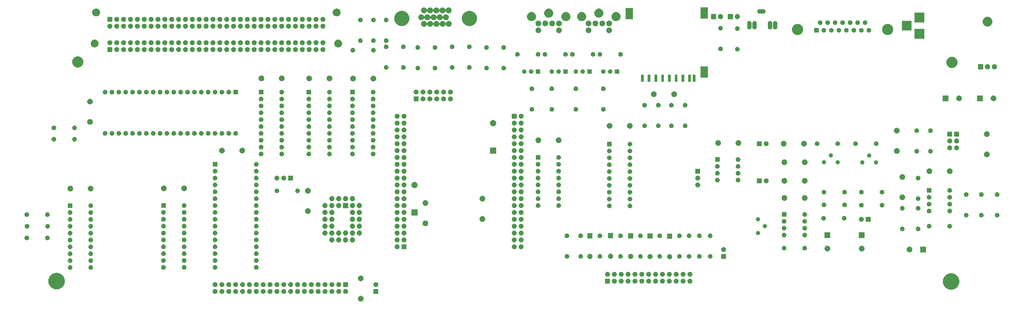
<source format=gbr>
G04 #@! TF.GenerationSoftware,KiCad,Pcbnew,(5.0.2-5)-5*
G04 #@! TF.CreationDate,2019-10-07T20:46:20+02:00*
G04 #@! TF.ProjectId,FPGAtom,46504741-746f-46d2-9e6b-696361645f70,1.3*
G04 #@! TF.SameCoordinates,Original*
G04 #@! TF.FileFunction,Soldermask,Top*
G04 #@! TF.FilePolarity,Negative*
%FSLAX46Y46*%
G04 Gerber Fmt 4.6, Leading zero omitted, Abs format (unit mm)*
G04 Created by KiCad (PCBNEW (5.0.2-5)-5) date Monday, 07 October 2019 at 20:46:20*
%MOMM*%
%LPD*%
G01*
G04 APERTURE LIST*
%ADD10C,0.100000*%
G04 APERTURE END LIST*
D10*
G36*
X159564565Y-188353389D02*
X159755834Y-188432615D01*
X159927976Y-188547637D01*
X160074363Y-188694024D01*
X160189385Y-188866166D01*
X160268611Y-189057435D01*
X160309000Y-189260484D01*
X160309000Y-189467516D01*
X160268611Y-189670565D01*
X160189385Y-189861834D01*
X160074363Y-190033976D01*
X159927976Y-190180363D01*
X159755834Y-190295385D01*
X159564565Y-190374611D01*
X159361516Y-190415000D01*
X159154484Y-190415000D01*
X158951435Y-190374611D01*
X158760166Y-190295385D01*
X158588024Y-190180363D01*
X158441637Y-190033976D01*
X158326615Y-189861834D01*
X158247389Y-189670565D01*
X158207000Y-189467516D01*
X158207000Y-189260484D01*
X158247389Y-189057435D01*
X158326615Y-188866166D01*
X158441637Y-188694024D01*
X158588024Y-188547637D01*
X158760166Y-188432615D01*
X158951435Y-188353389D01*
X159154484Y-188313000D01*
X159361516Y-188313000D01*
X159564565Y-188353389D01*
X159564565Y-188353389D01*
G37*
G36*
X153780442Y-185795518D02*
X153846627Y-185802037D01*
X153959853Y-185836384D01*
X154016467Y-185853557D01*
X154155087Y-185927652D01*
X154172991Y-185937222D01*
X154177292Y-185940752D01*
X154310186Y-186049814D01*
X154393448Y-186151271D01*
X154422778Y-186187009D01*
X154422779Y-186187011D01*
X154506443Y-186343533D01*
X154506443Y-186343534D01*
X154557963Y-186513373D01*
X154575359Y-186690000D01*
X154557963Y-186866627D01*
X154523616Y-186979853D01*
X154506443Y-187036467D01*
X154432348Y-187175087D01*
X154422778Y-187192991D01*
X154393448Y-187228729D01*
X154310186Y-187330186D01*
X154208729Y-187413448D01*
X154172991Y-187442778D01*
X154172989Y-187442779D01*
X154016467Y-187526443D01*
X153959853Y-187543616D01*
X153846627Y-187577963D01*
X153780443Y-187584481D01*
X153714260Y-187591000D01*
X153625740Y-187591000D01*
X153559557Y-187584481D01*
X153493373Y-187577963D01*
X153380147Y-187543616D01*
X153323533Y-187526443D01*
X153167011Y-187442779D01*
X153167009Y-187442778D01*
X153131271Y-187413448D01*
X153029814Y-187330186D01*
X152946552Y-187228729D01*
X152917222Y-187192991D01*
X152907652Y-187175087D01*
X152833557Y-187036467D01*
X152816384Y-186979853D01*
X152782037Y-186866627D01*
X152764641Y-186690000D01*
X152782037Y-186513373D01*
X152833557Y-186343534D01*
X152833557Y-186343533D01*
X152917221Y-186187011D01*
X152917222Y-186187009D01*
X152946552Y-186151271D01*
X153029814Y-186049814D01*
X153162708Y-185940752D01*
X153167009Y-185937222D01*
X153184913Y-185927652D01*
X153323533Y-185853557D01*
X153380147Y-185836384D01*
X153493373Y-185802037D01*
X153559558Y-185795518D01*
X153625740Y-185789000D01*
X153714260Y-185789000D01*
X153780442Y-185795518D01*
X153780442Y-185795518D01*
G37*
G36*
X151240442Y-185795518D02*
X151306627Y-185802037D01*
X151419853Y-185836384D01*
X151476467Y-185853557D01*
X151615087Y-185927652D01*
X151632991Y-185937222D01*
X151637292Y-185940752D01*
X151770186Y-186049814D01*
X151853448Y-186151271D01*
X151882778Y-186187009D01*
X151882779Y-186187011D01*
X151966443Y-186343533D01*
X151966443Y-186343534D01*
X152017963Y-186513373D01*
X152035359Y-186690000D01*
X152017963Y-186866627D01*
X151983616Y-186979853D01*
X151966443Y-187036467D01*
X151892348Y-187175087D01*
X151882778Y-187192991D01*
X151853448Y-187228729D01*
X151770186Y-187330186D01*
X151668729Y-187413448D01*
X151632991Y-187442778D01*
X151632989Y-187442779D01*
X151476467Y-187526443D01*
X151419853Y-187543616D01*
X151306627Y-187577963D01*
X151240443Y-187584481D01*
X151174260Y-187591000D01*
X151085740Y-187591000D01*
X151019557Y-187584481D01*
X150953373Y-187577963D01*
X150840147Y-187543616D01*
X150783533Y-187526443D01*
X150627011Y-187442779D01*
X150627009Y-187442778D01*
X150591271Y-187413448D01*
X150489814Y-187330186D01*
X150406552Y-187228729D01*
X150377222Y-187192991D01*
X150367652Y-187175087D01*
X150293557Y-187036467D01*
X150276384Y-186979853D01*
X150242037Y-186866627D01*
X150224641Y-186690000D01*
X150242037Y-186513373D01*
X150293557Y-186343534D01*
X150293557Y-186343533D01*
X150377221Y-186187011D01*
X150377222Y-186187009D01*
X150406552Y-186151271D01*
X150489814Y-186049814D01*
X150622708Y-185940752D01*
X150627009Y-185937222D01*
X150644913Y-185927652D01*
X150783533Y-185853557D01*
X150840147Y-185836384D01*
X150953373Y-185802037D01*
X151019558Y-185795518D01*
X151085740Y-185789000D01*
X151174260Y-185789000D01*
X151240442Y-185795518D01*
X151240442Y-185795518D01*
G37*
G36*
X148700442Y-185795518D02*
X148766627Y-185802037D01*
X148879853Y-185836384D01*
X148936467Y-185853557D01*
X149075087Y-185927652D01*
X149092991Y-185937222D01*
X149097292Y-185940752D01*
X149230186Y-186049814D01*
X149313448Y-186151271D01*
X149342778Y-186187009D01*
X149342779Y-186187011D01*
X149426443Y-186343533D01*
X149426443Y-186343534D01*
X149477963Y-186513373D01*
X149495359Y-186690000D01*
X149477963Y-186866627D01*
X149443616Y-186979853D01*
X149426443Y-187036467D01*
X149352348Y-187175087D01*
X149342778Y-187192991D01*
X149313448Y-187228729D01*
X149230186Y-187330186D01*
X149128729Y-187413448D01*
X149092991Y-187442778D01*
X149092989Y-187442779D01*
X148936467Y-187526443D01*
X148879853Y-187543616D01*
X148766627Y-187577963D01*
X148700443Y-187584481D01*
X148634260Y-187591000D01*
X148545740Y-187591000D01*
X148479557Y-187584481D01*
X148413373Y-187577963D01*
X148300147Y-187543616D01*
X148243533Y-187526443D01*
X148087011Y-187442779D01*
X148087009Y-187442778D01*
X148051271Y-187413448D01*
X147949814Y-187330186D01*
X147866552Y-187228729D01*
X147837222Y-187192991D01*
X147827652Y-187175087D01*
X147753557Y-187036467D01*
X147736384Y-186979853D01*
X147702037Y-186866627D01*
X147684641Y-186690000D01*
X147702037Y-186513373D01*
X147753557Y-186343534D01*
X147753557Y-186343533D01*
X147837221Y-186187011D01*
X147837222Y-186187009D01*
X147866552Y-186151271D01*
X147949814Y-186049814D01*
X148082708Y-185940752D01*
X148087009Y-185937222D01*
X148104913Y-185927652D01*
X148243533Y-185853557D01*
X148300147Y-185836384D01*
X148413373Y-185802037D01*
X148479558Y-185795518D01*
X148545740Y-185789000D01*
X148634260Y-185789000D01*
X148700442Y-185795518D01*
X148700442Y-185795518D01*
G37*
G36*
X146160442Y-185795518D02*
X146226627Y-185802037D01*
X146339853Y-185836384D01*
X146396467Y-185853557D01*
X146535087Y-185927652D01*
X146552991Y-185937222D01*
X146557292Y-185940752D01*
X146690186Y-186049814D01*
X146773448Y-186151271D01*
X146802778Y-186187009D01*
X146802779Y-186187011D01*
X146886443Y-186343533D01*
X146886443Y-186343534D01*
X146937963Y-186513373D01*
X146955359Y-186690000D01*
X146937963Y-186866627D01*
X146903616Y-186979853D01*
X146886443Y-187036467D01*
X146812348Y-187175087D01*
X146802778Y-187192991D01*
X146773448Y-187228729D01*
X146690186Y-187330186D01*
X146588729Y-187413448D01*
X146552991Y-187442778D01*
X146552989Y-187442779D01*
X146396467Y-187526443D01*
X146339853Y-187543616D01*
X146226627Y-187577963D01*
X146160443Y-187584481D01*
X146094260Y-187591000D01*
X146005740Y-187591000D01*
X145939557Y-187584481D01*
X145873373Y-187577963D01*
X145760147Y-187543616D01*
X145703533Y-187526443D01*
X145547011Y-187442779D01*
X145547009Y-187442778D01*
X145511271Y-187413448D01*
X145409814Y-187330186D01*
X145326552Y-187228729D01*
X145297222Y-187192991D01*
X145287652Y-187175087D01*
X145213557Y-187036467D01*
X145196384Y-186979853D01*
X145162037Y-186866627D01*
X145144641Y-186690000D01*
X145162037Y-186513373D01*
X145213557Y-186343534D01*
X145213557Y-186343533D01*
X145297221Y-186187011D01*
X145297222Y-186187009D01*
X145326552Y-186151271D01*
X145409814Y-186049814D01*
X145542708Y-185940752D01*
X145547009Y-185937222D01*
X145564913Y-185927652D01*
X145703533Y-185853557D01*
X145760147Y-185836384D01*
X145873373Y-185802037D01*
X145939558Y-185795518D01*
X146005740Y-185789000D01*
X146094260Y-185789000D01*
X146160442Y-185795518D01*
X146160442Y-185795518D01*
G37*
G36*
X143620442Y-185795518D02*
X143686627Y-185802037D01*
X143799853Y-185836384D01*
X143856467Y-185853557D01*
X143995087Y-185927652D01*
X144012991Y-185937222D01*
X144017292Y-185940752D01*
X144150186Y-186049814D01*
X144233448Y-186151271D01*
X144262778Y-186187009D01*
X144262779Y-186187011D01*
X144346443Y-186343533D01*
X144346443Y-186343534D01*
X144397963Y-186513373D01*
X144415359Y-186690000D01*
X144397963Y-186866627D01*
X144363616Y-186979853D01*
X144346443Y-187036467D01*
X144272348Y-187175087D01*
X144262778Y-187192991D01*
X144233448Y-187228729D01*
X144150186Y-187330186D01*
X144048729Y-187413448D01*
X144012991Y-187442778D01*
X144012989Y-187442779D01*
X143856467Y-187526443D01*
X143799853Y-187543616D01*
X143686627Y-187577963D01*
X143620443Y-187584481D01*
X143554260Y-187591000D01*
X143465740Y-187591000D01*
X143399557Y-187584481D01*
X143333373Y-187577963D01*
X143220147Y-187543616D01*
X143163533Y-187526443D01*
X143007011Y-187442779D01*
X143007009Y-187442778D01*
X142971271Y-187413448D01*
X142869814Y-187330186D01*
X142786552Y-187228729D01*
X142757222Y-187192991D01*
X142747652Y-187175087D01*
X142673557Y-187036467D01*
X142656384Y-186979853D01*
X142622037Y-186866627D01*
X142604641Y-186690000D01*
X142622037Y-186513373D01*
X142673557Y-186343534D01*
X142673557Y-186343533D01*
X142757221Y-186187011D01*
X142757222Y-186187009D01*
X142786552Y-186151271D01*
X142869814Y-186049814D01*
X143002708Y-185940752D01*
X143007009Y-185937222D01*
X143024913Y-185927652D01*
X143163533Y-185853557D01*
X143220147Y-185836384D01*
X143333373Y-185802037D01*
X143399558Y-185795518D01*
X143465740Y-185789000D01*
X143554260Y-185789000D01*
X143620442Y-185795518D01*
X143620442Y-185795518D01*
G37*
G36*
X141080442Y-185795518D02*
X141146627Y-185802037D01*
X141259853Y-185836384D01*
X141316467Y-185853557D01*
X141455087Y-185927652D01*
X141472991Y-185937222D01*
X141477292Y-185940752D01*
X141610186Y-186049814D01*
X141693448Y-186151271D01*
X141722778Y-186187009D01*
X141722779Y-186187011D01*
X141806443Y-186343533D01*
X141806443Y-186343534D01*
X141857963Y-186513373D01*
X141875359Y-186690000D01*
X141857963Y-186866627D01*
X141823616Y-186979853D01*
X141806443Y-187036467D01*
X141732348Y-187175087D01*
X141722778Y-187192991D01*
X141693448Y-187228729D01*
X141610186Y-187330186D01*
X141508729Y-187413448D01*
X141472991Y-187442778D01*
X141472989Y-187442779D01*
X141316467Y-187526443D01*
X141259853Y-187543616D01*
X141146627Y-187577963D01*
X141080443Y-187584481D01*
X141014260Y-187591000D01*
X140925740Y-187591000D01*
X140859557Y-187584481D01*
X140793373Y-187577963D01*
X140680147Y-187543616D01*
X140623533Y-187526443D01*
X140467011Y-187442779D01*
X140467009Y-187442778D01*
X140431271Y-187413448D01*
X140329814Y-187330186D01*
X140246552Y-187228729D01*
X140217222Y-187192991D01*
X140207652Y-187175087D01*
X140133557Y-187036467D01*
X140116384Y-186979853D01*
X140082037Y-186866627D01*
X140064641Y-186690000D01*
X140082037Y-186513373D01*
X140133557Y-186343534D01*
X140133557Y-186343533D01*
X140217221Y-186187011D01*
X140217222Y-186187009D01*
X140246552Y-186151271D01*
X140329814Y-186049814D01*
X140462708Y-185940752D01*
X140467009Y-185937222D01*
X140484913Y-185927652D01*
X140623533Y-185853557D01*
X140680147Y-185836384D01*
X140793373Y-185802037D01*
X140859558Y-185795518D01*
X140925740Y-185789000D01*
X141014260Y-185789000D01*
X141080442Y-185795518D01*
X141080442Y-185795518D01*
G37*
G36*
X138540442Y-185795518D02*
X138606627Y-185802037D01*
X138719853Y-185836384D01*
X138776467Y-185853557D01*
X138915087Y-185927652D01*
X138932991Y-185937222D01*
X138937292Y-185940752D01*
X139070186Y-186049814D01*
X139153448Y-186151271D01*
X139182778Y-186187009D01*
X139182779Y-186187011D01*
X139266443Y-186343533D01*
X139266443Y-186343534D01*
X139317963Y-186513373D01*
X139335359Y-186690000D01*
X139317963Y-186866627D01*
X139283616Y-186979853D01*
X139266443Y-187036467D01*
X139192348Y-187175087D01*
X139182778Y-187192991D01*
X139153448Y-187228729D01*
X139070186Y-187330186D01*
X138968729Y-187413448D01*
X138932991Y-187442778D01*
X138932989Y-187442779D01*
X138776467Y-187526443D01*
X138719853Y-187543616D01*
X138606627Y-187577963D01*
X138540443Y-187584481D01*
X138474260Y-187591000D01*
X138385740Y-187591000D01*
X138319557Y-187584481D01*
X138253373Y-187577963D01*
X138140147Y-187543616D01*
X138083533Y-187526443D01*
X137927011Y-187442779D01*
X137927009Y-187442778D01*
X137891271Y-187413448D01*
X137789814Y-187330186D01*
X137706552Y-187228729D01*
X137677222Y-187192991D01*
X137667652Y-187175087D01*
X137593557Y-187036467D01*
X137576384Y-186979853D01*
X137542037Y-186866627D01*
X137524641Y-186690000D01*
X137542037Y-186513373D01*
X137593557Y-186343534D01*
X137593557Y-186343533D01*
X137677221Y-186187011D01*
X137677222Y-186187009D01*
X137706552Y-186151271D01*
X137789814Y-186049814D01*
X137922708Y-185940752D01*
X137927009Y-185937222D01*
X137944913Y-185927652D01*
X138083533Y-185853557D01*
X138140147Y-185836384D01*
X138253373Y-185802037D01*
X138319558Y-185795518D01*
X138385740Y-185789000D01*
X138474260Y-185789000D01*
X138540442Y-185795518D01*
X138540442Y-185795518D01*
G37*
G36*
X136000442Y-185795518D02*
X136066627Y-185802037D01*
X136179853Y-185836384D01*
X136236467Y-185853557D01*
X136375087Y-185927652D01*
X136392991Y-185937222D01*
X136397292Y-185940752D01*
X136530186Y-186049814D01*
X136613448Y-186151271D01*
X136642778Y-186187009D01*
X136642779Y-186187011D01*
X136726443Y-186343533D01*
X136726443Y-186343534D01*
X136777963Y-186513373D01*
X136795359Y-186690000D01*
X136777963Y-186866627D01*
X136743616Y-186979853D01*
X136726443Y-187036467D01*
X136652348Y-187175087D01*
X136642778Y-187192991D01*
X136613448Y-187228729D01*
X136530186Y-187330186D01*
X136428729Y-187413448D01*
X136392991Y-187442778D01*
X136392989Y-187442779D01*
X136236467Y-187526443D01*
X136179853Y-187543616D01*
X136066627Y-187577963D01*
X136000443Y-187584481D01*
X135934260Y-187591000D01*
X135845740Y-187591000D01*
X135779557Y-187584481D01*
X135713373Y-187577963D01*
X135600147Y-187543616D01*
X135543533Y-187526443D01*
X135387011Y-187442779D01*
X135387009Y-187442778D01*
X135351271Y-187413448D01*
X135249814Y-187330186D01*
X135166552Y-187228729D01*
X135137222Y-187192991D01*
X135127652Y-187175087D01*
X135053557Y-187036467D01*
X135036384Y-186979853D01*
X135002037Y-186866627D01*
X134984641Y-186690000D01*
X135002037Y-186513373D01*
X135053557Y-186343534D01*
X135053557Y-186343533D01*
X135137221Y-186187011D01*
X135137222Y-186187009D01*
X135166552Y-186151271D01*
X135249814Y-186049814D01*
X135382708Y-185940752D01*
X135387009Y-185937222D01*
X135404913Y-185927652D01*
X135543533Y-185853557D01*
X135600147Y-185836384D01*
X135713373Y-185802037D01*
X135779558Y-185795518D01*
X135845740Y-185789000D01*
X135934260Y-185789000D01*
X136000442Y-185795518D01*
X136000442Y-185795518D01*
G37*
G36*
X133460442Y-185795518D02*
X133526627Y-185802037D01*
X133639853Y-185836384D01*
X133696467Y-185853557D01*
X133835087Y-185927652D01*
X133852991Y-185937222D01*
X133857292Y-185940752D01*
X133990186Y-186049814D01*
X134073448Y-186151271D01*
X134102778Y-186187009D01*
X134102779Y-186187011D01*
X134186443Y-186343533D01*
X134186443Y-186343534D01*
X134237963Y-186513373D01*
X134255359Y-186690000D01*
X134237963Y-186866627D01*
X134203616Y-186979853D01*
X134186443Y-187036467D01*
X134112348Y-187175087D01*
X134102778Y-187192991D01*
X134073448Y-187228729D01*
X133990186Y-187330186D01*
X133888729Y-187413448D01*
X133852991Y-187442778D01*
X133852989Y-187442779D01*
X133696467Y-187526443D01*
X133639853Y-187543616D01*
X133526627Y-187577963D01*
X133460443Y-187584481D01*
X133394260Y-187591000D01*
X133305740Y-187591000D01*
X133239557Y-187584481D01*
X133173373Y-187577963D01*
X133060147Y-187543616D01*
X133003533Y-187526443D01*
X132847011Y-187442779D01*
X132847009Y-187442778D01*
X132811271Y-187413448D01*
X132709814Y-187330186D01*
X132626552Y-187228729D01*
X132597222Y-187192991D01*
X132587652Y-187175087D01*
X132513557Y-187036467D01*
X132496384Y-186979853D01*
X132462037Y-186866627D01*
X132444641Y-186690000D01*
X132462037Y-186513373D01*
X132513557Y-186343534D01*
X132513557Y-186343533D01*
X132597221Y-186187011D01*
X132597222Y-186187009D01*
X132626552Y-186151271D01*
X132709814Y-186049814D01*
X132842708Y-185940752D01*
X132847009Y-185937222D01*
X132864913Y-185927652D01*
X133003533Y-185853557D01*
X133060147Y-185836384D01*
X133173373Y-185802037D01*
X133239558Y-185795518D01*
X133305740Y-185789000D01*
X133394260Y-185789000D01*
X133460442Y-185795518D01*
X133460442Y-185795518D01*
G37*
G36*
X130920442Y-185795518D02*
X130986627Y-185802037D01*
X131099853Y-185836384D01*
X131156467Y-185853557D01*
X131295087Y-185927652D01*
X131312991Y-185937222D01*
X131317292Y-185940752D01*
X131450186Y-186049814D01*
X131533448Y-186151271D01*
X131562778Y-186187009D01*
X131562779Y-186187011D01*
X131646443Y-186343533D01*
X131646443Y-186343534D01*
X131697963Y-186513373D01*
X131715359Y-186690000D01*
X131697963Y-186866627D01*
X131663616Y-186979853D01*
X131646443Y-187036467D01*
X131572348Y-187175087D01*
X131562778Y-187192991D01*
X131533448Y-187228729D01*
X131450186Y-187330186D01*
X131348729Y-187413448D01*
X131312991Y-187442778D01*
X131312989Y-187442779D01*
X131156467Y-187526443D01*
X131099853Y-187543616D01*
X130986627Y-187577963D01*
X130920443Y-187584481D01*
X130854260Y-187591000D01*
X130765740Y-187591000D01*
X130699557Y-187584481D01*
X130633373Y-187577963D01*
X130520147Y-187543616D01*
X130463533Y-187526443D01*
X130307011Y-187442779D01*
X130307009Y-187442778D01*
X130271271Y-187413448D01*
X130169814Y-187330186D01*
X130086552Y-187228729D01*
X130057222Y-187192991D01*
X130047652Y-187175087D01*
X129973557Y-187036467D01*
X129956384Y-186979853D01*
X129922037Y-186866627D01*
X129904641Y-186690000D01*
X129922037Y-186513373D01*
X129973557Y-186343534D01*
X129973557Y-186343533D01*
X130057221Y-186187011D01*
X130057222Y-186187009D01*
X130086552Y-186151271D01*
X130169814Y-186049814D01*
X130302708Y-185940752D01*
X130307009Y-185937222D01*
X130324913Y-185927652D01*
X130463533Y-185853557D01*
X130520147Y-185836384D01*
X130633373Y-185802037D01*
X130699558Y-185795518D01*
X130765740Y-185789000D01*
X130854260Y-185789000D01*
X130920442Y-185795518D01*
X130920442Y-185795518D01*
G37*
G36*
X128380442Y-185795518D02*
X128446627Y-185802037D01*
X128559853Y-185836384D01*
X128616467Y-185853557D01*
X128755087Y-185927652D01*
X128772991Y-185937222D01*
X128777292Y-185940752D01*
X128910186Y-186049814D01*
X128993448Y-186151271D01*
X129022778Y-186187009D01*
X129022779Y-186187011D01*
X129106443Y-186343533D01*
X129106443Y-186343534D01*
X129157963Y-186513373D01*
X129175359Y-186690000D01*
X129157963Y-186866627D01*
X129123616Y-186979853D01*
X129106443Y-187036467D01*
X129032348Y-187175087D01*
X129022778Y-187192991D01*
X128993448Y-187228729D01*
X128910186Y-187330186D01*
X128808729Y-187413448D01*
X128772991Y-187442778D01*
X128772989Y-187442779D01*
X128616467Y-187526443D01*
X128559853Y-187543616D01*
X128446627Y-187577963D01*
X128380443Y-187584481D01*
X128314260Y-187591000D01*
X128225740Y-187591000D01*
X128159557Y-187584481D01*
X128093373Y-187577963D01*
X127980147Y-187543616D01*
X127923533Y-187526443D01*
X127767011Y-187442779D01*
X127767009Y-187442778D01*
X127731271Y-187413448D01*
X127629814Y-187330186D01*
X127546552Y-187228729D01*
X127517222Y-187192991D01*
X127507652Y-187175087D01*
X127433557Y-187036467D01*
X127416384Y-186979853D01*
X127382037Y-186866627D01*
X127364641Y-186690000D01*
X127382037Y-186513373D01*
X127433557Y-186343534D01*
X127433557Y-186343533D01*
X127517221Y-186187011D01*
X127517222Y-186187009D01*
X127546552Y-186151271D01*
X127629814Y-186049814D01*
X127762708Y-185940752D01*
X127767009Y-185937222D01*
X127784913Y-185927652D01*
X127923533Y-185853557D01*
X127980147Y-185836384D01*
X128093373Y-185802037D01*
X128159558Y-185795518D01*
X128225740Y-185789000D01*
X128314260Y-185789000D01*
X128380442Y-185795518D01*
X128380442Y-185795518D01*
G37*
G36*
X125840442Y-185795518D02*
X125906627Y-185802037D01*
X126019853Y-185836384D01*
X126076467Y-185853557D01*
X126215087Y-185927652D01*
X126232991Y-185937222D01*
X126237292Y-185940752D01*
X126370186Y-186049814D01*
X126453448Y-186151271D01*
X126482778Y-186187009D01*
X126482779Y-186187011D01*
X126566443Y-186343533D01*
X126566443Y-186343534D01*
X126617963Y-186513373D01*
X126635359Y-186690000D01*
X126617963Y-186866627D01*
X126583616Y-186979853D01*
X126566443Y-187036467D01*
X126492348Y-187175087D01*
X126482778Y-187192991D01*
X126453448Y-187228729D01*
X126370186Y-187330186D01*
X126268729Y-187413448D01*
X126232991Y-187442778D01*
X126232989Y-187442779D01*
X126076467Y-187526443D01*
X126019853Y-187543616D01*
X125906627Y-187577963D01*
X125840443Y-187584481D01*
X125774260Y-187591000D01*
X125685740Y-187591000D01*
X125619557Y-187584481D01*
X125553373Y-187577963D01*
X125440147Y-187543616D01*
X125383533Y-187526443D01*
X125227011Y-187442779D01*
X125227009Y-187442778D01*
X125191271Y-187413448D01*
X125089814Y-187330186D01*
X125006552Y-187228729D01*
X124977222Y-187192991D01*
X124967652Y-187175087D01*
X124893557Y-187036467D01*
X124876384Y-186979853D01*
X124842037Y-186866627D01*
X124824641Y-186690000D01*
X124842037Y-186513373D01*
X124893557Y-186343534D01*
X124893557Y-186343533D01*
X124977221Y-186187011D01*
X124977222Y-186187009D01*
X125006552Y-186151271D01*
X125089814Y-186049814D01*
X125222708Y-185940752D01*
X125227009Y-185937222D01*
X125244913Y-185927652D01*
X125383533Y-185853557D01*
X125440147Y-185836384D01*
X125553373Y-185802037D01*
X125619558Y-185795518D01*
X125685740Y-185789000D01*
X125774260Y-185789000D01*
X125840442Y-185795518D01*
X125840442Y-185795518D01*
G37*
G36*
X123300442Y-185795518D02*
X123366627Y-185802037D01*
X123479853Y-185836384D01*
X123536467Y-185853557D01*
X123675087Y-185927652D01*
X123692991Y-185937222D01*
X123697292Y-185940752D01*
X123830186Y-186049814D01*
X123913448Y-186151271D01*
X123942778Y-186187009D01*
X123942779Y-186187011D01*
X124026443Y-186343533D01*
X124026443Y-186343534D01*
X124077963Y-186513373D01*
X124095359Y-186690000D01*
X124077963Y-186866627D01*
X124043616Y-186979853D01*
X124026443Y-187036467D01*
X123952348Y-187175087D01*
X123942778Y-187192991D01*
X123913448Y-187228729D01*
X123830186Y-187330186D01*
X123728729Y-187413448D01*
X123692991Y-187442778D01*
X123692989Y-187442779D01*
X123536467Y-187526443D01*
X123479853Y-187543616D01*
X123366627Y-187577963D01*
X123300443Y-187584481D01*
X123234260Y-187591000D01*
X123145740Y-187591000D01*
X123079557Y-187584481D01*
X123013373Y-187577963D01*
X122900147Y-187543616D01*
X122843533Y-187526443D01*
X122687011Y-187442779D01*
X122687009Y-187442778D01*
X122651271Y-187413448D01*
X122549814Y-187330186D01*
X122466552Y-187228729D01*
X122437222Y-187192991D01*
X122427652Y-187175087D01*
X122353557Y-187036467D01*
X122336384Y-186979853D01*
X122302037Y-186866627D01*
X122284641Y-186690000D01*
X122302037Y-186513373D01*
X122353557Y-186343534D01*
X122353557Y-186343533D01*
X122437221Y-186187011D01*
X122437222Y-186187009D01*
X122466552Y-186151271D01*
X122549814Y-186049814D01*
X122682708Y-185940752D01*
X122687009Y-185937222D01*
X122704913Y-185927652D01*
X122843533Y-185853557D01*
X122900147Y-185836384D01*
X123013373Y-185802037D01*
X123079558Y-185795518D01*
X123145740Y-185789000D01*
X123234260Y-185789000D01*
X123300442Y-185795518D01*
X123300442Y-185795518D01*
G37*
G36*
X120760442Y-185795518D02*
X120826627Y-185802037D01*
X120939853Y-185836384D01*
X120996467Y-185853557D01*
X121135087Y-185927652D01*
X121152991Y-185937222D01*
X121157292Y-185940752D01*
X121290186Y-186049814D01*
X121373448Y-186151271D01*
X121402778Y-186187009D01*
X121402779Y-186187011D01*
X121486443Y-186343533D01*
X121486443Y-186343534D01*
X121537963Y-186513373D01*
X121555359Y-186690000D01*
X121537963Y-186866627D01*
X121503616Y-186979853D01*
X121486443Y-187036467D01*
X121412348Y-187175087D01*
X121402778Y-187192991D01*
X121373448Y-187228729D01*
X121290186Y-187330186D01*
X121188729Y-187413448D01*
X121152991Y-187442778D01*
X121152989Y-187442779D01*
X120996467Y-187526443D01*
X120939853Y-187543616D01*
X120826627Y-187577963D01*
X120760443Y-187584481D01*
X120694260Y-187591000D01*
X120605740Y-187591000D01*
X120539557Y-187584481D01*
X120473373Y-187577963D01*
X120360147Y-187543616D01*
X120303533Y-187526443D01*
X120147011Y-187442779D01*
X120147009Y-187442778D01*
X120111271Y-187413448D01*
X120009814Y-187330186D01*
X119926552Y-187228729D01*
X119897222Y-187192991D01*
X119887652Y-187175087D01*
X119813557Y-187036467D01*
X119796384Y-186979853D01*
X119762037Y-186866627D01*
X119744641Y-186690000D01*
X119762037Y-186513373D01*
X119813557Y-186343534D01*
X119813557Y-186343533D01*
X119897221Y-186187011D01*
X119897222Y-186187009D01*
X119926552Y-186151271D01*
X120009814Y-186049814D01*
X120142708Y-185940752D01*
X120147009Y-185937222D01*
X120164913Y-185927652D01*
X120303533Y-185853557D01*
X120360147Y-185836384D01*
X120473373Y-185802037D01*
X120539558Y-185795518D01*
X120605740Y-185789000D01*
X120694260Y-185789000D01*
X120760442Y-185795518D01*
X120760442Y-185795518D01*
G37*
G36*
X118220442Y-185795518D02*
X118286627Y-185802037D01*
X118399853Y-185836384D01*
X118456467Y-185853557D01*
X118595087Y-185927652D01*
X118612991Y-185937222D01*
X118617292Y-185940752D01*
X118750186Y-186049814D01*
X118833448Y-186151271D01*
X118862778Y-186187009D01*
X118862779Y-186187011D01*
X118946443Y-186343533D01*
X118946443Y-186343534D01*
X118997963Y-186513373D01*
X119015359Y-186690000D01*
X118997963Y-186866627D01*
X118963616Y-186979853D01*
X118946443Y-187036467D01*
X118872348Y-187175087D01*
X118862778Y-187192991D01*
X118833448Y-187228729D01*
X118750186Y-187330186D01*
X118648729Y-187413448D01*
X118612991Y-187442778D01*
X118612989Y-187442779D01*
X118456467Y-187526443D01*
X118399853Y-187543616D01*
X118286627Y-187577963D01*
X118220443Y-187584481D01*
X118154260Y-187591000D01*
X118065740Y-187591000D01*
X117999557Y-187584481D01*
X117933373Y-187577963D01*
X117820147Y-187543616D01*
X117763533Y-187526443D01*
X117607011Y-187442779D01*
X117607009Y-187442778D01*
X117571271Y-187413448D01*
X117469814Y-187330186D01*
X117386552Y-187228729D01*
X117357222Y-187192991D01*
X117347652Y-187175087D01*
X117273557Y-187036467D01*
X117256384Y-186979853D01*
X117222037Y-186866627D01*
X117204641Y-186690000D01*
X117222037Y-186513373D01*
X117273557Y-186343534D01*
X117273557Y-186343533D01*
X117357221Y-186187011D01*
X117357222Y-186187009D01*
X117386552Y-186151271D01*
X117469814Y-186049814D01*
X117602708Y-185940752D01*
X117607009Y-185937222D01*
X117624913Y-185927652D01*
X117763533Y-185853557D01*
X117820147Y-185836384D01*
X117933373Y-185802037D01*
X117999558Y-185795518D01*
X118065740Y-185789000D01*
X118154260Y-185789000D01*
X118220442Y-185795518D01*
X118220442Y-185795518D01*
G37*
G36*
X115680442Y-185795518D02*
X115746627Y-185802037D01*
X115859853Y-185836384D01*
X115916467Y-185853557D01*
X116055087Y-185927652D01*
X116072991Y-185937222D01*
X116077292Y-185940752D01*
X116210186Y-186049814D01*
X116293448Y-186151271D01*
X116322778Y-186187009D01*
X116322779Y-186187011D01*
X116406443Y-186343533D01*
X116406443Y-186343534D01*
X116457963Y-186513373D01*
X116475359Y-186690000D01*
X116457963Y-186866627D01*
X116423616Y-186979853D01*
X116406443Y-187036467D01*
X116332348Y-187175087D01*
X116322778Y-187192991D01*
X116293448Y-187228729D01*
X116210186Y-187330186D01*
X116108729Y-187413448D01*
X116072991Y-187442778D01*
X116072989Y-187442779D01*
X115916467Y-187526443D01*
X115859853Y-187543616D01*
X115746627Y-187577963D01*
X115680443Y-187584481D01*
X115614260Y-187591000D01*
X115525740Y-187591000D01*
X115459557Y-187584481D01*
X115393373Y-187577963D01*
X115280147Y-187543616D01*
X115223533Y-187526443D01*
X115067011Y-187442779D01*
X115067009Y-187442778D01*
X115031271Y-187413448D01*
X114929814Y-187330186D01*
X114846552Y-187228729D01*
X114817222Y-187192991D01*
X114807652Y-187175087D01*
X114733557Y-187036467D01*
X114716384Y-186979853D01*
X114682037Y-186866627D01*
X114664641Y-186690000D01*
X114682037Y-186513373D01*
X114733557Y-186343534D01*
X114733557Y-186343533D01*
X114817221Y-186187011D01*
X114817222Y-186187009D01*
X114846552Y-186151271D01*
X114929814Y-186049814D01*
X115062708Y-185940752D01*
X115067009Y-185937222D01*
X115084913Y-185927652D01*
X115223533Y-185853557D01*
X115280147Y-185836384D01*
X115393373Y-185802037D01*
X115459558Y-185795518D01*
X115525740Y-185789000D01*
X115614260Y-185789000D01*
X115680442Y-185795518D01*
X115680442Y-185795518D01*
G37*
G36*
X113140442Y-185795518D02*
X113206627Y-185802037D01*
X113319853Y-185836384D01*
X113376467Y-185853557D01*
X113515087Y-185927652D01*
X113532991Y-185937222D01*
X113537292Y-185940752D01*
X113670186Y-186049814D01*
X113753448Y-186151271D01*
X113782778Y-186187009D01*
X113782779Y-186187011D01*
X113866443Y-186343533D01*
X113866443Y-186343534D01*
X113917963Y-186513373D01*
X113935359Y-186690000D01*
X113917963Y-186866627D01*
X113883616Y-186979853D01*
X113866443Y-187036467D01*
X113792348Y-187175087D01*
X113782778Y-187192991D01*
X113753448Y-187228729D01*
X113670186Y-187330186D01*
X113568729Y-187413448D01*
X113532991Y-187442778D01*
X113532989Y-187442779D01*
X113376467Y-187526443D01*
X113319853Y-187543616D01*
X113206627Y-187577963D01*
X113140443Y-187584481D01*
X113074260Y-187591000D01*
X112985740Y-187591000D01*
X112919557Y-187584481D01*
X112853373Y-187577963D01*
X112740147Y-187543616D01*
X112683533Y-187526443D01*
X112527011Y-187442779D01*
X112527009Y-187442778D01*
X112491271Y-187413448D01*
X112389814Y-187330186D01*
X112306552Y-187228729D01*
X112277222Y-187192991D01*
X112267652Y-187175087D01*
X112193557Y-187036467D01*
X112176384Y-186979853D01*
X112142037Y-186866627D01*
X112124641Y-186690000D01*
X112142037Y-186513373D01*
X112193557Y-186343534D01*
X112193557Y-186343533D01*
X112277221Y-186187011D01*
X112277222Y-186187009D01*
X112306552Y-186151271D01*
X112389814Y-186049814D01*
X112522708Y-185940752D01*
X112527009Y-185937222D01*
X112544913Y-185927652D01*
X112683533Y-185853557D01*
X112740147Y-185836384D01*
X112853373Y-185802037D01*
X112919558Y-185795518D01*
X112985740Y-185789000D01*
X113074260Y-185789000D01*
X113140442Y-185795518D01*
X113140442Y-185795518D01*
G37*
G36*
X110600442Y-185795518D02*
X110666627Y-185802037D01*
X110779853Y-185836384D01*
X110836467Y-185853557D01*
X110975087Y-185927652D01*
X110992991Y-185937222D01*
X110997292Y-185940752D01*
X111130186Y-186049814D01*
X111213448Y-186151271D01*
X111242778Y-186187009D01*
X111242779Y-186187011D01*
X111326443Y-186343533D01*
X111326443Y-186343534D01*
X111377963Y-186513373D01*
X111395359Y-186690000D01*
X111377963Y-186866627D01*
X111343616Y-186979853D01*
X111326443Y-187036467D01*
X111252348Y-187175087D01*
X111242778Y-187192991D01*
X111213448Y-187228729D01*
X111130186Y-187330186D01*
X111028729Y-187413448D01*
X110992991Y-187442778D01*
X110992989Y-187442779D01*
X110836467Y-187526443D01*
X110779853Y-187543616D01*
X110666627Y-187577963D01*
X110600443Y-187584481D01*
X110534260Y-187591000D01*
X110445740Y-187591000D01*
X110379557Y-187584481D01*
X110313373Y-187577963D01*
X110200147Y-187543616D01*
X110143533Y-187526443D01*
X109987011Y-187442779D01*
X109987009Y-187442778D01*
X109951271Y-187413448D01*
X109849814Y-187330186D01*
X109766552Y-187228729D01*
X109737222Y-187192991D01*
X109727652Y-187175087D01*
X109653557Y-187036467D01*
X109636384Y-186979853D01*
X109602037Y-186866627D01*
X109584641Y-186690000D01*
X109602037Y-186513373D01*
X109653557Y-186343534D01*
X109653557Y-186343533D01*
X109737221Y-186187011D01*
X109737222Y-186187009D01*
X109766552Y-186151271D01*
X109849814Y-186049814D01*
X109982708Y-185940752D01*
X109987009Y-185937222D01*
X110004913Y-185927652D01*
X110143533Y-185853557D01*
X110200147Y-185836384D01*
X110313373Y-185802037D01*
X110379558Y-185795518D01*
X110445740Y-185789000D01*
X110534260Y-185789000D01*
X110600442Y-185795518D01*
X110600442Y-185795518D01*
G37*
G36*
X108060442Y-185795518D02*
X108126627Y-185802037D01*
X108239853Y-185836384D01*
X108296467Y-185853557D01*
X108435087Y-185927652D01*
X108452991Y-185937222D01*
X108457292Y-185940752D01*
X108590186Y-186049814D01*
X108673448Y-186151271D01*
X108702778Y-186187009D01*
X108702779Y-186187011D01*
X108786443Y-186343533D01*
X108786443Y-186343534D01*
X108837963Y-186513373D01*
X108855359Y-186690000D01*
X108837963Y-186866627D01*
X108803616Y-186979853D01*
X108786443Y-187036467D01*
X108712348Y-187175087D01*
X108702778Y-187192991D01*
X108673448Y-187228729D01*
X108590186Y-187330186D01*
X108488729Y-187413448D01*
X108452991Y-187442778D01*
X108452989Y-187442779D01*
X108296467Y-187526443D01*
X108239853Y-187543616D01*
X108126627Y-187577963D01*
X108060443Y-187584481D01*
X107994260Y-187591000D01*
X107905740Y-187591000D01*
X107839557Y-187584481D01*
X107773373Y-187577963D01*
X107660147Y-187543616D01*
X107603533Y-187526443D01*
X107447011Y-187442779D01*
X107447009Y-187442778D01*
X107411271Y-187413448D01*
X107309814Y-187330186D01*
X107226552Y-187228729D01*
X107197222Y-187192991D01*
X107187652Y-187175087D01*
X107113557Y-187036467D01*
X107096384Y-186979853D01*
X107062037Y-186866627D01*
X107044641Y-186690000D01*
X107062037Y-186513373D01*
X107113557Y-186343534D01*
X107113557Y-186343533D01*
X107197221Y-186187011D01*
X107197222Y-186187009D01*
X107226552Y-186151271D01*
X107309814Y-186049814D01*
X107442708Y-185940752D01*
X107447009Y-185937222D01*
X107464913Y-185927652D01*
X107603533Y-185853557D01*
X107660147Y-185836384D01*
X107773373Y-185802037D01*
X107839558Y-185795518D01*
X107905740Y-185789000D01*
X107994260Y-185789000D01*
X108060442Y-185795518D01*
X108060442Y-185795518D01*
G37*
G36*
X105520442Y-185795518D02*
X105586627Y-185802037D01*
X105699853Y-185836384D01*
X105756467Y-185853557D01*
X105895087Y-185927652D01*
X105912991Y-185937222D01*
X105917292Y-185940752D01*
X106050186Y-186049814D01*
X106133448Y-186151271D01*
X106162778Y-186187009D01*
X106162779Y-186187011D01*
X106246443Y-186343533D01*
X106246443Y-186343534D01*
X106297963Y-186513373D01*
X106315359Y-186690000D01*
X106297963Y-186866627D01*
X106263616Y-186979853D01*
X106246443Y-187036467D01*
X106172348Y-187175087D01*
X106162778Y-187192991D01*
X106133448Y-187228729D01*
X106050186Y-187330186D01*
X105948729Y-187413448D01*
X105912991Y-187442778D01*
X105912989Y-187442779D01*
X105756467Y-187526443D01*
X105699853Y-187543616D01*
X105586627Y-187577963D01*
X105520443Y-187584481D01*
X105454260Y-187591000D01*
X105365740Y-187591000D01*
X105299557Y-187584481D01*
X105233373Y-187577963D01*
X105120147Y-187543616D01*
X105063533Y-187526443D01*
X104907011Y-187442779D01*
X104907009Y-187442778D01*
X104871271Y-187413448D01*
X104769814Y-187330186D01*
X104686552Y-187228729D01*
X104657222Y-187192991D01*
X104647652Y-187175087D01*
X104573557Y-187036467D01*
X104556384Y-186979853D01*
X104522037Y-186866627D01*
X104504641Y-186690000D01*
X104522037Y-186513373D01*
X104573557Y-186343534D01*
X104573557Y-186343533D01*
X104657221Y-186187011D01*
X104657222Y-186187009D01*
X104686552Y-186151271D01*
X104769814Y-186049814D01*
X104902708Y-185940752D01*
X104907009Y-185937222D01*
X104924913Y-185927652D01*
X105063533Y-185853557D01*
X105120147Y-185836384D01*
X105233373Y-185802037D01*
X105299558Y-185795518D01*
X105365740Y-185789000D01*
X105454260Y-185789000D01*
X105520442Y-185795518D01*
X105520442Y-185795518D01*
G37*
G36*
X165747000Y-187591000D02*
X163945000Y-187591000D01*
X163945000Y-185789000D01*
X165747000Y-185789000D01*
X165747000Y-187591000D01*
X165747000Y-187591000D01*
G37*
G36*
X378333941Y-180073248D02*
X378333943Y-180073249D01*
X378333944Y-180073249D01*
X378889190Y-180303239D01*
X379382162Y-180632633D01*
X379388902Y-180637136D01*
X379813864Y-181062098D01*
X379813866Y-181062101D01*
X380147761Y-181561810D01*
X380377751Y-182117056D01*
X380377752Y-182117059D01*
X380495000Y-182706501D01*
X380495000Y-183307499D01*
X380427467Y-183647009D01*
X380377751Y-183896944D01*
X380147761Y-184452190D01*
X380118176Y-184496467D01*
X379813864Y-184951902D01*
X379388902Y-185376864D01*
X379388899Y-185376866D01*
X378889190Y-185710761D01*
X378333944Y-185940751D01*
X378333943Y-185940751D01*
X378333941Y-185940752D01*
X377744499Y-186058000D01*
X377143501Y-186058000D01*
X376554059Y-185940752D01*
X376554057Y-185940751D01*
X376554056Y-185940751D01*
X375998810Y-185710761D01*
X375499101Y-185376866D01*
X375499098Y-185376864D01*
X375074136Y-184951902D01*
X374769824Y-184496467D01*
X374740239Y-184452190D01*
X374510249Y-183896944D01*
X374460534Y-183647009D01*
X374393000Y-183307499D01*
X374393000Y-182706501D01*
X374510248Y-182117059D01*
X374510249Y-182117056D01*
X374740239Y-181561810D01*
X375074134Y-181062101D01*
X375074136Y-181062098D01*
X375499098Y-180637136D01*
X375505838Y-180632633D01*
X375998810Y-180303239D01*
X376554056Y-180073249D01*
X376554057Y-180073249D01*
X376554059Y-180073248D01*
X377143501Y-179956000D01*
X377744499Y-179956000D01*
X378333941Y-180073248D01*
X378333941Y-180073248D01*
G37*
G36*
X47752941Y-179946248D02*
X47752943Y-179946249D01*
X47752944Y-179946249D01*
X48308190Y-180176239D01*
X48801162Y-180505633D01*
X48807902Y-180510136D01*
X49232864Y-180935098D01*
X49232866Y-180935101D01*
X49566761Y-181434810D01*
X49792171Y-181979000D01*
X49796752Y-181990059D01*
X49914000Y-182579501D01*
X49914000Y-183180499D01*
X49821205Y-183647009D01*
X49796751Y-183769944D01*
X49566761Y-184325190D01*
X49452318Y-184496466D01*
X49232864Y-184824902D01*
X48807902Y-185249864D01*
X48807899Y-185249866D01*
X48308190Y-185583761D01*
X47752944Y-185813751D01*
X47752943Y-185813751D01*
X47752941Y-185813752D01*
X47163499Y-185931000D01*
X46562501Y-185931000D01*
X45973059Y-185813752D01*
X45973057Y-185813751D01*
X45973056Y-185813751D01*
X45417810Y-185583761D01*
X44918101Y-185249866D01*
X44918098Y-185249864D01*
X44493136Y-184824902D01*
X44273682Y-184496466D01*
X44159239Y-184325190D01*
X43929249Y-183769944D01*
X43904796Y-183647009D01*
X43812000Y-183180499D01*
X43812000Y-182579501D01*
X43929248Y-181990059D01*
X43933829Y-181979000D01*
X44159239Y-181434810D01*
X44493134Y-180935101D01*
X44493136Y-180935098D01*
X44918098Y-180510136D01*
X44924838Y-180505633D01*
X45417810Y-180176239D01*
X45973056Y-179946249D01*
X45973057Y-179946249D01*
X45973059Y-179946248D01*
X46562501Y-179829000D01*
X47163499Y-179829000D01*
X47752941Y-179946248D01*
X47752941Y-179946248D01*
G37*
G36*
X154571000Y-185051000D02*
X152769000Y-185051000D01*
X152769000Y-183249000D01*
X154571000Y-183249000D01*
X154571000Y-185051000D01*
X154571000Y-185051000D01*
G37*
G36*
X118220443Y-183255519D02*
X118286627Y-183262037D01*
X118399853Y-183296384D01*
X118456467Y-183313557D01*
X118586363Y-183382989D01*
X118612991Y-183397222D01*
X118648729Y-183426552D01*
X118750186Y-183509814D01*
X118833448Y-183611271D01*
X118862778Y-183647009D01*
X118862779Y-183647011D01*
X118946443Y-183803533D01*
X118946443Y-183803534D01*
X118997963Y-183973373D01*
X119015359Y-184150000D01*
X118997963Y-184326627D01*
X118963616Y-184439853D01*
X118946443Y-184496467D01*
X118872348Y-184635087D01*
X118862778Y-184652991D01*
X118833448Y-184688729D01*
X118750186Y-184790186D01*
X118648729Y-184873448D01*
X118612991Y-184902778D01*
X118612989Y-184902779D01*
X118456467Y-184986443D01*
X118399853Y-185003616D01*
X118286627Y-185037963D01*
X118220443Y-185044481D01*
X118154260Y-185051000D01*
X118065740Y-185051000D01*
X117999557Y-185044481D01*
X117933373Y-185037963D01*
X117820147Y-185003616D01*
X117763533Y-184986443D01*
X117607011Y-184902779D01*
X117607009Y-184902778D01*
X117571271Y-184873448D01*
X117469814Y-184790186D01*
X117386552Y-184688729D01*
X117357222Y-184652991D01*
X117347652Y-184635087D01*
X117273557Y-184496467D01*
X117256384Y-184439853D01*
X117222037Y-184326627D01*
X117204641Y-184150000D01*
X117222037Y-183973373D01*
X117273557Y-183803534D01*
X117273557Y-183803533D01*
X117357221Y-183647011D01*
X117357222Y-183647009D01*
X117386552Y-183611271D01*
X117469814Y-183509814D01*
X117571271Y-183426552D01*
X117607009Y-183397222D01*
X117633637Y-183382989D01*
X117763533Y-183313557D01*
X117820147Y-183296384D01*
X117933373Y-183262037D01*
X117999557Y-183255519D01*
X118065740Y-183249000D01*
X118154260Y-183249000D01*
X118220443Y-183255519D01*
X118220443Y-183255519D01*
G37*
G36*
X164956443Y-183255519D02*
X165022627Y-183262037D01*
X165135853Y-183296384D01*
X165192467Y-183313557D01*
X165322363Y-183382989D01*
X165348991Y-183397222D01*
X165384729Y-183426552D01*
X165486186Y-183509814D01*
X165569448Y-183611271D01*
X165598778Y-183647009D01*
X165598779Y-183647011D01*
X165682443Y-183803533D01*
X165682443Y-183803534D01*
X165733963Y-183973373D01*
X165751359Y-184150000D01*
X165733963Y-184326627D01*
X165699616Y-184439853D01*
X165682443Y-184496467D01*
X165608348Y-184635087D01*
X165598778Y-184652991D01*
X165569448Y-184688729D01*
X165486186Y-184790186D01*
X165384729Y-184873448D01*
X165348991Y-184902778D01*
X165348989Y-184902779D01*
X165192467Y-184986443D01*
X165135853Y-185003616D01*
X165022627Y-185037963D01*
X164956443Y-185044481D01*
X164890260Y-185051000D01*
X164801740Y-185051000D01*
X164735557Y-185044481D01*
X164669373Y-185037963D01*
X164556147Y-185003616D01*
X164499533Y-184986443D01*
X164343011Y-184902779D01*
X164343009Y-184902778D01*
X164307271Y-184873448D01*
X164205814Y-184790186D01*
X164122552Y-184688729D01*
X164093222Y-184652991D01*
X164083652Y-184635087D01*
X164009557Y-184496467D01*
X163992384Y-184439853D01*
X163958037Y-184326627D01*
X163940641Y-184150000D01*
X163958037Y-183973373D01*
X164009557Y-183803534D01*
X164009557Y-183803533D01*
X164093221Y-183647011D01*
X164093222Y-183647009D01*
X164122552Y-183611271D01*
X164205814Y-183509814D01*
X164307271Y-183426552D01*
X164343009Y-183397222D01*
X164369637Y-183382989D01*
X164499533Y-183313557D01*
X164556147Y-183296384D01*
X164669373Y-183262037D01*
X164735557Y-183255519D01*
X164801740Y-183249000D01*
X164890260Y-183249000D01*
X164956443Y-183255519D01*
X164956443Y-183255519D01*
G37*
G36*
X115680443Y-183255519D02*
X115746627Y-183262037D01*
X115859853Y-183296384D01*
X115916467Y-183313557D01*
X116046363Y-183382989D01*
X116072991Y-183397222D01*
X116108729Y-183426552D01*
X116210186Y-183509814D01*
X116293448Y-183611271D01*
X116322778Y-183647009D01*
X116322779Y-183647011D01*
X116406443Y-183803533D01*
X116406443Y-183803534D01*
X116457963Y-183973373D01*
X116475359Y-184150000D01*
X116457963Y-184326627D01*
X116423616Y-184439853D01*
X116406443Y-184496467D01*
X116332348Y-184635087D01*
X116322778Y-184652991D01*
X116293448Y-184688729D01*
X116210186Y-184790186D01*
X116108729Y-184873448D01*
X116072991Y-184902778D01*
X116072989Y-184902779D01*
X115916467Y-184986443D01*
X115859853Y-185003616D01*
X115746627Y-185037963D01*
X115680443Y-185044481D01*
X115614260Y-185051000D01*
X115525740Y-185051000D01*
X115459557Y-185044481D01*
X115393373Y-185037963D01*
X115280147Y-185003616D01*
X115223533Y-184986443D01*
X115067011Y-184902779D01*
X115067009Y-184902778D01*
X115031271Y-184873448D01*
X114929814Y-184790186D01*
X114846552Y-184688729D01*
X114817222Y-184652991D01*
X114807652Y-184635087D01*
X114733557Y-184496467D01*
X114716384Y-184439853D01*
X114682037Y-184326627D01*
X114664641Y-184150000D01*
X114682037Y-183973373D01*
X114733557Y-183803534D01*
X114733557Y-183803533D01*
X114817221Y-183647011D01*
X114817222Y-183647009D01*
X114846552Y-183611271D01*
X114929814Y-183509814D01*
X115031271Y-183426552D01*
X115067009Y-183397222D01*
X115093637Y-183382989D01*
X115223533Y-183313557D01*
X115280147Y-183296384D01*
X115393373Y-183262037D01*
X115459557Y-183255519D01*
X115525740Y-183249000D01*
X115614260Y-183249000D01*
X115680443Y-183255519D01*
X115680443Y-183255519D01*
G37*
G36*
X113140443Y-183255519D02*
X113206627Y-183262037D01*
X113319853Y-183296384D01*
X113376467Y-183313557D01*
X113506363Y-183382989D01*
X113532991Y-183397222D01*
X113568729Y-183426552D01*
X113670186Y-183509814D01*
X113753448Y-183611271D01*
X113782778Y-183647009D01*
X113782779Y-183647011D01*
X113866443Y-183803533D01*
X113866443Y-183803534D01*
X113917963Y-183973373D01*
X113935359Y-184150000D01*
X113917963Y-184326627D01*
X113883616Y-184439853D01*
X113866443Y-184496467D01*
X113792348Y-184635087D01*
X113782778Y-184652991D01*
X113753448Y-184688729D01*
X113670186Y-184790186D01*
X113568729Y-184873448D01*
X113532991Y-184902778D01*
X113532989Y-184902779D01*
X113376467Y-184986443D01*
X113319853Y-185003616D01*
X113206627Y-185037963D01*
X113140443Y-185044481D01*
X113074260Y-185051000D01*
X112985740Y-185051000D01*
X112919557Y-185044481D01*
X112853373Y-185037963D01*
X112740147Y-185003616D01*
X112683533Y-184986443D01*
X112527011Y-184902779D01*
X112527009Y-184902778D01*
X112491271Y-184873448D01*
X112389814Y-184790186D01*
X112306552Y-184688729D01*
X112277222Y-184652991D01*
X112267652Y-184635087D01*
X112193557Y-184496467D01*
X112176384Y-184439853D01*
X112142037Y-184326627D01*
X112124641Y-184150000D01*
X112142037Y-183973373D01*
X112193557Y-183803534D01*
X112193557Y-183803533D01*
X112277221Y-183647011D01*
X112277222Y-183647009D01*
X112306552Y-183611271D01*
X112389814Y-183509814D01*
X112491271Y-183426552D01*
X112527009Y-183397222D01*
X112553637Y-183382989D01*
X112683533Y-183313557D01*
X112740147Y-183296384D01*
X112853373Y-183262037D01*
X112919557Y-183255519D01*
X112985740Y-183249000D01*
X113074260Y-183249000D01*
X113140443Y-183255519D01*
X113140443Y-183255519D01*
G37*
G36*
X151240443Y-183255519D02*
X151306627Y-183262037D01*
X151419853Y-183296384D01*
X151476467Y-183313557D01*
X151606363Y-183382989D01*
X151632991Y-183397222D01*
X151668729Y-183426552D01*
X151770186Y-183509814D01*
X151853448Y-183611271D01*
X151882778Y-183647009D01*
X151882779Y-183647011D01*
X151966443Y-183803533D01*
X151966443Y-183803534D01*
X152017963Y-183973373D01*
X152035359Y-184150000D01*
X152017963Y-184326627D01*
X151983616Y-184439853D01*
X151966443Y-184496467D01*
X151892348Y-184635087D01*
X151882778Y-184652991D01*
X151853448Y-184688729D01*
X151770186Y-184790186D01*
X151668729Y-184873448D01*
X151632991Y-184902778D01*
X151632989Y-184902779D01*
X151476467Y-184986443D01*
X151419853Y-185003616D01*
X151306627Y-185037963D01*
X151240443Y-185044481D01*
X151174260Y-185051000D01*
X151085740Y-185051000D01*
X151019557Y-185044481D01*
X150953373Y-185037963D01*
X150840147Y-185003616D01*
X150783533Y-184986443D01*
X150627011Y-184902779D01*
X150627009Y-184902778D01*
X150591271Y-184873448D01*
X150489814Y-184790186D01*
X150406552Y-184688729D01*
X150377222Y-184652991D01*
X150367652Y-184635087D01*
X150293557Y-184496467D01*
X150276384Y-184439853D01*
X150242037Y-184326627D01*
X150224641Y-184150000D01*
X150242037Y-183973373D01*
X150293557Y-183803534D01*
X150293557Y-183803533D01*
X150377221Y-183647011D01*
X150377222Y-183647009D01*
X150406552Y-183611271D01*
X150489814Y-183509814D01*
X150591271Y-183426552D01*
X150627009Y-183397222D01*
X150653637Y-183382989D01*
X150783533Y-183313557D01*
X150840147Y-183296384D01*
X150953373Y-183262037D01*
X151019557Y-183255519D01*
X151085740Y-183249000D01*
X151174260Y-183249000D01*
X151240443Y-183255519D01*
X151240443Y-183255519D01*
G37*
G36*
X110600443Y-183255519D02*
X110666627Y-183262037D01*
X110779853Y-183296384D01*
X110836467Y-183313557D01*
X110966363Y-183382989D01*
X110992991Y-183397222D01*
X111028729Y-183426552D01*
X111130186Y-183509814D01*
X111213448Y-183611271D01*
X111242778Y-183647009D01*
X111242779Y-183647011D01*
X111326443Y-183803533D01*
X111326443Y-183803534D01*
X111377963Y-183973373D01*
X111395359Y-184150000D01*
X111377963Y-184326627D01*
X111343616Y-184439853D01*
X111326443Y-184496467D01*
X111252348Y-184635087D01*
X111242778Y-184652991D01*
X111213448Y-184688729D01*
X111130186Y-184790186D01*
X111028729Y-184873448D01*
X110992991Y-184902778D01*
X110992989Y-184902779D01*
X110836467Y-184986443D01*
X110779853Y-185003616D01*
X110666627Y-185037963D01*
X110600443Y-185044481D01*
X110534260Y-185051000D01*
X110445740Y-185051000D01*
X110379557Y-185044481D01*
X110313373Y-185037963D01*
X110200147Y-185003616D01*
X110143533Y-184986443D01*
X109987011Y-184902779D01*
X109987009Y-184902778D01*
X109951271Y-184873448D01*
X109849814Y-184790186D01*
X109766552Y-184688729D01*
X109737222Y-184652991D01*
X109727652Y-184635087D01*
X109653557Y-184496467D01*
X109636384Y-184439853D01*
X109602037Y-184326627D01*
X109584641Y-184150000D01*
X109602037Y-183973373D01*
X109653557Y-183803534D01*
X109653557Y-183803533D01*
X109737221Y-183647011D01*
X109737222Y-183647009D01*
X109766552Y-183611271D01*
X109849814Y-183509814D01*
X109951271Y-183426552D01*
X109987009Y-183397222D01*
X110013637Y-183382989D01*
X110143533Y-183313557D01*
X110200147Y-183296384D01*
X110313373Y-183262037D01*
X110379557Y-183255519D01*
X110445740Y-183249000D01*
X110534260Y-183249000D01*
X110600443Y-183255519D01*
X110600443Y-183255519D01*
G37*
G36*
X148700443Y-183255519D02*
X148766627Y-183262037D01*
X148879853Y-183296384D01*
X148936467Y-183313557D01*
X149066363Y-183382989D01*
X149092991Y-183397222D01*
X149128729Y-183426552D01*
X149230186Y-183509814D01*
X149313448Y-183611271D01*
X149342778Y-183647009D01*
X149342779Y-183647011D01*
X149426443Y-183803533D01*
X149426443Y-183803534D01*
X149477963Y-183973373D01*
X149495359Y-184150000D01*
X149477963Y-184326627D01*
X149443616Y-184439853D01*
X149426443Y-184496467D01*
X149352348Y-184635087D01*
X149342778Y-184652991D01*
X149313448Y-184688729D01*
X149230186Y-184790186D01*
X149128729Y-184873448D01*
X149092991Y-184902778D01*
X149092989Y-184902779D01*
X148936467Y-184986443D01*
X148879853Y-185003616D01*
X148766627Y-185037963D01*
X148700443Y-185044481D01*
X148634260Y-185051000D01*
X148545740Y-185051000D01*
X148479557Y-185044481D01*
X148413373Y-185037963D01*
X148300147Y-185003616D01*
X148243533Y-184986443D01*
X148087011Y-184902779D01*
X148087009Y-184902778D01*
X148051271Y-184873448D01*
X147949814Y-184790186D01*
X147866552Y-184688729D01*
X147837222Y-184652991D01*
X147827652Y-184635087D01*
X147753557Y-184496467D01*
X147736384Y-184439853D01*
X147702037Y-184326627D01*
X147684641Y-184150000D01*
X147702037Y-183973373D01*
X147753557Y-183803534D01*
X147753557Y-183803533D01*
X147837221Y-183647011D01*
X147837222Y-183647009D01*
X147866552Y-183611271D01*
X147949814Y-183509814D01*
X148051271Y-183426552D01*
X148087009Y-183397222D01*
X148113637Y-183382989D01*
X148243533Y-183313557D01*
X148300147Y-183296384D01*
X148413373Y-183262037D01*
X148479557Y-183255519D01*
X148545740Y-183249000D01*
X148634260Y-183249000D01*
X148700443Y-183255519D01*
X148700443Y-183255519D01*
G37*
G36*
X108060443Y-183255519D02*
X108126627Y-183262037D01*
X108239853Y-183296384D01*
X108296467Y-183313557D01*
X108426363Y-183382989D01*
X108452991Y-183397222D01*
X108488729Y-183426552D01*
X108590186Y-183509814D01*
X108673448Y-183611271D01*
X108702778Y-183647009D01*
X108702779Y-183647011D01*
X108786443Y-183803533D01*
X108786443Y-183803534D01*
X108837963Y-183973373D01*
X108855359Y-184150000D01*
X108837963Y-184326627D01*
X108803616Y-184439853D01*
X108786443Y-184496467D01*
X108712348Y-184635087D01*
X108702778Y-184652991D01*
X108673448Y-184688729D01*
X108590186Y-184790186D01*
X108488729Y-184873448D01*
X108452991Y-184902778D01*
X108452989Y-184902779D01*
X108296467Y-184986443D01*
X108239853Y-185003616D01*
X108126627Y-185037963D01*
X108060443Y-185044481D01*
X107994260Y-185051000D01*
X107905740Y-185051000D01*
X107839557Y-185044481D01*
X107773373Y-185037963D01*
X107660147Y-185003616D01*
X107603533Y-184986443D01*
X107447011Y-184902779D01*
X107447009Y-184902778D01*
X107411271Y-184873448D01*
X107309814Y-184790186D01*
X107226552Y-184688729D01*
X107197222Y-184652991D01*
X107187652Y-184635087D01*
X107113557Y-184496467D01*
X107096384Y-184439853D01*
X107062037Y-184326627D01*
X107044641Y-184150000D01*
X107062037Y-183973373D01*
X107113557Y-183803534D01*
X107113557Y-183803533D01*
X107197221Y-183647011D01*
X107197222Y-183647009D01*
X107226552Y-183611271D01*
X107309814Y-183509814D01*
X107411271Y-183426552D01*
X107447009Y-183397222D01*
X107473637Y-183382989D01*
X107603533Y-183313557D01*
X107660147Y-183296384D01*
X107773373Y-183262037D01*
X107839557Y-183255519D01*
X107905740Y-183249000D01*
X107994260Y-183249000D01*
X108060443Y-183255519D01*
X108060443Y-183255519D01*
G37*
G36*
X146160443Y-183255519D02*
X146226627Y-183262037D01*
X146339853Y-183296384D01*
X146396467Y-183313557D01*
X146526363Y-183382989D01*
X146552991Y-183397222D01*
X146588729Y-183426552D01*
X146690186Y-183509814D01*
X146773448Y-183611271D01*
X146802778Y-183647009D01*
X146802779Y-183647011D01*
X146886443Y-183803533D01*
X146886443Y-183803534D01*
X146937963Y-183973373D01*
X146955359Y-184150000D01*
X146937963Y-184326627D01*
X146903616Y-184439853D01*
X146886443Y-184496467D01*
X146812348Y-184635087D01*
X146802778Y-184652991D01*
X146773448Y-184688729D01*
X146690186Y-184790186D01*
X146588729Y-184873448D01*
X146552991Y-184902778D01*
X146552989Y-184902779D01*
X146396467Y-184986443D01*
X146339853Y-185003616D01*
X146226627Y-185037963D01*
X146160443Y-185044481D01*
X146094260Y-185051000D01*
X146005740Y-185051000D01*
X145939557Y-185044481D01*
X145873373Y-185037963D01*
X145760147Y-185003616D01*
X145703533Y-184986443D01*
X145547011Y-184902779D01*
X145547009Y-184902778D01*
X145511271Y-184873448D01*
X145409814Y-184790186D01*
X145326552Y-184688729D01*
X145297222Y-184652991D01*
X145287652Y-184635087D01*
X145213557Y-184496467D01*
X145196384Y-184439853D01*
X145162037Y-184326627D01*
X145144641Y-184150000D01*
X145162037Y-183973373D01*
X145213557Y-183803534D01*
X145213557Y-183803533D01*
X145297221Y-183647011D01*
X145297222Y-183647009D01*
X145326552Y-183611271D01*
X145409814Y-183509814D01*
X145511271Y-183426552D01*
X145547009Y-183397222D01*
X145573637Y-183382989D01*
X145703533Y-183313557D01*
X145760147Y-183296384D01*
X145873373Y-183262037D01*
X145939557Y-183255519D01*
X146005740Y-183249000D01*
X146094260Y-183249000D01*
X146160443Y-183255519D01*
X146160443Y-183255519D01*
G37*
G36*
X105520443Y-183255519D02*
X105586627Y-183262037D01*
X105699853Y-183296384D01*
X105756467Y-183313557D01*
X105886363Y-183382989D01*
X105912991Y-183397222D01*
X105948729Y-183426552D01*
X106050186Y-183509814D01*
X106133448Y-183611271D01*
X106162778Y-183647009D01*
X106162779Y-183647011D01*
X106246443Y-183803533D01*
X106246443Y-183803534D01*
X106297963Y-183973373D01*
X106315359Y-184150000D01*
X106297963Y-184326627D01*
X106263616Y-184439853D01*
X106246443Y-184496467D01*
X106172348Y-184635087D01*
X106162778Y-184652991D01*
X106133448Y-184688729D01*
X106050186Y-184790186D01*
X105948729Y-184873448D01*
X105912991Y-184902778D01*
X105912989Y-184902779D01*
X105756467Y-184986443D01*
X105699853Y-185003616D01*
X105586627Y-185037963D01*
X105520443Y-185044481D01*
X105454260Y-185051000D01*
X105365740Y-185051000D01*
X105299557Y-185044481D01*
X105233373Y-185037963D01*
X105120147Y-185003616D01*
X105063533Y-184986443D01*
X104907011Y-184902779D01*
X104907009Y-184902778D01*
X104871271Y-184873448D01*
X104769814Y-184790186D01*
X104686552Y-184688729D01*
X104657222Y-184652991D01*
X104647652Y-184635087D01*
X104573557Y-184496467D01*
X104556384Y-184439853D01*
X104522037Y-184326627D01*
X104504641Y-184150000D01*
X104522037Y-183973373D01*
X104573557Y-183803534D01*
X104573557Y-183803533D01*
X104657221Y-183647011D01*
X104657222Y-183647009D01*
X104686552Y-183611271D01*
X104769814Y-183509814D01*
X104871271Y-183426552D01*
X104907009Y-183397222D01*
X104933637Y-183382989D01*
X105063533Y-183313557D01*
X105120147Y-183296384D01*
X105233373Y-183262037D01*
X105299557Y-183255519D01*
X105365740Y-183249000D01*
X105454260Y-183249000D01*
X105520443Y-183255519D01*
X105520443Y-183255519D01*
G37*
G36*
X143620443Y-183255519D02*
X143686627Y-183262037D01*
X143799853Y-183296384D01*
X143856467Y-183313557D01*
X143986363Y-183382989D01*
X144012991Y-183397222D01*
X144048729Y-183426552D01*
X144150186Y-183509814D01*
X144233448Y-183611271D01*
X144262778Y-183647009D01*
X144262779Y-183647011D01*
X144346443Y-183803533D01*
X144346443Y-183803534D01*
X144397963Y-183973373D01*
X144415359Y-184150000D01*
X144397963Y-184326627D01*
X144363616Y-184439853D01*
X144346443Y-184496467D01*
X144272348Y-184635087D01*
X144262778Y-184652991D01*
X144233448Y-184688729D01*
X144150186Y-184790186D01*
X144048729Y-184873448D01*
X144012991Y-184902778D01*
X144012989Y-184902779D01*
X143856467Y-184986443D01*
X143799853Y-185003616D01*
X143686627Y-185037963D01*
X143620443Y-185044481D01*
X143554260Y-185051000D01*
X143465740Y-185051000D01*
X143399557Y-185044481D01*
X143333373Y-185037963D01*
X143220147Y-185003616D01*
X143163533Y-184986443D01*
X143007011Y-184902779D01*
X143007009Y-184902778D01*
X142971271Y-184873448D01*
X142869814Y-184790186D01*
X142786552Y-184688729D01*
X142757222Y-184652991D01*
X142747652Y-184635087D01*
X142673557Y-184496467D01*
X142656384Y-184439853D01*
X142622037Y-184326627D01*
X142604641Y-184150000D01*
X142622037Y-183973373D01*
X142673557Y-183803534D01*
X142673557Y-183803533D01*
X142757221Y-183647011D01*
X142757222Y-183647009D01*
X142786552Y-183611271D01*
X142869814Y-183509814D01*
X142971271Y-183426552D01*
X143007009Y-183397222D01*
X143033637Y-183382989D01*
X143163533Y-183313557D01*
X143220147Y-183296384D01*
X143333373Y-183262037D01*
X143399557Y-183255519D01*
X143465740Y-183249000D01*
X143554260Y-183249000D01*
X143620443Y-183255519D01*
X143620443Y-183255519D01*
G37*
G36*
X141080443Y-183255519D02*
X141146627Y-183262037D01*
X141259853Y-183296384D01*
X141316467Y-183313557D01*
X141446363Y-183382989D01*
X141472991Y-183397222D01*
X141508729Y-183426552D01*
X141610186Y-183509814D01*
X141693448Y-183611271D01*
X141722778Y-183647009D01*
X141722779Y-183647011D01*
X141806443Y-183803533D01*
X141806443Y-183803534D01*
X141857963Y-183973373D01*
X141875359Y-184150000D01*
X141857963Y-184326627D01*
X141823616Y-184439853D01*
X141806443Y-184496467D01*
X141732348Y-184635087D01*
X141722778Y-184652991D01*
X141693448Y-184688729D01*
X141610186Y-184790186D01*
X141508729Y-184873448D01*
X141472991Y-184902778D01*
X141472989Y-184902779D01*
X141316467Y-184986443D01*
X141259853Y-185003616D01*
X141146627Y-185037963D01*
X141080443Y-185044481D01*
X141014260Y-185051000D01*
X140925740Y-185051000D01*
X140859557Y-185044481D01*
X140793373Y-185037963D01*
X140680147Y-185003616D01*
X140623533Y-184986443D01*
X140467011Y-184902779D01*
X140467009Y-184902778D01*
X140431271Y-184873448D01*
X140329814Y-184790186D01*
X140246552Y-184688729D01*
X140217222Y-184652991D01*
X140207652Y-184635087D01*
X140133557Y-184496467D01*
X140116384Y-184439853D01*
X140082037Y-184326627D01*
X140064641Y-184150000D01*
X140082037Y-183973373D01*
X140133557Y-183803534D01*
X140133557Y-183803533D01*
X140217221Y-183647011D01*
X140217222Y-183647009D01*
X140246552Y-183611271D01*
X140329814Y-183509814D01*
X140431271Y-183426552D01*
X140467009Y-183397222D01*
X140493637Y-183382989D01*
X140623533Y-183313557D01*
X140680147Y-183296384D01*
X140793373Y-183262037D01*
X140859557Y-183255519D01*
X140925740Y-183249000D01*
X141014260Y-183249000D01*
X141080443Y-183255519D01*
X141080443Y-183255519D01*
G37*
G36*
X120760443Y-183255519D02*
X120826627Y-183262037D01*
X120939853Y-183296384D01*
X120996467Y-183313557D01*
X121126363Y-183382989D01*
X121152991Y-183397222D01*
X121188729Y-183426552D01*
X121290186Y-183509814D01*
X121373448Y-183611271D01*
X121402778Y-183647009D01*
X121402779Y-183647011D01*
X121486443Y-183803533D01*
X121486443Y-183803534D01*
X121537963Y-183973373D01*
X121555359Y-184150000D01*
X121537963Y-184326627D01*
X121503616Y-184439853D01*
X121486443Y-184496467D01*
X121412348Y-184635087D01*
X121402778Y-184652991D01*
X121373448Y-184688729D01*
X121290186Y-184790186D01*
X121188729Y-184873448D01*
X121152991Y-184902778D01*
X121152989Y-184902779D01*
X120996467Y-184986443D01*
X120939853Y-185003616D01*
X120826627Y-185037963D01*
X120760443Y-185044481D01*
X120694260Y-185051000D01*
X120605740Y-185051000D01*
X120539557Y-185044481D01*
X120473373Y-185037963D01*
X120360147Y-185003616D01*
X120303533Y-184986443D01*
X120147011Y-184902779D01*
X120147009Y-184902778D01*
X120111271Y-184873448D01*
X120009814Y-184790186D01*
X119926552Y-184688729D01*
X119897222Y-184652991D01*
X119887652Y-184635087D01*
X119813557Y-184496467D01*
X119796384Y-184439853D01*
X119762037Y-184326627D01*
X119744641Y-184150000D01*
X119762037Y-183973373D01*
X119813557Y-183803534D01*
X119813557Y-183803533D01*
X119897221Y-183647011D01*
X119897222Y-183647009D01*
X119926552Y-183611271D01*
X120009814Y-183509814D01*
X120111271Y-183426552D01*
X120147009Y-183397222D01*
X120173637Y-183382989D01*
X120303533Y-183313557D01*
X120360147Y-183296384D01*
X120473373Y-183262037D01*
X120539557Y-183255519D01*
X120605740Y-183249000D01*
X120694260Y-183249000D01*
X120760443Y-183255519D01*
X120760443Y-183255519D01*
G37*
G36*
X138540443Y-183255519D02*
X138606627Y-183262037D01*
X138719853Y-183296384D01*
X138776467Y-183313557D01*
X138906363Y-183382989D01*
X138932991Y-183397222D01*
X138968729Y-183426552D01*
X139070186Y-183509814D01*
X139153448Y-183611271D01*
X139182778Y-183647009D01*
X139182779Y-183647011D01*
X139266443Y-183803533D01*
X139266443Y-183803534D01*
X139317963Y-183973373D01*
X139335359Y-184150000D01*
X139317963Y-184326627D01*
X139283616Y-184439853D01*
X139266443Y-184496467D01*
X139192348Y-184635087D01*
X139182778Y-184652991D01*
X139153448Y-184688729D01*
X139070186Y-184790186D01*
X138968729Y-184873448D01*
X138932991Y-184902778D01*
X138932989Y-184902779D01*
X138776467Y-184986443D01*
X138719853Y-185003616D01*
X138606627Y-185037963D01*
X138540443Y-185044481D01*
X138474260Y-185051000D01*
X138385740Y-185051000D01*
X138319557Y-185044481D01*
X138253373Y-185037963D01*
X138140147Y-185003616D01*
X138083533Y-184986443D01*
X137927011Y-184902779D01*
X137927009Y-184902778D01*
X137891271Y-184873448D01*
X137789814Y-184790186D01*
X137706552Y-184688729D01*
X137677222Y-184652991D01*
X137667652Y-184635087D01*
X137593557Y-184496467D01*
X137576384Y-184439853D01*
X137542037Y-184326627D01*
X137524641Y-184150000D01*
X137542037Y-183973373D01*
X137593557Y-183803534D01*
X137593557Y-183803533D01*
X137677221Y-183647011D01*
X137677222Y-183647009D01*
X137706552Y-183611271D01*
X137789814Y-183509814D01*
X137891271Y-183426552D01*
X137927009Y-183397222D01*
X137953637Y-183382989D01*
X138083533Y-183313557D01*
X138140147Y-183296384D01*
X138253373Y-183262037D01*
X138319557Y-183255519D01*
X138385740Y-183249000D01*
X138474260Y-183249000D01*
X138540443Y-183255519D01*
X138540443Y-183255519D01*
G37*
G36*
X123300443Y-183255519D02*
X123366627Y-183262037D01*
X123479853Y-183296384D01*
X123536467Y-183313557D01*
X123666363Y-183382989D01*
X123692991Y-183397222D01*
X123728729Y-183426552D01*
X123830186Y-183509814D01*
X123913448Y-183611271D01*
X123942778Y-183647009D01*
X123942779Y-183647011D01*
X124026443Y-183803533D01*
X124026443Y-183803534D01*
X124077963Y-183973373D01*
X124095359Y-184150000D01*
X124077963Y-184326627D01*
X124043616Y-184439853D01*
X124026443Y-184496467D01*
X123952348Y-184635087D01*
X123942778Y-184652991D01*
X123913448Y-184688729D01*
X123830186Y-184790186D01*
X123728729Y-184873448D01*
X123692991Y-184902778D01*
X123692989Y-184902779D01*
X123536467Y-184986443D01*
X123479853Y-185003616D01*
X123366627Y-185037963D01*
X123300443Y-185044481D01*
X123234260Y-185051000D01*
X123145740Y-185051000D01*
X123079557Y-185044481D01*
X123013373Y-185037963D01*
X122900147Y-185003616D01*
X122843533Y-184986443D01*
X122687011Y-184902779D01*
X122687009Y-184902778D01*
X122651271Y-184873448D01*
X122549814Y-184790186D01*
X122466552Y-184688729D01*
X122437222Y-184652991D01*
X122427652Y-184635087D01*
X122353557Y-184496467D01*
X122336384Y-184439853D01*
X122302037Y-184326627D01*
X122284641Y-184150000D01*
X122302037Y-183973373D01*
X122353557Y-183803534D01*
X122353557Y-183803533D01*
X122437221Y-183647011D01*
X122437222Y-183647009D01*
X122466552Y-183611271D01*
X122549814Y-183509814D01*
X122651271Y-183426552D01*
X122687009Y-183397222D01*
X122713637Y-183382989D01*
X122843533Y-183313557D01*
X122900147Y-183296384D01*
X123013373Y-183262037D01*
X123079557Y-183255519D01*
X123145740Y-183249000D01*
X123234260Y-183249000D01*
X123300443Y-183255519D01*
X123300443Y-183255519D01*
G37*
G36*
X136000443Y-183255519D02*
X136066627Y-183262037D01*
X136179853Y-183296384D01*
X136236467Y-183313557D01*
X136366363Y-183382989D01*
X136392991Y-183397222D01*
X136428729Y-183426552D01*
X136530186Y-183509814D01*
X136613448Y-183611271D01*
X136642778Y-183647009D01*
X136642779Y-183647011D01*
X136726443Y-183803533D01*
X136726443Y-183803534D01*
X136777963Y-183973373D01*
X136795359Y-184150000D01*
X136777963Y-184326627D01*
X136743616Y-184439853D01*
X136726443Y-184496467D01*
X136652348Y-184635087D01*
X136642778Y-184652991D01*
X136613448Y-184688729D01*
X136530186Y-184790186D01*
X136428729Y-184873448D01*
X136392991Y-184902778D01*
X136392989Y-184902779D01*
X136236467Y-184986443D01*
X136179853Y-185003616D01*
X136066627Y-185037963D01*
X136000443Y-185044481D01*
X135934260Y-185051000D01*
X135845740Y-185051000D01*
X135779557Y-185044481D01*
X135713373Y-185037963D01*
X135600147Y-185003616D01*
X135543533Y-184986443D01*
X135387011Y-184902779D01*
X135387009Y-184902778D01*
X135351271Y-184873448D01*
X135249814Y-184790186D01*
X135166552Y-184688729D01*
X135137222Y-184652991D01*
X135127652Y-184635087D01*
X135053557Y-184496467D01*
X135036384Y-184439853D01*
X135002037Y-184326627D01*
X134984641Y-184150000D01*
X135002037Y-183973373D01*
X135053557Y-183803534D01*
X135053557Y-183803533D01*
X135137221Y-183647011D01*
X135137222Y-183647009D01*
X135166552Y-183611271D01*
X135249814Y-183509814D01*
X135351271Y-183426552D01*
X135387009Y-183397222D01*
X135413637Y-183382989D01*
X135543533Y-183313557D01*
X135600147Y-183296384D01*
X135713373Y-183262037D01*
X135779557Y-183255519D01*
X135845740Y-183249000D01*
X135934260Y-183249000D01*
X136000443Y-183255519D01*
X136000443Y-183255519D01*
G37*
G36*
X125840443Y-183255519D02*
X125906627Y-183262037D01*
X126019853Y-183296384D01*
X126076467Y-183313557D01*
X126206363Y-183382989D01*
X126232991Y-183397222D01*
X126268729Y-183426552D01*
X126370186Y-183509814D01*
X126453448Y-183611271D01*
X126482778Y-183647009D01*
X126482779Y-183647011D01*
X126566443Y-183803533D01*
X126566443Y-183803534D01*
X126617963Y-183973373D01*
X126635359Y-184150000D01*
X126617963Y-184326627D01*
X126583616Y-184439853D01*
X126566443Y-184496467D01*
X126492348Y-184635087D01*
X126482778Y-184652991D01*
X126453448Y-184688729D01*
X126370186Y-184790186D01*
X126268729Y-184873448D01*
X126232991Y-184902778D01*
X126232989Y-184902779D01*
X126076467Y-184986443D01*
X126019853Y-185003616D01*
X125906627Y-185037963D01*
X125840443Y-185044481D01*
X125774260Y-185051000D01*
X125685740Y-185051000D01*
X125619557Y-185044481D01*
X125553373Y-185037963D01*
X125440147Y-185003616D01*
X125383533Y-184986443D01*
X125227011Y-184902779D01*
X125227009Y-184902778D01*
X125191271Y-184873448D01*
X125089814Y-184790186D01*
X125006552Y-184688729D01*
X124977222Y-184652991D01*
X124967652Y-184635087D01*
X124893557Y-184496467D01*
X124876384Y-184439853D01*
X124842037Y-184326627D01*
X124824641Y-184150000D01*
X124842037Y-183973373D01*
X124893557Y-183803534D01*
X124893557Y-183803533D01*
X124977221Y-183647011D01*
X124977222Y-183647009D01*
X125006552Y-183611271D01*
X125089814Y-183509814D01*
X125191271Y-183426552D01*
X125227009Y-183397222D01*
X125253637Y-183382989D01*
X125383533Y-183313557D01*
X125440147Y-183296384D01*
X125553373Y-183262037D01*
X125619557Y-183255519D01*
X125685740Y-183249000D01*
X125774260Y-183249000D01*
X125840443Y-183255519D01*
X125840443Y-183255519D01*
G37*
G36*
X133460443Y-183255519D02*
X133526627Y-183262037D01*
X133639853Y-183296384D01*
X133696467Y-183313557D01*
X133826363Y-183382989D01*
X133852991Y-183397222D01*
X133888729Y-183426552D01*
X133990186Y-183509814D01*
X134073448Y-183611271D01*
X134102778Y-183647009D01*
X134102779Y-183647011D01*
X134186443Y-183803533D01*
X134186443Y-183803534D01*
X134237963Y-183973373D01*
X134255359Y-184150000D01*
X134237963Y-184326627D01*
X134203616Y-184439853D01*
X134186443Y-184496467D01*
X134112348Y-184635087D01*
X134102778Y-184652991D01*
X134073448Y-184688729D01*
X133990186Y-184790186D01*
X133888729Y-184873448D01*
X133852991Y-184902778D01*
X133852989Y-184902779D01*
X133696467Y-184986443D01*
X133639853Y-185003616D01*
X133526627Y-185037963D01*
X133460443Y-185044481D01*
X133394260Y-185051000D01*
X133305740Y-185051000D01*
X133239557Y-185044481D01*
X133173373Y-185037963D01*
X133060147Y-185003616D01*
X133003533Y-184986443D01*
X132847011Y-184902779D01*
X132847009Y-184902778D01*
X132811271Y-184873448D01*
X132709814Y-184790186D01*
X132626552Y-184688729D01*
X132597222Y-184652991D01*
X132587652Y-184635087D01*
X132513557Y-184496467D01*
X132496384Y-184439853D01*
X132462037Y-184326627D01*
X132444641Y-184150000D01*
X132462037Y-183973373D01*
X132513557Y-183803534D01*
X132513557Y-183803533D01*
X132597221Y-183647011D01*
X132597222Y-183647009D01*
X132626552Y-183611271D01*
X132709814Y-183509814D01*
X132811271Y-183426552D01*
X132847009Y-183397222D01*
X132873637Y-183382989D01*
X133003533Y-183313557D01*
X133060147Y-183296384D01*
X133173373Y-183262037D01*
X133239557Y-183255519D01*
X133305740Y-183249000D01*
X133394260Y-183249000D01*
X133460443Y-183255519D01*
X133460443Y-183255519D01*
G37*
G36*
X130920443Y-183255519D02*
X130986627Y-183262037D01*
X131099853Y-183296384D01*
X131156467Y-183313557D01*
X131286363Y-183382989D01*
X131312991Y-183397222D01*
X131348729Y-183426552D01*
X131450186Y-183509814D01*
X131533448Y-183611271D01*
X131562778Y-183647009D01*
X131562779Y-183647011D01*
X131646443Y-183803533D01*
X131646443Y-183803534D01*
X131697963Y-183973373D01*
X131715359Y-184150000D01*
X131697963Y-184326627D01*
X131663616Y-184439853D01*
X131646443Y-184496467D01*
X131572348Y-184635087D01*
X131562778Y-184652991D01*
X131533448Y-184688729D01*
X131450186Y-184790186D01*
X131348729Y-184873448D01*
X131312991Y-184902778D01*
X131312989Y-184902779D01*
X131156467Y-184986443D01*
X131099853Y-185003616D01*
X130986627Y-185037963D01*
X130920443Y-185044481D01*
X130854260Y-185051000D01*
X130765740Y-185051000D01*
X130699557Y-185044481D01*
X130633373Y-185037963D01*
X130520147Y-185003616D01*
X130463533Y-184986443D01*
X130307011Y-184902779D01*
X130307009Y-184902778D01*
X130271271Y-184873448D01*
X130169814Y-184790186D01*
X130086552Y-184688729D01*
X130057222Y-184652991D01*
X130047652Y-184635087D01*
X129973557Y-184496467D01*
X129956384Y-184439853D01*
X129922037Y-184326627D01*
X129904641Y-184150000D01*
X129922037Y-183973373D01*
X129973557Y-183803534D01*
X129973557Y-183803533D01*
X130057221Y-183647011D01*
X130057222Y-183647009D01*
X130086552Y-183611271D01*
X130169814Y-183509814D01*
X130271271Y-183426552D01*
X130307009Y-183397222D01*
X130333637Y-183382989D01*
X130463533Y-183313557D01*
X130520147Y-183296384D01*
X130633373Y-183262037D01*
X130699557Y-183255519D01*
X130765740Y-183249000D01*
X130854260Y-183249000D01*
X130920443Y-183255519D01*
X130920443Y-183255519D01*
G37*
G36*
X128380443Y-183255519D02*
X128446627Y-183262037D01*
X128559853Y-183296384D01*
X128616467Y-183313557D01*
X128746363Y-183382989D01*
X128772991Y-183397222D01*
X128808729Y-183426552D01*
X128910186Y-183509814D01*
X128993448Y-183611271D01*
X129022778Y-183647009D01*
X129022779Y-183647011D01*
X129106443Y-183803533D01*
X129106443Y-183803534D01*
X129157963Y-183973373D01*
X129175359Y-184150000D01*
X129157963Y-184326627D01*
X129123616Y-184439853D01*
X129106443Y-184496467D01*
X129032348Y-184635087D01*
X129022778Y-184652991D01*
X128993448Y-184688729D01*
X128910186Y-184790186D01*
X128808729Y-184873448D01*
X128772991Y-184902778D01*
X128772989Y-184902779D01*
X128616467Y-184986443D01*
X128559853Y-185003616D01*
X128446627Y-185037963D01*
X128380443Y-185044481D01*
X128314260Y-185051000D01*
X128225740Y-185051000D01*
X128159557Y-185044481D01*
X128093373Y-185037963D01*
X127980147Y-185003616D01*
X127923533Y-184986443D01*
X127767011Y-184902779D01*
X127767009Y-184902778D01*
X127731271Y-184873448D01*
X127629814Y-184790186D01*
X127546552Y-184688729D01*
X127517222Y-184652991D01*
X127507652Y-184635087D01*
X127433557Y-184496467D01*
X127416384Y-184439853D01*
X127382037Y-184326627D01*
X127364641Y-184150000D01*
X127382037Y-183973373D01*
X127433557Y-183803534D01*
X127433557Y-183803533D01*
X127517221Y-183647011D01*
X127517222Y-183647009D01*
X127546552Y-183611271D01*
X127629814Y-183509814D01*
X127731271Y-183426552D01*
X127767009Y-183397222D01*
X127793637Y-183382989D01*
X127923533Y-183313557D01*
X127980147Y-183296384D01*
X128093373Y-183262037D01*
X128159557Y-183255519D01*
X128225740Y-183249000D01*
X128314260Y-183249000D01*
X128380443Y-183255519D01*
X128380443Y-183255519D01*
G37*
G36*
X281034442Y-181985518D02*
X281100627Y-181992037D01*
X281213853Y-182026384D01*
X281270467Y-182043557D01*
X281407972Y-182117056D01*
X281426991Y-182127222D01*
X281462729Y-182156552D01*
X281564186Y-182239814D01*
X281647448Y-182341271D01*
X281676778Y-182377009D01*
X281676779Y-182377011D01*
X281760443Y-182533533D01*
X281760443Y-182533534D01*
X281811963Y-182703373D01*
X281829359Y-182880000D01*
X281811963Y-183056627D01*
X281777616Y-183169853D01*
X281760443Y-183226467D01*
X281741430Y-183262037D01*
X281676778Y-183382991D01*
X281647448Y-183418729D01*
X281564186Y-183520186D01*
X281462729Y-183603448D01*
X281426991Y-183632778D01*
X281426989Y-183632779D01*
X281270467Y-183716443D01*
X281213853Y-183733616D01*
X281100627Y-183767963D01*
X281034442Y-183774482D01*
X280968260Y-183781000D01*
X280879740Y-183781000D01*
X280813558Y-183774482D01*
X280747373Y-183767963D01*
X280634147Y-183733616D01*
X280577533Y-183716443D01*
X280421011Y-183632779D01*
X280421009Y-183632778D01*
X280385271Y-183603448D01*
X280283814Y-183520186D01*
X280200552Y-183418729D01*
X280171222Y-183382991D01*
X280106570Y-183262037D01*
X280087557Y-183226467D01*
X280070384Y-183169853D01*
X280036037Y-183056627D01*
X280018641Y-182880000D01*
X280036037Y-182703373D01*
X280087557Y-182533534D01*
X280087557Y-182533533D01*
X280171221Y-182377011D01*
X280171222Y-182377009D01*
X280200552Y-182341271D01*
X280283814Y-182239814D01*
X280385271Y-182156552D01*
X280421009Y-182127222D01*
X280440028Y-182117056D01*
X280577533Y-182043557D01*
X280634147Y-182026384D01*
X280747373Y-181992037D01*
X280813558Y-181985518D01*
X280879740Y-181979000D01*
X280968260Y-181979000D01*
X281034442Y-181985518D01*
X281034442Y-181985518D01*
G37*
G36*
X278494442Y-181985518D02*
X278560627Y-181992037D01*
X278673853Y-182026384D01*
X278730467Y-182043557D01*
X278867972Y-182117056D01*
X278886991Y-182127222D01*
X278922729Y-182156552D01*
X279024186Y-182239814D01*
X279107448Y-182341271D01*
X279136778Y-182377009D01*
X279136779Y-182377011D01*
X279220443Y-182533533D01*
X279220443Y-182533534D01*
X279271963Y-182703373D01*
X279289359Y-182880000D01*
X279271963Y-183056627D01*
X279237616Y-183169853D01*
X279220443Y-183226467D01*
X279201430Y-183262037D01*
X279136778Y-183382991D01*
X279107448Y-183418729D01*
X279024186Y-183520186D01*
X278922729Y-183603448D01*
X278886991Y-183632778D01*
X278886989Y-183632779D01*
X278730467Y-183716443D01*
X278673853Y-183733616D01*
X278560627Y-183767963D01*
X278494442Y-183774482D01*
X278428260Y-183781000D01*
X278339740Y-183781000D01*
X278273558Y-183774482D01*
X278207373Y-183767963D01*
X278094147Y-183733616D01*
X278037533Y-183716443D01*
X277881011Y-183632779D01*
X277881009Y-183632778D01*
X277845271Y-183603448D01*
X277743814Y-183520186D01*
X277660552Y-183418729D01*
X277631222Y-183382991D01*
X277566570Y-183262037D01*
X277547557Y-183226467D01*
X277530384Y-183169853D01*
X277496037Y-183056627D01*
X277478641Y-182880000D01*
X277496037Y-182703373D01*
X277547557Y-182533534D01*
X277547557Y-182533533D01*
X277631221Y-182377011D01*
X277631222Y-182377009D01*
X277660552Y-182341271D01*
X277743814Y-182239814D01*
X277845271Y-182156552D01*
X277881009Y-182127222D01*
X277900028Y-182117056D01*
X278037533Y-182043557D01*
X278094147Y-182026384D01*
X278207373Y-181992037D01*
X278273558Y-181985518D01*
X278339740Y-181979000D01*
X278428260Y-181979000D01*
X278494442Y-181985518D01*
X278494442Y-181985518D01*
G37*
G36*
X275954442Y-181985518D02*
X276020627Y-181992037D01*
X276133853Y-182026384D01*
X276190467Y-182043557D01*
X276327972Y-182117056D01*
X276346991Y-182127222D01*
X276382729Y-182156552D01*
X276484186Y-182239814D01*
X276567448Y-182341271D01*
X276596778Y-182377009D01*
X276596779Y-182377011D01*
X276680443Y-182533533D01*
X276680443Y-182533534D01*
X276731963Y-182703373D01*
X276749359Y-182880000D01*
X276731963Y-183056627D01*
X276697616Y-183169853D01*
X276680443Y-183226467D01*
X276661430Y-183262037D01*
X276596778Y-183382991D01*
X276567448Y-183418729D01*
X276484186Y-183520186D01*
X276382729Y-183603448D01*
X276346991Y-183632778D01*
X276346989Y-183632779D01*
X276190467Y-183716443D01*
X276133853Y-183733616D01*
X276020627Y-183767963D01*
X275954442Y-183774482D01*
X275888260Y-183781000D01*
X275799740Y-183781000D01*
X275733558Y-183774482D01*
X275667373Y-183767963D01*
X275554147Y-183733616D01*
X275497533Y-183716443D01*
X275341011Y-183632779D01*
X275341009Y-183632778D01*
X275305271Y-183603448D01*
X275203814Y-183520186D01*
X275120552Y-183418729D01*
X275091222Y-183382991D01*
X275026570Y-183262037D01*
X275007557Y-183226467D01*
X274990384Y-183169853D01*
X274956037Y-183056627D01*
X274938641Y-182880000D01*
X274956037Y-182703373D01*
X275007557Y-182533534D01*
X275007557Y-182533533D01*
X275091221Y-182377011D01*
X275091222Y-182377009D01*
X275120552Y-182341271D01*
X275203814Y-182239814D01*
X275305271Y-182156552D01*
X275341009Y-182127222D01*
X275360028Y-182117056D01*
X275497533Y-182043557D01*
X275554147Y-182026384D01*
X275667373Y-181992037D01*
X275733558Y-181985518D01*
X275799740Y-181979000D01*
X275888260Y-181979000D01*
X275954442Y-181985518D01*
X275954442Y-181985518D01*
G37*
G36*
X273414442Y-181985518D02*
X273480627Y-181992037D01*
X273593853Y-182026384D01*
X273650467Y-182043557D01*
X273787972Y-182117056D01*
X273806991Y-182127222D01*
X273842729Y-182156552D01*
X273944186Y-182239814D01*
X274027448Y-182341271D01*
X274056778Y-182377009D01*
X274056779Y-182377011D01*
X274140443Y-182533533D01*
X274140443Y-182533534D01*
X274191963Y-182703373D01*
X274209359Y-182880000D01*
X274191963Y-183056627D01*
X274157616Y-183169853D01*
X274140443Y-183226467D01*
X274121430Y-183262037D01*
X274056778Y-183382991D01*
X274027448Y-183418729D01*
X273944186Y-183520186D01*
X273842729Y-183603448D01*
X273806991Y-183632778D01*
X273806989Y-183632779D01*
X273650467Y-183716443D01*
X273593853Y-183733616D01*
X273480627Y-183767963D01*
X273414442Y-183774482D01*
X273348260Y-183781000D01*
X273259740Y-183781000D01*
X273193558Y-183774482D01*
X273127373Y-183767963D01*
X273014147Y-183733616D01*
X272957533Y-183716443D01*
X272801011Y-183632779D01*
X272801009Y-183632778D01*
X272765271Y-183603448D01*
X272663814Y-183520186D01*
X272580552Y-183418729D01*
X272551222Y-183382991D01*
X272486570Y-183262037D01*
X272467557Y-183226467D01*
X272450384Y-183169853D01*
X272416037Y-183056627D01*
X272398641Y-182880000D01*
X272416037Y-182703373D01*
X272467557Y-182533534D01*
X272467557Y-182533533D01*
X272551221Y-182377011D01*
X272551222Y-182377009D01*
X272580552Y-182341271D01*
X272663814Y-182239814D01*
X272765271Y-182156552D01*
X272801009Y-182127222D01*
X272820028Y-182117056D01*
X272957533Y-182043557D01*
X273014147Y-182026384D01*
X273127373Y-181992037D01*
X273193558Y-181985518D01*
X273259740Y-181979000D01*
X273348260Y-181979000D01*
X273414442Y-181985518D01*
X273414442Y-181985518D01*
G37*
G36*
X268334442Y-181985518D02*
X268400627Y-181992037D01*
X268513853Y-182026384D01*
X268570467Y-182043557D01*
X268707972Y-182117056D01*
X268726991Y-182127222D01*
X268762729Y-182156552D01*
X268864186Y-182239814D01*
X268947448Y-182341271D01*
X268976778Y-182377009D01*
X268976779Y-182377011D01*
X269060443Y-182533533D01*
X269060443Y-182533534D01*
X269111963Y-182703373D01*
X269129359Y-182880000D01*
X269111963Y-183056627D01*
X269077616Y-183169853D01*
X269060443Y-183226467D01*
X269041430Y-183262037D01*
X268976778Y-183382991D01*
X268947448Y-183418729D01*
X268864186Y-183520186D01*
X268762729Y-183603448D01*
X268726991Y-183632778D01*
X268726989Y-183632779D01*
X268570467Y-183716443D01*
X268513853Y-183733616D01*
X268400627Y-183767963D01*
X268334442Y-183774482D01*
X268268260Y-183781000D01*
X268179740Y-183781000D01*
X268113558Y-183774482D01*
X268047373Y-183767963D01*
X267934147Y-183733616D01*
X267877533Y-183716443D01*
X267721011Y-183632779D01*
X267721009Y-183632778D01*
X267685271Y-183603448D01*
X267583814Y-183520186D01*
X267500552Y-183418729D01*
X267471222Y-183382991D01*
X267406570Y-183262037D01*
X267387557Y-183226467D01*
X267370384Y-183169853D01*
X267336037Y-183056627D01*
X267318641Y-182880000D01*
X267336037Y-182703373D01*
X267387557Y-182533534D01*
X267387557Y-182533533D01*
X267471221Y-182377011D01*
X267471222Y-182377009D01*
X267500552Y-182341271D01*
X267583814Y-182239814D01*
X267685271Y-182156552D01*
X267721009Y-182127222D01*
X267740028Y-182117056D01*
X267877533Y-182043557D01*
X267934147Y-182026384D01*
X268047373Y-181992037D01*
X268113558Y-181985518D01*
X268179740Y-181979000D01*
X268268260Y-181979000D01*
X268334442Y-181985518D01*
X268334442Y-181985518D01*
G37*
G36*
X265794442Y-181985518D02*
X265860627Y-181992037D01*
X265973853Y-182026384D01*
X266030467Y-182043557D01*
X266167972Y-182117056D01*
X266186991Y-182127222D01*
X266222729Y-182156552D01*
X266324186Y-182239814D01*
X266407448Y-182341271D01*
X266436778Y-182377009D01*
X266436779Y-182377011D01*
X266520443Y-182533533D01*
X266520443Y-182533534D01*
X266571963Y-182703373D01*
X266589359Y-182880000D01*
X266571963Y-183056627D01*
X266537616Y-183169853D01*
X266520443Y-183226467D01*
X266501430Y-183262037D01*
X266436778Y-183382991D01*
X266407448Y-183418729D01*
X266324186Y-183520186D01*
X266222729Y-183603448D01*
X266186991Y-183632778D01*
X266186989Y-183632779D01*
X266030467Y-183716443D01*
X265973853Y-183733616D01*
X265860627Y-183767963D01*
X265794442Y-183774482D01*
X265728260Y-183781000D01*
X265639740Y-183781000D01*
X265573558Y-183774482D01*
X265507373Y-183767963D01*
X265394147Y-183733616D01*
X265337533Y-183716443D01*
X265181011Y-183632779D01*
X265181009Y-183632778D01*
X265145271Y-183603448D01*
X265043814Y-183520186D01*
X264960552Y-183418729D01*
X264931222Y-183382991D01*
X264866570Y-183262037D01*
X264847557Y-183226467D01*
X264830384Y-183169853D01*
X264796037Y-183056627D01*
X264778641Y-182880000D01*
X264796037Y-182703373D01*
X264847557Y-182533534D01*
X264847557Y-182533533D01*
X264931221Y-182377011D01*
X264931222Y-182377009D01*
X264960552Y-182341271D01*
X265043814Y-182239814D01*
X265145271Y-182156552D01*
X265181009Y-182127222D01*
X265200028Y-182117056D01*
X265337533Y-182043557D01*
X265394147Y-182026384D01*
X265507373Y-181992037D01*
X265573558Y-181985518D01*
X265639740Y-181979000D01*
X265728260Y-181979000D01*
X265794442Y-181985518D01*
X265794442Y-181985518D01*
G37*
G36*
X263254442Y-181985518D02*
X263320627Y-181992037D01*
X263433853Y-182026384D01*
X263490467Y-182043557D01*
X263627972Y-182117056D01*
X263646991Y-182127222D01*
X263682729Y-182156552D01*
X263784186Y-182239814D01*
X263867448Y-182341271D01*
X263896778Y-182377009D01*
X263896779Y-182377011D01*
X263980443Y-182533533D01*
X263980443Y-182533534D01*
X264031963Y-182703373D01*
X264049359Y-182880000D01*
X264031963Y-183056627D01*
X263997616Y-183169853D01*
X263980443Y-183226467D01*
X263961430Y-183262037D01*
X263896778Y-183382991D01*
X263867448Y-183418729D01*
X263784186Y-183520186D01*
X263682729Y-183603448D01*
X263646991Y-183632778D01*
X263646989Y-183632779D01*
X263490467Y-183716443D01*
X263433853Y-183733616D01*
X263320627Y-183767963D01*
X263254442Y-183774482D01*
X263188260Y-183781000D01*
X263099740Y-183781000D01*
X263033558Y-183774482D01*
X262967373Y-183767963D01*
X262854147Y-183733616D01*
X262797533Y-183716443D01*
X262641011Y-183632779D01*
X262641009Y-183632778D01*
X262605271Y-183603448D01*
X262503814Y-183520186D01*
X262420552Y-183418729D01*
X262391222Y-183382991D01*
X262326570Y-183262037D01*
X262307557Y-183226467D01*
X262290384Y-183169853D01*
X262256037Y-183056627D01*
X262238641Y-182880000D01*
X262256037Y-182703373D01*
X262307557Y-182533534D01*
X262307557Y-182533533D01*
X262391221Y-182377011D01*
X262391222Y-182377009D01*
X262420552Y-182341271D01*
X262503814Y-182239814D01*
X262605271Y-182156552D01*
X262641009Y-182127222D01*
X262660028Y-182117056D01*
X262797533Y-182043557D01*
X262854147Y-182026384D01*
X262967373Y-181992037D01*
X263033558Y-181985518D01*
X263099740Y-181979000D01*
X263188260Y-181979000D01*
X263254442Y-181985518D01*
X263254442Y-181985518D01*
G37*
G36*
X260714442Y-181985518D02*
X260780627Y-181992037D01*
X260893853Y-182026384D01*
X260950467Y-182043557D01*
X261087972Y-182117056D01*
X261106991Y-182127222D01*
X261142729Y-182156552D01*
X261244186Y-182239814D01*
X261327448Y-182341271D01*
X261356778Y-182377009D01*
X261356779Y-182377011D01*
X261440443Y-182533533D01*
X261440443Y-182533534D01*
X261491963Y-182703373D01*
X261509359Y-182880000D01*
X261491963Y-183056627D01*
X261457616Y-183169853D01*
X261440443Y-183226467D01*
X261421430Y-183262037D01*
X261356778Y-183382991D01*
X261327448Y-183418729D01*
X261244186Y-183520186D01*
X261142729Y-183603448D01*
X261106991Y-183632778D01*
X261106989Y-183632779D01*
X260950467Y-183716443D01*
X260893853Y-183733616D01*
X260780627Y-183767963D01*
X260714442Y-183774482D01*
X260648260Y-183781000D01*
X260559740Y-183781000D01*
X260493558Y-183774482D01*
X260427373Y-183767963D01*
X260314147Y-183733616D01*
X260257533Y-183716443D01*
X260101011Y-183632779D01*
X260101009Y-183632778D01*
X260065271Y-183603448D01*
X259963814Y-183520186D01*
X259880552Y-183418729D01*
X259851222Y-183382991D01*
X259786570Y-183262037D01*
X259767557Y-183226467D01*
X259750384Y-183169853D01*
X259716037Y-183056627D01*
X259698641Y-182880000D01*
X259716037Y-182703373D01*
X259767557Y-182533534D01*
X259767557Y-182533533D01*
X259851221Y-182377011D01*
X259851222Y-182377009D01*
X259880552Y-182341271D01*
X259963814Y-182239814D01*
X260065271Y-182156552D01*
X260101009Y-182127222D01*
X260120028Y-182117056D01*
X260257533Y-182043557D01*
X260314147Y-182026384D01*
X260427373Y-181992037D01*
X260493558Y-181985518D01*
X260559740Y-181979000D01*
X260648260Y-181979000D01*
X260714442Y-181985518D01*
X260714442Y-181985518D01*
G37*
G36*
X270874442Y-181985518D02*
X270940627Y-181992037D01*
X271053853Y-182026384D01*
X271110467Y-182043557D01*
X271247972Y-182117056D01*
X271266991Y-182127222D01*
X271302729Y-182156552D01*
X271404186Y-182239814D01*
X271487448Y-182341271D01*
X271516778Y-182377009D01*
X271516779Y-182377011D01*
X271600443Y-182533533D01*
X271600443Y-182533534D01*
X271651963Y-182703373D01*
X271669359Y-182880000D01*
X271651963Y-183056627D01*
X271617616Y-183169853D01*
X271600443Y-183226467D01*
X271581430Y-183262037D01*
X271516778Y-183382991D01*
X271487448Y-183418729D01*
X271404186Y-183520186D01*
X271302729Y-183603448D01*
X271266991Y-183632778D01*
X271266989Y-183632779D01*
X271110467Y-183716443D01*
X271053853Y-183733616D01*
X270940627Y-183767963D01*
X270874442Y-183774482D01*
X270808260Y-183781000D01*
X270719740Y-183781000D01*
X270653558Y-183774482D01*
X270587373Y-183767963D01*
X270474147Y-183733616D01*
X270417533Y-183716443D01*
X270261011Y-183632779D01*
X270261009Y-183632778D01*
X270225271Y-183603448D01*
X270123814Y-183520186D01*
X270040552Y-183418729D01*
X270011222Y-183382991D01*
X269946570Y-183262037D01*
X269927557Y-183226467D01*
X269910384Y-183169853D01*
X269876037Y-183056627D01*
X269858641Y-182880000D01*
X269876037Y-182703373D01*
X269927557Y-182533534D01*
X269927557Y-182533533D01*
X270011221Y-182377011D01*
X270011222Y-182377009D01*
X270040552Y-182341271D01*
X270123814Y-182239814D01*
X270225271Y-182156552D01*
X270261009Y-182127222D01*
X270280028Y-182117056D01*
X270417533Y-182043557D01*
X270474147Y-182026384D01*
X270587373Y-181992037D01*
X270653558Y-181985518D01*
X270719740Y-181979000D01*
X270808260Y-181979000D01*
X270874442Y-181985518D01*
X270874442Y-181985518D01*
G37*
G36*
X258174442Y-181985518D02*
X258240627Y-181992037D01*
X258353853Y-182026384D01*
X258410467Y-182043557D01*
X258547972Y-182117056D01*
X258566991Y-182127222D01*
X258602729Y-182156552D01*
X258704186Y-182239814D01*
X258787448Y-182341271D01*
X258816778Y-182377009D01*
X258816779Y-182377011D01*
X258900443Y-182533533D01*
X258900443Y-182533534D01*
X258951963Y-182703373D01*
X258969359Y-182880000D01*
X258951963Y-183056627D01*
X258917616Y-183169853D01*
X258900443Y-183226467D01*
X258881430Y-183262037D01*
X258816778Y-183382991D01*
X258787448Y-183418729D01*
X258704186Y-183520186D01*
X258602729Y-183603448D01*
X258566991Y-183632778D01*
X258566989Y-183632779D01*
X258410467Y-183716443D01*
X258353853Y-183733616D01*
X258240627Y-183767963D01*
X258174442Y-183774482D01*
X258108260Y-183781000D01*
X258019740Y-183781000D01*
X257953558Y-183774482D01*
X257887373Y-183767963D01*
X257774147Y-183733616D01*
X257717533Y-183716443D01*
X257561011Y-183632779D01*
X257561009Y-183632778D01*
X257525271Y-183603448D01*
X257423814Y-183520186D01*
X257340552Y-183418729D01*
X257311222Y-183382991D01*
X257246570Y-183262037D01*
X257227557Y-183226467D01*
X257210384Y-183169853D01*
X257176037Y-183056627D01*
X257158641Y-182880000D01*
X257176037Y-182703373D01*
X257227557Y-182533534D01*
X257227557Y-182533533D01*
X257311221Y-182377011D01*
X257311222Y-182377009D01*
X257340552Y-182341271D01*
X257423814Y-182239814D01*
X257525271Y-182156552D01*
X257561009Y-182127222D01*
X257580028Y-182117056D01*
X257717533Y-182043557D01*
X257774147Y-182026384D01*
X257887373Y-181992037D01*
X257953558Y-181985518D01*
X258019740Y-181979000D01*
X258108260Y-181979000D01*
X258174442Y-181985518D01*
X258174442Y-181985518D01*
G37*
G36*
X255634442Y-181985518D02*
X255700627Y-181992037D01*
X255813853Y-182026384D01*
X255870467Y-182043557D01*
X256007972Y-182117056D01*
X256026991Y-182127222D01*
X256062729Y-182156552D01*
X256164186Y-182239814D01*
X256247448Y-182341271D01*
X256276778Y-182377009D01*
X256276779Y-182377011D01*
X256360443Y-182533533D01*
X256360443Y-182533534D01*
X256411963Y-182703373D01*
X256429359Y-182880000D01*
X256411963Y-183056627D01*
X256377616Y-183169853D01*
X256360443Y-183226467D01*
X256341430Y-183262037D01*
X256276778Y-183382991D01*
X256247448Y-183418729D01*
X256164186Y-183520186D01*
X256062729Y-183603448D01*
X256026991Y-183632778D01*
X256026989Y-183632779D01*
X255870467Y-183716443D01*
X255813853Y-183733616D01*
X255700627Y-183767963D01*
X255634442Y-183774482D01*
X255568260Y-183781000D01*
X255479740Y-183781000D01*
X255413558Y-183774482D01*
X255347373Y-183767963D01*
X255234147Y-183733616D01*
X255177533Y-183716443D01*
X255021011Y-183632779D01*
X255021009Y-183632778D01*
X254985271Y-183603448D01*
X254883814Y-183520186D01*
X254800552Y-183418729D01*
X254771222Y-183382991D01*
X254706570Y-183262037D01*
X254687557Y-183226467D01*
X254670384Y-183169853D01*
X254636037Y-183056627D01*
X254618641Y-182880000D01*
X254636037Y-182703373D01*
X254687557Y-182533534D01*
X254687557Y-182533533D01*
X254771221Y-182377011D01*
X254771222Y-182377009D01*
X254800552Y-182341271D01*
X254883814Y-182239814D01*
X254985271Y-182156552D01*
X255021009Y-182127222D01*
X255040028Y-182117056D01*
X255177533Y-182043557D01*
X255234147Y-182026384D01*
X255347373Y-181992037D01*
X255413558Y-181985518D01*
X255479740Y-181979000D01*
X255568260Y-181979000D01*
X255634442Y-181985518D01*
X255634442Y-181985518D01*
G37*
G36*
X253094442Y-181985518D02*
X253160627Y-181992037D01*
X253273853Y-182026384D01*
X253330467Y-182043557D01*
X253467972Y-182117056D01*
X253486991Y-182127222D01*
X253522729Y-182156552D01*
X253624186Y-182239814D01*
X253707448Y-182341271D01*
X253736778Y-182377009D01*
X253736779Y-182377011D01*
X253820443Y-182533533D01*
X253820443Y-182533534D01*
X253871963Y-182703373D01*
X253889359Y-182880000D01*
X253871963Y-183056627D01*
X253837616Y-183169853D01*
X253820443Y-183226467D01*
X253801430Y-183262037D01*
X253736778Y-183382991D01*
X253707448Y-183418729D01*
X253624186Y-183520186D01*
X253522729Y-183603448D01*
X253486991Y-183632778D01*
X253486989Y-183632779D01*
X253330467Y-183716443D01*
X253273853Y-183733616D01*
X253160627Y-183767963D01*
X253094442Y-183774482D01*
X253028260Y-183781000D01*
X252939740Y-183781000D01*
X252873558Y-183774482D01*
X252807373Y-183767963D01*
X252694147Y-183733616D01*
X252637533Y-183716443D01*
X252481011Y-183632779D01*
X252481009Y-183632778D01*
X252445271Y-183603448D01*
X252343814Y-183520186D01*
X252260552Y-183418729D01*
X252231222Y-183382991D01*
X252166570Y-183262037D01*
X252147557Y-183226467D01*
X252130384Y-183169853D01*
X252096037Y-183056627D01*
X252078641Y-182880000D01*
X252096037Y-182703373D01*
X252147557Y-182533534D01*
X252147557Y-182533533D01*
X252231221Y-182377011D01*
X252231222Y-182377009D01*
X252260552Y-182341271D01*
X252343814Y-182239814D01*
X252445271Y-182156552D01*
X252481009Y-182127222D01*
X252500028Y-182117056D01*
X252637533Y-182043557D01*
X252694147Y-182026384D01*
X252807373Y-181992037D01*
X252873558Y-181985518D01*
X252939740Y-181979000D01*
X253028260Y-181979000D01*
X253094442Y-181985518D01*
X253094442Y-181985518D01*
G37*
G36*
X251345000Y-183781000D02*
X249543000Y-183781000D01*
X249543000Y-181979000D01*
X251345000Y-181979000D01*
X251345000Y-183781000D01*
X251345000Y-183781000D01*
G37*
G36*
X159564565Y-180853389D02*
X159755834Y-180932615D01*
X159927976Y-181047637D01*
X160074363Y-181194024D01*
X160189385Y-181366166D01*
X160268611Y-181557435D01*
X160309000Y-181760484D01*
X160309000Y-181967516D01*
X160268611Y-182170565D01*
X160189385Y-182361834D01*
X160074363Y-182533976D01*
X159927976Y-182680363D01*
X159755834Y-182795385D01*
X159564565Y-182874611D01*
X159361516Y-182915000D01*
X159154484Y-182915000D01*
X158951435Y-182874611D01*
X158760166Y-182795385D01*
X158588024Y-182680363D01*
X158441637Y-182533976D01*
X158326615Y-182361834D01*
X158247389Y-182170565D01*
X158207000Y-181967516D01*
X158207000Y-181760484D01*
X158247389Y-181557435D01*
X158326615Y-181366166D01*
X158441637Y-181194024D01*
X158588024Y-181047637D01*
X158760166Y-180932615D01*
X158951435Y-180853389D01*
X159154484Y-180813000D01*
X159361516Y-180813000D01*
X159564565Y-180853389D01*
X159564565Y-180853389D01*
G37*
G36*
X260714443Y-179445519D02*
X260780627Y-179452037D01*
X260893853Y-179486384D01*
X260950467Y-179503557D01*
X261089087Y-179577652D01*
X261106991Y-179587222D01*
X261142729Y-179616552D01*
X261244186Y-179699814D01*
X261327448Y-179801271D01*
X261356778Y-179837009D01*
X261356779Y-179837011D01*
X261440443Y-179993533D01*
X261440443Y-179993534D01*
X261491963Y-180163373D01*
X261509359Y-180340000D01*
X261491963Y-180516627D01*
X261457616Y-180629853D01*
X261440443Y-180686467D01*
X261372809Y-180813000D01*
X261356778Y-180842991D01*
X261327448Y-180878729D01*
X261244186Y-180980186D01*
X261144374Y-181062098D01*
X261106991Y-181092778D01*
X261106989Y-181092779D01*
X260950467Y-181176443D01*
X260893853Y-181193616D01*
X260780627Y-181227963D01*
X260714442Y-181234482D01*
X260648260Y-181241000D01*
X260559740Y-181241000D01*
X260493558Y-181234482D01*
X260427373Y-181227963D01*
X260314147Y-181193616D01*
X260257533Y-181176443D01*
X260101011Y-181092779D01*
X260101009Y-181092778D01*
X260063626Y-181062098D01*
X259963814Y-180980186D01*
X259880552Y-180878729D01*
X259851222Y-180842991D01*
X259835191Y-180813000D01*
X259767557Y-180686467D01*
X259750384Y-180629853D01*
X259716037Y-180516627D01*
X259698641Y-180340000D01*
X259716037Y-180163373D01*
X259767557Y-179993534D01*
X259767557Y-179993533D01*
X259851221Y-179837011D01*
X259851222Y-179837009D01*
X259880552Y-179801271D01*
X259963814Y-179699814D01*
X260065271Y-179616552D01*
X260101009Y-179587222D01*
X260118913Y-179577652D01*
X260257533Y-179503557D01*
X260314147Y-179486384D01*
X260427373Y-179452037D01*
X260493557Y-179445519D01*
X260559740Y-179439000D01*
X260648260Y-179439000D01*
X260714443Y-179445519D01*
X260714443Y-179445519D01*
G37*
G36*
X263254443Y-179445519D02*
X263320627Y-179452037D01*
X263433853Y-179486384D01*
X263490467Y-179503557D01*
X263629087Y-179577652D01*
X263646991Y-179587222D01*
X263682729Y-179616552D01*
X263784186Y-179699814D01*
X263867448Y-179801271D01*
X263896778Y-179837009D01*
X263896779Y-179837011D01*
X263980443Y-179993533D01*
X263980443Y-179993534D01*
X264031963Y-180163373D01*
X264049359Y-180340000D01*
X264031963Y-180516627D01*
X263997616Y-180629853D01*
X263980443Y-180686467D01*
X263912809Y-180813000D01*
X263896778Y-180842991D01*
X263867448Y-180878729D01*
X263784186Y-180980186D01*
X263684374Y-181062098D01*
X263646991Y-181092778D01*
X263646989Y-181092779D01*
X263490467Y-181176443D01*
X263433853Y-181193616D01*
X263320627Y-181227963D01*
X263254442Y-181234482D01*
X263188260Y-181241000D01*
X263099740Y-181241000D01*
X263033558Y-181234482D01*
X262967373Y-181227963D01*
X262854147Y-181193616D01*
X262797533Y-181176443D01*
X262641011Y-181092779D01*
X262641009Y-181092778D01*
X262603626Y-181062098D01*
X262503814Y-180980186D01*
X262420552Y-180878729D01*
X262391222Y-180842991D01*
X262375191Y-180813000D01*
X262307557Y-180686467D01*
X262290384Y-180629853D01*
X262256037Y-180516627D01*
X262238641Y-180340000D01*
X262256037Y-180163373D01*
X262307557Y-179993534D01*
X262307557Y-179993533D01*
X262391221Y-179837011D01*
X262391222Y-179837009D01*
X262420552Y-179801271D01*
X262503814Y-179699814D01*
X262605271Y-179616552D01*
X262641009Y-179587222D01*
X262658913Y-179577652D01*
X262797533Y-179503557D01*
X262854147Y-179486384D01*
X262967373Y-179452037D01*
X263033557Y-179445519D01*
X263099740Y-179439000D01*
X263188260Y-179439000D01*
X263254443Y-179445519D01*
X263254443Y-179445519D01*
G37*
G36*
X265794443Y-179445519D02*
X265860627Y-179452037D01*
X265973853Y-179486384D01*
X266030467Y-179503557D01*
X266169087Y-179577652D01*
X266186991Y-179587222D01*
X266222729Y-179616552D01*
X266324186Y-179699814D01*
X266407448Y-179801271D01*
X266436778Y-179837009D01*
X266436779Y-179837011D01*
X266520443Y-179993533D01*
X266520443Y-179993534D01*
X266571963Y-180163373D01*
X266589359Y-180340000D01*
X266571963Y-180516627D01*
X266537616Y-180629853D01*
X266520443Y-180686467D01*
X266452809Y-180813000D01*
X266436778Y-180842991D01*
X266407448Y-180878729D01*
X266324186Y-180980186D01*
X266224374Y-181062098D01*
X266186991Y-181092778D01*
X266186989Y-181092779D01*
X266030467Y-181176443D01*
X265973853Y-181193616D01*
X265860627Y-181227963D01*
X265794442Y-181234482D01*
X265728260Y-181241000D01*
X265639740Y-181241000D01*
X265573558Y-181234482D01*
X265507373Y-181227963D01*
X265394147Y-181193616D01*
X265337533Y-181176443D01*
X265181011Y-181092779D01*
X265181009Y-181092778D01*
X265143626Y-181062098D01*
X265043814Y-180980186D01*
X264960552Y-180878729D01*
X264931222Y-180842991D01*
X264915191Y-180813000D01*
X264847557Y-180686467D01*
X264830384Y-180629853D01*
X264796037Y-180516627D01*
X264778641Y-180340000D01*
X264796037Y-180163373D01*
X264847557Y-179993534D01*
X264847557Y-179993533D01*
X264931221Y-179837011D01*
X264931222Y-179837009D01*
X264960552Y-179801271D01*
X265043814Y-179699814D01*
X265145271Y-179616552D01*
X265181009Y-179587222D01*
X265198913Y-179577652D01*
X265337533Y-179503557D01*
X265394147Y-179486384D01*
X265507373Y-179452037D01*
X265573557Y-179445519D01*
X265639740Y-179439000D01*
X265728260Y-179439000D01*
X265794443Y-179445519D01*
X265794443Y-179445519D01*
G37*
G36*
X250554443Y-179445519D02*
X250620627Y-179452037D01*
X250733853Y-179486384D01*
X250790467Y-179503557D01*
X250929087Y-179577652D01*
X250946991Y-179587222D01*
X250982729Y-179616552D01*
X251084186Y-179699814D01*
X251167448Y-179801271D01*
X251196778Y-179837009D01*
X251196779Y-179837011D01*
X251280443Y-179993533D01*
X251280443Y-179993534D01*
X251331963Y-180163373D01*
X251349359Y-180340000D01*
X251331963Y-180516627D01*
X251297616Y-180629853D01*
X251280443Y-180686467D01*
X251212809Y-180813000D01*
X251196778Y-180842991D01*
X251167448Y-180878729D01*
X251084186Y-180980186D01*
X250984374Y-181062098D01*
X250946991Y-181092778D01*
X250946989Y-181092779D01*
X250790467Y-181176443D01*
X250733853Y-181193616D01*
X250620627Y-181227963D01*
X250554442Y-181234482D01*
X250488260Y-181241000D01*
X250399740Y-181241000D01*
X250333558Y-181234482D01*
X250267373Y-181227963D01*
X250154147Y-181193616D01*
X250097533Y-181176443D01*
X249941011Y-181092779D01*
X249941009Y-181092778D01*
X249903626Y-181062098D01*
X249803814Y-180980186D01*
X249720552Y-180878729D01*
X249691222Y-180842991D01*
X249675191Y-180813000D01*
X249607557Y-180686467D01*
X249590384Y-180629853D01*
X249556037Y-180516627D01*
X249538641Y-180340000D01*
X249556037Y-180163373D01*
X249607557Y-179993534D01*
X249607557Y-179993533D01*
X249691221Y-179837011D01*
X249691222Y-179837009D01*
X249720552Y-179801271D01*
X249803814Y-179699814D01*
X249905271Y-179616552D01*
X249941009Y-179587222D01*
X249958913Y-179577652D01*
X250097533Y-179503557D01*
X250154147Y-179486384D01*
X250267373Y-179452037D01*
X250333557Y-179445519D01*
X250399740Y-179439000D01*
X250488260Y-179439000D01*
X250554443Y-179445519D01*
X250554443Y-179445519D01*
G37*
G36*
X268334443Y-179445519D02*
X268400627Y-179452037D01*
X268513853Y-179486384D01*
X268570467Y-179503557D01*
X268709087Y-179577652D01*
X268726991Y-179587222D01*
X268762729Y-179616552D01*
X268864186Y-179699814D01*
X268947448Y-179801271D01*
X268976778Y-179837009D01*
X268976779Y-179837011D01*
X269060443Y-179993533D01*
X269060443Y-179993534D01*
X269111963Y-180163373D01*
X269129359Y-180340000D01*
X269111963Y-180516627D01*
X269077616Y-180629853D01*
X269060443Y-180686467D01*
X268992809Y-180813000D01*
X268976778Y-180842991D01*
X268947448Y-180878729D01*
X268864186Y-180980186D01*
X268764374Y-181062098D01*
X268726991Y-181092778D01*
X268726989Y-181092779D01*
X268570467Y-181176443D01*
X268513853Y-181193616D01*
X268400627Y-181227963D01*
X268334442Y-181234482D01*
X268268260Y-181241000D01*
X268179740Y-181241000D01*
X268113558Y-181234482D01*
X268047373Y-181227963D01*
X267934147Y-181193616D01*
X267877533Y-181176443D01*
X267721011Y-181092779D01*
X267721009Y-181092778D01*
X267683626Y-181062098D01*
X267583814Y-180980186D01*
X267500552Y-180878729D01*
X267471222Y-180842991D01*
X267455191Y-180813000D01*
X267387557Y-180686467D01*
X267370384Y-180629853D01*
X267336037Y-180516627D01*
X267318641Y-180340000D01*
X267336037Y-180163373D01*
X267387557Y-179993534D01*
X267387557Y-179993533D01*
X267471221Y-179837011D01*
X267471222Y-179837009D01*
X267500552Y-179801271D01*
X267583814Y-179699814D01*
X267685271Y-179616552D01*
X267721009Y-179587222D01*
X267738913Y-179577652D01*
X267877533Y-179503557D01*
X267934147Y-179486384D01*
X268047373Y-179452037D01*
X268113557Y-179445519D01*
X268179740Y-179439000D01*
X268268260Y-179439000D01*
X268334443Y-179445519D01*
X268334443Y-179445519D01*
G37*
G36*
X253094443Y-179445519D02*
X253160627Y-179452037D01*
X253273853Y-179486384D01*
X253330467Y-179503557D01*
X253469087Y-179577652D01*
X253486991Y-179587222D01*
X253522729Y-179616552D01*
X253624186Y-179699814D01*
X253707448Y-179801271D01*
X253736778Y-179837009D01*
X253736779Y-179837011D01*
X253820443Y-179993533D01*
X253820443Y-179993534D01*
X253871963Y-180163373D01*
X253889359Y-180340000D01*
X253871963Y-180516627D01*
X253837616Y-180629853D01*
X253820443Y-180686467D01*
X253752809Y-180813000D01*
X253736778Y-180842991D01*
X253707448Y-180878729D01*
X253624186Y-180980186D01*
X253524374Y-181062098D01*
X253486991Y-181092778D01*
X253486989Y-181092779D01*
X253330467Y-181176443D01*
X253273853Y-181193616D01*
X253160627Y-181227963D01*
X253094442Y-181234482D01*
X253028260Y-181241000D01*
X252939740Y-181241000D01*
X252873558Y-181234482D01*
X252807373Y-181227963D01*
X252694147Y-181193616D01*
X252637533Y-181176443D01*
X252481011Y-181092779D01*
X252481009Y-181092778D01*
X252443626Y-181062098D01*
X252343814Y-180980186D01*
X252260552Y-180878729D01*
X252231222Y-180842991D01*
X252215191Y-180813000D01*
X252147557Y-180686467D01*
X252130384Y-180629853D01*
X252096037Y-180516627D01*
X252078641Y-180340000D01*
X252096037Y-180163373D01*
X252147557Y-179993534D01*
X252147557Y-179993533D01*
X252231221Y-179837011D01*
X252231222Y-179837009D01*
X252260552Y-179801271D01*
X252343814Y-179699814D01*
X252445271Y-179616552D01*
X252481009Y-179587222D01*
X252498913Y-179577652D01*
X252637533Y-179503557D01*
X252694147Y-179486384D01*
X252807373Y-179452037D01*
X252873557Y-179445519D01*
X252939740Y-179439000D01*
X253028260Y-179439000D01*
X253094443Y-179445519D01*
X253094443Y-179445519D01*
G37*
G36*
X255634443Y-179445519D02*
X255700627Y-179452037D01*
X255813853Y-179486384D01*
X255870467Y-179503557D01*
X256009087Y-179577652D01*
X256026991Y-179587222D01*
X256062729Y-179616552D01*
X256164186Y-179699814D01*
X256247448Y-179801271D01*
X256276778Y-179837009D01*
X256276779Y-179837011D01*
X256360443Y-179993533D01*
X256360443Y-179993534D01*
X256411963Y-180163373D01*
X256429359Y-180340000D01*
X256411963Y-180516627D01*
X256377616Y-180629853D01*
X256360443Y-180686467D01*
X256292809Y-180813000D01*
X256276778Y-180842991D01*
X256247448Y-180878729D01*
X256164186Y-180980186D01*
X256064374Y-181062098D01*
X256026991Y-181092778D01*
X256026989Y-181092779D01*
X255870467Y-181176443D01*
X255813853Y-181193616D01*
X255700627Y-181227963D01*
X255634442Y-181234482D01*
X255568260Y-181241000D01*
X255479740Y-181241000D01*
X255413558Y-181234482D01*
X255347373Y-181227963D01*
X255234147Y-181193616D01*
X255177533Y-181176443D01*
X255021011Y-181092779D01*
X255021009Y-181092778D01*
X254983626Y-181062098D01*
X254883814Y-180980186D01*
X254800552Y-180878729D01*
X254771222Y-180842991D01*
X254755191Y-180813000D01*
X254687557Y-180686467D01*
X254670384Y-180629853D01*
X254636037Y-180516627D01*
X254618641Y-180340000D01*
X254636037Y-180163373D01*
X254687557Y-179993534D01*
X254687557Y-179993533D01*
X254771221Y-179837011D01*
X254771222Y-179837009D01*
X254800552Y-179801271D01*
X254883814Y-179699814D01*
X254985271Y-179616552D01*
X255021009Y-179587222D01*
X255038913Y-179577652D01*
X255177533Y-179503557D01*
X255234147Y-179486384D01*
X255347373Y-179452037D01*
X255413557Y-179445519D01*
X255479740Y-179439000D01*
X255568260Y-179439000D01*
X255634443Y-179445519D01*
X255634443Y-179445519D01*
G37*
G36*
X258174443Y-179445519D02*
X258240627Y-179452037D01*
X258353853Y-179486384D01*
X258410467Y-179503557D01*
X258549087Y-179577652D01*
X258566991Y-179587222D01*
X258602729Y-179616552D01*
X258704186Y-179699814D01*
X258787448Y-179801271D01*
X258816778Y-179837009D01*
X258816779Y-179837011D01*
X258900443Y-179993533D01*
X258900443Y-179993534D01*
X258951963Y-180163373D01*
X258969359Y-180340000D01*
X258951963Y-180516627D01*
X258917616Y-180629853D01*
X258900443Y-180686467D01*
X258832809Y-180813000D01*
X258816778Y-180842991D01*
X258787448Y-180878729D01*
X258704186Y-180980186D01*
X258604374Y-181062098D01*
X258566991Y-181092778D01*
X258566989Y-181092779D01*
X258410467Y-181176443D01*
X258353853Y-181193616D01*
X258240627Y-181227963D01*
X258174442Y-181234482D01*
X258108260Y-181241000D01*
X258019740Y-181241000D01*
X257953558Y-181234482D01*
X257887373Y-181227963D01*
X257774147Y-181193616D01*
X257717533Y-181176443D01*
X257561011Y-181092779D01*
X257561009Y-181092778D01*
X257523626Y-181062098D01*
X257423814Y-180980186D01*
X257340552Y-180878729D01*
X257311222Y-180842991D01*
X257295191Y-180813000D01*
X257227557Y-180686467D01*
X257210384Y-180629853D01*
X257176037Y-180516627D01*
X257158641Y-180340000D01*
X257176037Y-180163373D01*
X257227557Y-179993534D01*
X257227557Y-179993533D01*
X257311221Y-179837011D01*
X257311222Y-179837009D01*
X257340552Y-179801271D01*
X257423814Y-179699814D01*
X257525271Y-179616552D01*
X257561009Y-179587222D01*
X257578913Y-179577652D01*
X257717533Y-179503557D01*
X257774147Y-179486384D01*
X257887373Y-179452037D01*
X257953557Y-179445519D01*
X258019740Y-179439000D01*
X258108260Y-179439000D01*
X258174443Y-179445519D01*
X258174443Y-179445519D01*
G37*
G36*
X270874443Y-179445519D02*
X270940627Y-179452037D01*
X271053853Y-179486384D01*
X271110467Y-179503557D01*
X271249087Y-179577652D01*
X271266991Y-179587222D01*
X271302729Y-179616552D01*
X271404186Y-179699814D01*
X271487448Y-179801271D01*
X271516778Y-179837009D01*
X271516779Y-179837011D01*
X271600443Y-179993533D01*
X271600443Y-179993534D01*
X271651963Y-180163373D01*
X271669359Y-180340000D01*
X271651963Y-180516627D01*
X271617616Y-180629853D01*
X271600443Y-180686467D01*
X271532809Y-180813000D01*
X271516778Y-180842991D01*
X271487448Y-180878729D01*
X271404186Y-180980186D01*
X271304374Y-181062098D01*
X271266991Y-181092778D01*
X271266989Y-181092779D01*
X271110467Y-181176443D01*
X271053853Y-181193616D01*
X270940627Y-181227963D01*
X270874442Y-181234482D01*
X270808260Y-181241000D01*
X270719740Y-181241000D01*
X270653558Y-181234482D01*
X270587373Y-181227963D01*
X270474147Y-181193616D01*
X270417533Y-181176443D01*
X270261011Y-181092779D01*
X270261009Y-181092778D01*
X270223626Y-181062098D01*
X270123814Y-180980186D01*
X270040552Y-180878729D01*
X270011222Y-180842991D01*
X269995191Y-180813000D01*
X269927557Y-180686467D01*
X269910384Y-180629853D01*
X269876037Y-180516627D01*
X269858641Y-180340000D01*
X269876037Y-180163373D01*
X269927557Y-179993534D01*
X269927557Y-179993533D01*
X270011221Y-179837011D01*
X270011222Y-179837009D01*
X270040552Y-179801271D01*
X270123814Y-179699814D01*
X270225271Y-179616552D01*
X270261009Y-179587222D01*
X270278913Y-179577652D01*
X270417533Y-179503557D01*
X270474147Y-179486384D01*
X270587373Y-179452037D01*
X270653557Y-179445519D01*
X270719740Y-179439000D01*
X270808260Y-179439000D01*
X270874443Y-179445519D01*
X270874443Y-179445519D01*
G37*
G36*
X273414443Y-179445519D02*
X273480627Y-179452037D01*
X273593853Y-179486384D01*
X273650467Y-179503557D01*
X273789087Y-179577652D01*
X273806991Y-179587222D01*
X273842729Y-179616552D01*
X273944186Y-179699814D01*
X274027448Y-179801271D01*
X274056778Y-179837009D01*
X274056779Y-179837011D01*
X274140443Y-179993533D01*
X274140443Y-179993534D01*
X274191963Y-180163373D01*
X274209359Y-180340000D01*
X274191963Y-180516627D01*
X274157616Y-180629853D01*
X274140443Y-180686467D01*
X274072809Y-180813000D01*
X274056778Y-180842991D01*
X274027448Y-180878729D01*
X273944186Y-180980186D01*
X273844374Y-181062098D01*
X273806991Y-181092778D01*
X273806989Y-181092779D01*
X273650467Y-181176443D01*
X273593853Y-181193616D01*
X273480627Y-181227963D01*
X273414442Y-181234482D01*
X273348260Y-181241000D01*
X273259740Y-181241000D01*
X273193558Y-181234482D01*
X273127373Y-181227963D01*
X273014147Y-181193616D01*
X272957533Y-181176443D01*
X272801011Y-181092779D01*
X272801009Y-181092778D01*
X272763626Y-181062098D01*
X272663814Y-180980186D01*
X272580552Y-180878729D01*
X272551222Y-180842991D01*
X272535191Y-180813000D01*
X272467557Y-180686467D01*
X272450384Y-180629853D01*
X272416037Y-180516627D01*
X272398641Y-180340000D01*
X272416037Y-180163373D01*
X272467557Y-179993534D01*
X272467557Y-179993533D01*
X272551221Y-179837011D01*
X272551222Y-179837009D01*
X272580552Y-179801271D01*
X272663814Y-179699814D01*
X272765271Y-179616552D01*
X272801009Y-179587222D01*
X272818913Y-179577652D01*
X272957533Y-179503557D01*
X273014147Y-179486384D01*
X273127373Y-179452037D01*
X273193557Y-179445519D01*
X273259740Y-179439000D01*
X273348260Y-179439000D01*
X273414443Y-179445519D01*
X273414443Y-179445519D01*
G37*
G36*
X275954443Y-179445519D02*
X276020627Y-179452037D01*
X276133853Y-179486384D01*
X276190467Y-179503557D01*
X276329087Y-179577652D01*
X276346991Y-179587222D01*
X276382729Y-179616552D01*
X276484186Y-179699814D01*
X276567448Y-179801271D01*
X276596778Y-179837009D01*
X276596779Y-179837011D01*
X276680443Y-179993533D01*
X276680443Y-179993534D01*
X276731963Y-180163373D01*
X276749359Y-180340000D01*
X276731963Y-180516627D01*
X276697616Y-180629853D01*
X276680443Y-180686467D01*
X276612809Y-180813000D01*
X276596778Y-180842991D01*
X276567448Y-180878729D01*
X276484186Y-180980186D01*
X276384374Y-181062098D01*
X276346991Y-181092778D01*
X276346989Y-181092779D01*
X276190467Y-181176443D01*
X276133853Y-181193616D01*
X276020627Y-181227963D01*
X275954442Y-181234482D01*
X275888260Y-181241000D01*
X275799740Y-181241000D01*
X275733558Y-181234482D01*
X275667373Y-181227963D01*
X275554147Y-181193616D01*
X275497533Y-181176443D01*
X275341011Y-181092779D01*
X275341009Y-181092778D01*
X275303626Y-181062098D01*
X275203814Y-180980186D01*
X275120552Y-180878729D01*
X275091222Y-180842991D01*
X275075191Y-180813000D01*
X275007557Y-180686467D01*
X274990384Y-180629853D01*
X274956037Y-180516627D01*
X274938641Y-180340000D01*
X274956037Y-180163373D01*
X275007557Y-179993534D01*
X275007557Y-179993533D01*
X275091221Y-179837011D01*
X275091222Y-179837009D01*
X275120552Y-179801271D01*
X275203814Y-179699814D01*
X275305271Y-179616552D01*
X275341009Y-179587222D01*
X275358913Y-179577652D01*
X275497533Y-179503557D01*
X275554147Y-179486384D01*
X275667373Y-179452037D01*
X275733557Y-179445519D01*
X275799740Y-179439000D01*
X275888260Y-179439000D01*
X275954443Y-179445519D01*
X275954443Y-179445519D01*
G37*
G36*
X278494443Y-179445519D02*
X278560627Y-179452037D01*
X278673853Y-179486384D01*
X278730467Y-179503557D01*
X278869087Y-179577652D01*
X278886991Y-179587222D01*
X278922729Y-179616552D01*
X279024186Y-179699814D01*
X279107448Y-179801271D01*
X279136778Y-179837009D01*
X279136779Y-179837011D01*
X279220443Y-179993533D01*
X279220443Y-179993534D01*
X279271963Y-180163373D01*
X279289359Y-180340000D01*
X279271963Y-180516627D01*
X279237616Y-180629853D01*
X279220443Y-180686467D01*
X279152809Y-180813000D01*
X279136778Y-180842991D01*
X279107448Y-180878729D01*
X279024186Y-180980186D01*
X278924374Y-181062098D01*
X278886991Y-181092778D01*
X278886989Y-181092779D01*
X278730467Y-181176443D01*
X278673853Y-181193616D01*
X278560627Y-181227963D01*
X278494442Y-181234482D01*
X278428260Y-181241000D01*
X278339740Y-181241000D01*
X278273558Y-181234482D01*
X278207373Y-181227963D01*
X278094147Y-181193616D01*
X278037533Y-181176443D01*
X277881011Y-181092779D01*
X277881009Y-181092778D01*
X277843626Y-181062098D01*
X277743814Y-180980186D01*
X277660552Y-180878729D01*
X277631222Y-180842991D01*
X277615191Y-180813000D01*
X277547557Y-180686467D01*
X277530384Y-180629853D01*
X277496037Y-180516627D01*
X277478641Y-180340000D01*
X277496037Y-180163373D01*
X277547557Y-179993534D01*
X277547557Y-179993533D01*
X277631221Y-179837011D01*
X277631222Y-179837009D01*
X277660552Y-179801271D01*
X277743814Y-179699814D01*
X277845271Y-179616552D01*
X277881009Y-179587222D01*
X277898913Y-179577652D01*
X278037533Y-179503557D01*
X278094147Y-179486384D01*
X278207373Y-179452037D01*
X278273557Y-179445519D01*
X278339740Y-179439000D01*
X278428260Y-179439000D01*
X278494443Y-179445519D01*
X278494443Y-179445519D01*
G37*
G36*
X281034443Y-179445519D02*
X281100627Y-179452037D01*
X281213853Y-179486384D01*
X281270467Y-179503557D01*
X281409087Y-179577652D01*
X281426991Y-179587222D01*
X281462729Y-179616552D01*
X281564186Y-179699814D01*
X281647448Y-179801271D01*
X281676778Y-179837009D01*
X281676779Y-179837011D01*
X281760443Y-179993533D01*
X281760443Y-179993534D01*
X281811963Y-180163373D01*
X281829359Y-180340000D01*
X281811963Y-180516627D01*
X281777616Y-180629853D01*
X281760443Y-180686467D01*
X281692809Y-180813000D01*
X281676778Y-180842991D01*
X281647448Y-180878729D01*
X281564186Y-180980186D01*
X281464374Y-181062098D01*
X281426991Y-181092778D01*
X281426989Y-181092779D01*
X281270467Y-181176443D01*
X281213853Y-181193616D01*
X281100627Y-181227963D01*
X281034442Y-181234482D01*
X280968260Y-181241000D01*
X280879740Y-181241000D01*
X280813558Y-181234482D01*
X280747373Y-181227963D01*
X280634147Y-181193616D01*
X280577533Y-181176443D01*
X280421011Y-181092779D01*
X280421009Y-181092778D01*
X280383626Y-181062098D01*
X280283814Y-180980186D01*
X280200552Y-180878729D01*
X280171222Y-180842991D01*
X280155191Y-180813000D01*
X280087557Y-180686467D01*
X280070384Y-180629853D01*
X280036037Y-180516627D01*
X280018641Y-180340000D01*
X280036037Y-180163373D01*
X280087557Y-179993534D01*
X280087557Y-179993533D01*
X280171221Y-179837011D01*
X280171222Y-179837009D01*
X280200552Y-179801271D01*
X280283814Y-179699814D01*
X280385271Y-179616552D01*
X280421009Y-179587222D01*
X280438913Y-179577652D01*
X280577533Y-179503557D01*
X280634147Y-179486384D01*
X280747373Y-179452037D01*
X280813557Y-179445519D01*
X280879740Y-179439000D01*
X280968260Y-179439000D01*
X281034443Y-179445519D01*
X281034443Y-179445519D01*
G37*
G36*
X52020921Y-176999413D02*
X52020924Y-176999414D01*
X52020925Y-176999414D01*
X52181339Y-177048075D01*
X52181341Y-177048076D01*
X52181344Y-177048077D01*
X52329178Y-177127095D01*
X52458759Y-177233441D01*
X52565105Y-177363022D01*
X52644123Y-177510856D01*
X52644124Y-177510859D01*
X52644125Y-177510861D01*
X52692786Y-177671275D01*
X52692787Y-177671279D01*
X52709217Y-177838100D01*
X52692787Y-178004921D01*
X52644123Y-178165344D01*
X52565105Y-178313178D01*
X52458759Y-178442759D01*
X52329178Y-178549105D01*
X52181344Y-178628123D01*
X52181341Y-178628124D01*
X52181339Y-178628125D01*
X52020925Y-178676786D01*
X52020924Y-178676786D01*
X52020921Y-178676787D01*
X51895904Y-178689100D01*
X51812296Y-178689100D01*
X51687279Y-178676787D01*
X51687276Y-178676786D01*
X51687275Y-178676786D01*
X51526861Y-178628125D01*
X51526859Y-178628124D01*
X51526856Y-178628123D01*
X51379022Y-178549105D01*
X51249441Y-178442759D01*
X51143095Y-178313178D01*
X51064077Y-178165344D01*
X51015413Y-178004921D01*
X50998983Y-177838100D01*
X51015413Y-177671279D01*
X51015414Y-177671275D01*
X51064075Y-177510861D01*
X51064076Y-177510859D01*
X51064077Y-177510856D01*
X51143095Y-177363022D01*
X51249441Y-177233441D01*
X51379022Y-177127095D01*
X51526856Y-177048077D01*
X51526859Y-177048076D01*
X51526861Y-177048075D01*
X51687275Y-176999414D01*
X51687276Y-176999414D01*
X51687279Y-176999413D01*
X51812296Y-176987100D01*
X51895904Y-176987100D01*
X52020921Y-176999413D01*
X52020921Y-176999413D01*
G37*
G36*
X59640921Y-176999413D02*
X59640924Y-176999414D01*
X59640925Y-176999414D01*
X59801339Y-177048075D01*
X59801341Y-177048076D01*
X59801344Y-177048077D01*
X59949178Y-177127095D01*
X60078759Y-177233441D01*
X60185105Y-177363022D01*
X60264123Y-177510856D01*
X60264124Y-177510859D01*
X60264125Y-177510861D01*
X60312786Y-177671275D01*
X60312787Y-177671279D01*
X60329217Y-177838100D01*
X60312787Y-178004921D01*
X60264123Y-178165344D01*
X60185105Y-178313178D01*
X60078759Y-178442759D01*
X59949178Y-178549105D01*
X59801344Y-178628123D01*
X59801341Y-178628124D01*
X59801339Y-178628125D01*
X59640925Y-178676786D01*
X59640924Y-178676786D01*
X59640921Y-178676787D01*
X59515904Y-178689100D01*
X59432296Y-178689100D01*
X59307279Y-178676787D01*
X59307276Y-178676786D01*
X59307275Y-178676786D01*
X59146861Y-178628125D01*
X59146859Y-178628124D01*
X59146856Y-178628123D01*
X58999022Y-178549105D01*
X58869441Y-178442759D01*
X58763095Y-178313178D01*
X58684077Y-178165344D01*
X58635413Y-178004921D01*
X58618983Y-177838100D01*
X58635413Y-177671279D01*
X58635414Y-177671275D01*
X58684075Y-177510861D01*
X58684076Y-177510859D01*
X58684077Y-177510856D01*
X58763095Y-177363022D01*
X58869441Y-177233441D01*
X58999022Y-177127095D01*
X59146856Y-177048077D01*
X59146859Y-177048076D01*
X59146861Y-177048075D01*
X59307275Y-176999414D01*
X59307276Y-176999414D01*
X59307279Y-176999413D01*
X59432296Y-176987100D01*
X59515904Y-176987100D01*
X59640921Y-176999413D01*
X59640921Y-176999413D01*
G37*
G36*
X94146821Y-176961313D02*
X94146824Y-176961314D01*
X94146825Y-176961314D01*
X94307239Y-177009975D01*
X94307241Y-177009976D01*
X94307244Y-177009977D01*
X94455078Y-177088995D01*
X94584659Y-177195341D01*
X94691005Y-177324922D01*
X94770023Y-177472756D01*
X94818687Y-177633179D01*
X94835117Y-177800000D01*
X94818687Y-177966821D01*
X94818686Y-177966824D01*
X94818686Y-177966825D01*
X94807129Y-178004925D01*
X94770023Y-178127244D01*
X94691005Y-178275078D01*
X94584659Y-178404659D01*
X94455078Y-178511005D01*
X94307244Y-178590023D01*
X94307241Y-178590024D01*
X94307239Y-178590025D01*
X94146825Y-178638686D01*
X94146824Y-178638686D01*
X94146821Y-178638687D01*
X94021804Y-178651000D01*
X93938196Y-178651000D01*
X93813179Y-178638687D01*
X93813176Y-178638686D01*
X93813175Y-178638686D01*
X93652761Y-178590025D01*
X93652759Y-178590024D01*
X93652756Y-178590023D01*
X93504922Y-178511005D01*
X93375341Y-178404659D01*
X93268995Y-178275078D01*
X93189977Y-178127244D01*
X93152872Y-178004925D01*
X93141314Y-177966825D01*
X93141314Y-177966824D01*
X93141313Y-177966821D01*
X93124883Y-177800000D01*
X93141313Y-177633179D01*
X93189977Y-177472756D01*
X93268995Y-177324922D01*
X93375341Y-177195341D01*
X93504922Y-177088995D01*
X93652756Y-177009977D01*
X93652759Y-177009976D01*
X93652761Y-177009975D01*
X93813175Y-176961314D01*
X93813176Y-176961314D01*
X93813179Y-176961313D01*
X93938196Y-176949000D01*
X94021804Y-176949000D01*
X94146821Y-176961313D01*
X94146821Y-176961313D01*
G37*
G36*
X86526821Y-176961313D02*
X86526824Y-176961314D01*
X86526825Y-176961314D01*
X86687239Y-177009975D01*
X86687241Y-177009976D01*
X86687244Y-177009977D01*
X86835078Y-177088995D01*
X86964659Y-177195341D01*
X87071005Y-177324922D01*
X87150023Y-177472756D01*
X87198687Y-177633179D01*
X87215117Y-177800000D01*
X87198687Y-177966821D01*
X87198686Y-177966824D01*
X87198686Y-177966825D01*
X87187129Y-178004925D01*
X87150023Y-178127244D01*
X87071005Y-178275078D01*
X86964659Y-178404659D01*
X86835078Y-178511005D01*
X86687244Y-178590023D01*
X86687241Y-178590024D01*
X86687239Y-178590025D01*
X86526825Y-178638686D01*
X86526824Y-178638686D01*
X86526821Y-178638687D01*
X86401804Y-178651000D01*
X86318196Y-178651000D01*
X86193179Y-178638687D01*
X86193176Y-178638686D01*
X86193175Y-178638686D01*
X86032761Y-178590025D01*
X86032759Y-178590024D01*
X86032756Y-178590023D01*
X85884922Y-178511005D01*
X85755341Y-178404659D01*
X85648995Y-178275078D01*
X85569977Y-178127244D01*
X85532872Y-178004925D01*
X85521314Y-177966825D01*
X85521314Y-177966824D01*
X85521313Y-177966821D01*
X85504883Y-177800000D01*
X85521313Y-177633179D01*
X85569977Y-177472756D01*
X85648995Y-177324922D01*
X85755341Y-177195341D01*
X85884922Y-177088995D01*
X86032756Y-177009977D01*
X86032759Y-177009976D01*
X86032761Y-177009975D01*
X86193175Y-176961314D01*
X86193176Y-176961314D01*
X86193179Y-176961313D01*
X86318196Y-176949000D01*
X86401804Y-176949000D01*
X86526821Y-176961313D01*
X86526821Y-176961313D01*
G37*
G36*
X105576821Y-176961313D02*
X105576824Y-176961314D01*
X105576825Y-176961314D01*
X105737239Y-177009975D01*
X105737241Y-177009976D01*
X105737244Y-177009977D01*
X105885078Y-177088995D01*
X106014659Y-177195341D01*
X106121005Y-177324922D01*
X106200023Y-177472756D01*
X106248687Y-177633179D01*
X106265117Y-177800000D01*
X106248687Y-177966821D01*
X106248686Y-177966824D01*
X106248686Y-177966825D01*
X106237129Y-178004925D01*
X106200023Y-178127244D01*
X106121005Y-178275078D01*
X106014659Y-178404659D01*
X105885078Y-178511005D01*
X105737244Y-178590023D01*
X105737241Y-178590024D01*
X105737239Y-178590025D01*
X105576825Y-178638686D01*
X105576824Y-178638686D01*
X105576821Y-178638687D01*
X105451804Y-178651000D01*
X105368196Y-178651000D01*
X105243179Y-178638687D01*
X105243176Y-178638686D01*
X105243175Y-178638686D01*
X105082761Y-178590025D01*
X105082759Y-178590024D01*
X105082756Y-178590023D01*
X104934922Y-178511005D01*
X104805341Y-178404659D01*
X104698995Y-178275078D01*
X104619977Y-178127244D01*
X104582872Y-178004925D01*
X104571314Y-177966825D01*
X104571314Y-177966824D01*
X104571313Y-177966821D01*
X104554883Y-177800000D01*
X104571313Y-177633179D01*
X104619977Y-177472756D01*
X104698995Y-177324922D01*
X104805341Y-177195341D01*
X104934922Y-177088995D01*
X105082756Y-177009977D01*
X105082759Y-177009976D01*
X105082761Y-177009975D01*
X105243175Y-176961314D01*
X105243176Y-176961314D01*
X105243179Y-176961313D01*
X105368196Y-176949000D01*
X105451804Y-176949000D01*
X105576821Y-176961313D01*
X105576821Y-176961313D01*
G37*
G36*
X120816821Y-176961313D02*
X120816824Y-176961314D01*
X120816825Y-176961314D01*
X120977239Y-177009975D01*
X120977241Y-177009976D01*
X120977244Y-177009977D01*
X121125078Y-177088995D01*
X121254659Y-177195341D01*
X121361005Y-177324922D01*
X121440023Y-177472756D01*
X121488687Y-177633179D01*
X121505117Y-177800000D01*
X121488687Y-177966821D01*
X121488686Y-177966824D01*
X121488686Y-177966825D01*
X121477129Y-178004925D01*
X121440023Y-178127244D01*
X121361005Y-178275078D01*
X121254659Y-178404659D01*
X121125078Y-178511005D01*
X120977244Y-178590023D01*
X120977241Y-178590024D01*
X120977239Y-178590025D01*
X120816825Y-178638686D01*
X120816824Y-178638686D01*
X120816821Y-178638687D01*
X120691804Y-178651000D01*
X120608196Y-178651000D01*
X120483179Y-178638687D01*
X120483176Y-178638686D01*
X120483175Y-178638686D01*
X120322761Y-178590025D01*
X120322759Y-178590024D01*
X120322756Y-178590023D01*
X120174922Y-178511005D01*
X120045341Y-178404659D01*
X119938995Y-178275078D01*
X119859977Y-178127244D01*
X119822872Y-178004925D01*
X119811314Y-177966825D01*
X119811314Y-177966824D01*
X119811313Y-177966821D01*
X119794883Y-177800000D01*
X119811313Y-177633179D01*
X119859977Y-177472756D01*
X119938995Y-177324922D01*
X120045341Y-177195341D01*
X120174922Y-177088995D01*
X120322756Y-177009977D01*
X120322759Y-177009976D01*
X120322761Y-177009975D01*
X120483175Y-176961314D01*
X120483176Y-176961314D01*
X120483179Y-176961313D01*
X120608196Y-176949000D01*
X120691804Y-176949000D01*
X120816821Y-176961313D01*
X120816821Y-176961313D01*
G37*
G36*
X59640921Y-174459413D02*
X59640924Y-174459414D01*
X59640925Y-174459414D01*
X59801339Y-174508075D01*
X59801341Y-174508076D01*
X59801344Y-174508077D01*
X59949178Y-174587095D01*
X60078759Y-174693441D01*
X60185105Y-174823022D01*
X60264123Y-174970856D01*
X60264124Y-174970859D01*
X60264125Y-174970861D01*
X60312786Y-175131275D01*
X60312787Y-175131279D01*
X60329217Y-175298100D01*
X60312787Y-175464921D01*
X60264123Y-175625344D01*
X60185105Y-175773178D01*
X60078759Y-175902759D01*
X59949178Y-176009105D01*
X59801344Y-176088123D01*
X59801341Y-176088124D01*
X59801339Y-176088125D01*
X59640925Y-176136786D01*
X59640924Y-176136786D01*
X59640921Y-176136787D01*
X59515904Y-176149100D01*
X59432296Y-176149100D01*
X59307279Y-176136787D01*
X59307276Y-176136786D01*
X59307275Y-176136786D01*
X59146861Y-176088125D01*
X59146859Y-176088124D01*
X59146856Y-176088123D01*
X58999022Y-176009105D01*
X58869441Y-175902759D01*
X58763095Y-175773178D01*
X58684077Y-175625344D01*
X58635413Y-175464921D01*
X58618983Y-175298100D01*
X58635413Y-175131279D01*
X58635414Y-175131275D01*
X58684075Y-174970861D01*
X58684076Y-174970859D01*
X58684077Y-174970856D01*
X58763095Y-174823022D01*
X58869441Y-174693441D01*
X58999022Y-174587095D01*
X59146856Y-174508077D01*
X59146859Y-174508076D01*
X59146861Y-174508075D01*
X59307275Y-174459414D01*
X59307276Y-174459414D01*
X59307279Y-174459413D01*
X59432296Y-174447100D01*
X59515904Y-174447100D01*
X59640921Y-174459413D01*
X59640921Y-174459413D01*
G37*
G36*
X52020921Y-174459413D02*
X52020924Y-174459414D01*
X52020925Y-174459414D01*
X52181339Y-174508075D01*
X52181341Y-174508076D01*
X52181344Y-174508077D01*
X52329178Y-174587095D01*
X52458759Y-174693441D01*
X52565105Y-174823022D01*
X52644123Y-174970856D01*
X52644124Y-174970859D01*
X52644125Y-174970861D01*
X52692786Y-175131275D01*
X52692787Y-175131279D01*
X52709217Y-175298100D01*
X52692787Y-175464921D01*
X52644123Y-175625344D01*
X52565105Y-175773178D01*
X52458759Y-175902759D01*
X52329178Y-176009105D01*
X52181344Y-176088123D01*
X52181341Y-176088124D01*
X52181339Y-176088125D01*
X52020925Y-176136786D01*
X52020924Y-176136786D01*
X52020921Y-176136787D01*
X51895904Y-176149100D01*
X51812296Y-176149100D01*
X51687279Y-176136787D01*
X51687276Y-176136786D01*
X51687275Y-176136786D01*
X51526861Y-176088125D01*
X51526859Y-176088124D01*
X51526856Y-176088123D01*
X51379022Y-176009105D01*
X51249441Y-175902759D01*
X51143095Y-175773178D01*
X51064077Y-175625344D01*
X51015413Y-175464921D01*
X50998983Y-175298100D01*
X51015413Y-175131279D01*
X51015414Y-175131275D01*
X51064075Y-174970861D01*
X51064076Y-174970859D01*
X51064077Y-174970856D01*
X51143095Y-174823022D01*
X51249441Y-174693441D01*
X51379022Y-174587095D01*
X51526856Y-174508077D01*
X51526859Y-174508076D01*
X51526861Y-174508075D01*
X51687275Y-174459414D01*
X51687276Y-174459414D01*
X51687279Y-174459413D01*
X51812296Y-174447100D01*
X51895904Y-174447100D01*
X52020921Y-174459413D01*
X52020921Y-174459413D01*
G37*
G36*
X94146821Y-174421313D02*
X94146824Y-174421314D01*
X94146825Y-174421314D01*
X94307239Y-174469975D01*
X94307241Y-174469976D01*
X94307244Y-174469977D01*
X94455078Y-174548995D01*
X94584659Y-174655341D01*
X94691005Y-174784922D01*
X94770023Y-174932756D01*
X94818687Y-175093179D01*
X94835117Y-175260000D01*
X94818687Y-175426821D01*
X94818686Y-175426824D01*
X94818686Y-175426825D01*
X94807129Y-175464925D01*
X94770023Y-175587244D01*
X94691005Y-175735078D01*
X94584659Y-175864659D01*
X94455078Y-175971005D01*
X94307244Y-176050023D01*
X94307241Y-176050024D01*
X94307239Y-176050025D01*
X94146825Y-176098686D01*
X94146824Y-176098686D01*
X94146821Y-176098687D01*
X94021804Y-176111000D01*
X93938196Y-176111000D01*
X93813179Y-176098687D01*
X93813176Y-176098686D01*
X93813175Y-176098686D01*
X93652761Y-176050025D01*
X93652759Y-176050024D01*
X93652756Y-176050023D01*
X93504922Y-175971005D01*
X93375341Y-175864659D01*
X93268995Y-175735078D01*
X93189977Y-175587244D01*
X93152872Y-175464925D01*
X93141314Y-175426825D01*
X93141314Y-175426824D01*
X93141313Y-175426821D01*
X93124883Y-175260000D01*
X93141313Y-175093179D01*
X93189977Y-174932756D01*
X93268995Y-174784922D01*
X93375341Y-174655341D01*
X93504922Y-174548995D01*
X93652756Y-174469977D01*
X93652759Y-174469976D01*
X93652761Y-174469975D01*
X93813175Y-174421314D01*
X93813176Y-174421314D01*
X93813179Y-174421313D01*
X93938196Y-174409000D01*
X94021804Y-174409000D01*
X94146821Y-174421313D01*
X94146821Y-174421313D01*
G37*
G36*
X86526821Y-174421313D02*
X86526824Y-174421314D01*
X86526825Y-174421314D01*
X86687239Y-174469975D01*
X86687241Y-174469976D01*
X86687244Y-174469977D01*
X86835078Y-174548995D01*
X86964659Y-174655341D01*
X87071005Y-174784922D01*
X87150023Y-174932756D01*
X87198687Y-175093179D01*
X87215117Y-175260000D01*
X87198687Y-175426821D01*
X87198686Y-175426824D01*
X87198686Y-175426825D01*
X87187129Y-175464925D01*
X87150023Y-175587244D01*
X87071005Y-175735078D01*
X86964659Y-175864659D01*
X86835078Y-175971005D01*
X86687244Y-176050023D01*
X86687241Y-176050024D01*
X86687239Y-176050025D01*
X86526825Y-176098686D01*
X86526824Y-176098686D01*
X86526821Y-176098687D01*
X86401804Y-176111000D01*
X86318196Y-176111000D01*
X86193179Y-176098687D01*
X86193176Y-176098686D01*
X86193175Y-176098686D01*
X86032761Y-176050025D01*
X86032759Y-176050024D01*
X86032756Y-176050023D01*
X85884922Y-175971005D01*
X85755341Y-175864659D01*
X85648995Y-175735078D01*
X85569977Y-175587244D01*
X85532872Y-175464925D01*
X85521314Y-175426825D01*
X85521314Y-175426824D01*
X85521313Y-175426821D01*
X85504883Y-175260000D01*
X85521313Y-175093179D01*
X85569977Y-174932756D01*
X85648995Y-174784922D01*
X85755341Y-174655341D01*
X85884922Y-174548995D01*
X86032756Y-174469977D01*
X86032759Y-174469976D01*
X86032761Y-174469975D01*
X86193175Y-174421314D01*
X86193176Y-174421314D01*
X86193179Y-174421313D01*
X86318196Y-174409000D01*
X86401804Y-174409000D01*
X86526821Y-174421313D01*
X86526821Y-174421313D01*
G37*
G36*
X120816821Y-174421313D02*
X120816824Y-174421314D01*
X120816825Y-174421314D01*
X120977239Y-174469975D01*
X120977241Y-174469976D01*
X120977244Y-174469977D01*
X121125078Y-174548995D01*
X121254659Y-174655341D01*
X121361005Y-174784922D01*
X121440023Y-174932756D01*
X121488687Y-175093179D01*
X121505117Y-175260000D01*
X121488687Y-175426821D01*
X121488686Y-175426824D01*
X121488686Y-175426825D01*
X121477129Y-175464925D01*
X121440023Y-175587244D01*
X121361005Y-175735078D01*
X121254659Y-175864659D01*
X121125078Y-175971005D01*
X120977244Y-176050023D01*
X120977241Y-176050024D01*
X120977239Y-176050025D01*
X120816825Y-176098686D01*
X120816824Y-176098686D01*
X120816821Y-176098687D01*
X120691804Y-176111000D01*
X120608196Y-176111000D01*
X120483179Y-176098687D01*
X120483176Y-176098686D01*
X120483175Y-176098686D01*
X120322761Y-176050025D01*
X120322759Y-176050024D01*
X120322756Y-176050023D01*
X120174922Y-175971005D01*
X120045341Y-175864659D01*
X119938995Y-175735078D01*
X119859977Y-175587244D01*
X119822872Y-175464925D01*
X119811314Y-175426825D01*
X119811314Y-175426824D01*
X119811313Y-175426821D01*
X119794883Y-175260000D01*
X119811313Y-175093179D01*
X119859977Y-174932756D01*
X119938995Y-174784922D01*
X120045341Y-174655341D01*
X120174922Y-174548995D01*
X120322756Y-174469977D01*
X120322759Y-174469976D01*
X120322761Y-174469975D01*
X120483175Y-174421314D01*
X120483176Y-174421314D01*
X120483179Y-174421313D01*
X120608196Y-174409000D01*
X120691804Y-174409000D01*
X120816821Y-174421313D01*
X120816821Y-174421313D01*
G37*
G36*
X105576821Y-174421313D02*
X105576824Y-174421314D01*
X105576825Y-174421314D01*
X105737239Y-174469975D01*
X105737241Y-174469976D01*
X105737244Y-174469977D01*
X105885078Y-174548995D01*
X106014659Y-174655341D01*
X106121005Y-174784922D01*
X106200023Y-174932756D01*
X106248687Y-175093179D01*
X106265117Y-175260000D01*
X106248687Y-175426821D01*
X106248686Y-175426824D01*
X106248686Y-175426825D01*
X106237129Y-175464925D01*
X106200023Y-175587244D01*
X106121005Y-175735078D01*
X106014659Y-175864659D01*
X105885078Y-175971005D01*
X105737244Y-176050023D01*
X105737241Y-176050024D01*
X105737239Y-176050025D01*
X105576825Y-176098686D01*
X105576824Y-176098686D01*
X105576821Y-176098687D01*
X105451804Y-176111000D01*
X105368196Y-176111000D01*
X105243179Y-176098687D01*
X105243176Y-176098686D01*
X105243175Y-176098686D01*
X105082761Y-176050025D01*
X105082759Y-176050024D01*
X105082756Y-176050023D01*
X104934922Y-175971005D01*
X104805341Y-175864659D01*
X104698995Y-175735078D01*
X104619977Y-175587244D01*
X104582872Y-175464925D01*
X104571314Y-175426825D01*
X104571314Y-175426824D01*
X104571313Y-175426821D01*
X104554883Y-175260000D01*
X104571313Y-175093179D01*
X104619977Y-174932756D01*
X104698995Y-174784922D01*
X104805341Y-174655341D01*
X104934922Y-174548995D01*
X105082756Y-174469977D01*
X105082759Y-174469976D01*
X105082761Y-174469975D01*
X105243175Y-174421314D01*
X105243176Y-174421314D01*
X105243179Y-174421313D01*
X105368196Y-174409000D01*
X105451804Y-174409000D01*
X105576821Y-174421313D01*
X105576821Y-174421313D01*
G37*
G36*
X273617425Y-172925760D02*
X273617428Y-172925761D01*
X273617429Y-172925761D01*
X273796693Y-172980140D01*
X273796695Y-172980141D01*
X273961905Y-173068448D01*
X274106712Y-173187288D01*
X274225552Y-173332095D01*
X274225553Y-173332097D01*
X274313860Y-173497307D01*
X274360841Y-173652184D01*
X274368240Y-173676575D01*
X274386601Y-173863000D01*
X274368240Y-174049425D01*
X274368239Y-174049428D01*
X274368239Y-174049429D01*
X274321532Y-174203403D01*
X274313859Y-174228695D01*
X274225552Y-174393905D01*
X274106712Y-174538712D01*
X273961905Y-174657552D01*
X273915493Y-174682360D01*
X273796693Y-174745860D01*
X273617429Y-174800239D01*
X273617428Y-174800239D01*
X273617425Y-174800240D01*
X273477718Y-174814000D01*
X273384282Y-174814000D01*
X273244575Y-174800240D01*
X273244572Y-174800239D01*
X273244571Y-174800239D01*
X273065307Y-174745860D01*
X272946507Y-174682360D01*
X272900095Y-174657552D01*
X272755288Y-174538712D01*
X272636448Y-174393905D01*
X272548141Y-174228695D01*
X272540469Y-174203403D01*
X272493761Y-174049429D01*
X272493761Y-174049428D01*
X272493760Y-174049425D01*
X272475399Y-173863000D01*
X272493760Y-173676575D01*
X272501159Y-173652184D01*
X272548140Y-173497307D01*
X272636447Y-173332097D01*
X272636448Y-173332095D01*
X272755288Y-173187288D01*
X272900095Y-173068448D01*
X273065305Y-172980141D01*
X273065307Y-172980140D01*
X273244571Y-172925761D01*
X273244572Y-172925761D01*
X273244575Y-172925760D01*
X273384282Y-172912000D01*
X273477718Y-172912000D01*
X273617425Y-172925760D01*
X273617425Y-172925760D01*
G37*
G36*
X266378425Y-172862260D02*
X266378428Y-172862261D01*
X266378429Y-172862261D01*
X266557693Y-172916640D01*
X266557695Y-172916641D01*
X266722905Y-173004948D01*
X266867712Y-173123788D01*
X266986552Y-173268595D01*
X266986553Y-173268597D01*
X267074860Y-173433807D01*
X267112742Y-173558687D01*
X267129240Y-173613075D01*
X267147601Y-173799500D01*
X267129240Y-173985925D01*
X267129239Y-173985928D01*
X267129239Y-173985929D01*
X267109977Y-174049429D01*
X267074859Y-174165195D01*
X266986552Y-174330405D01*
X266867712Y-174475212D01*
X266722905Y-174594052D01*
X266574757Y-174673239D01*
X266557693Y-174682360D01*
X266378429Y-174736739D01*
X266378428Y-174736739D01*
X266378425Y-174736740D01*
X266238718Y-174750500D01*
X266145282Y-174750500D01*
X266005575Y-174736740D01*
X266005572Y-174736739D01*
X266005571Y-174736739D01*
X265826307Y-174682360D01*
X265809243Y-174673239D01*
X265661095Y-174594052D01*
X265516288Y-174475212D01*
X265397448Y-174330405D01*
X265309141Y-174165195D01*
X265274024Y-174049429D01*
X265254761Y-173985929D01*
X265254761Y-173985928D01*
X265254760Y-173985925D01*
X265236399Y-173799500D01*
X265254760Y-173613075D01*
X265271258Y-173558687D01*
X265309140Y-173433807D01*
X265397447Y-173268597D01*
X265397448Y-173268595D01*
X265516288Y-173123788D01*
X265661095Y-173004948D01*
X265826305Y-172916641D01*
X265826307Y-172916640D01*
X266005571Y-172862261D01*
X266005572Y-172862261D01*
X266005575Y-172862260D01*
X266145282Y-172848500D01*
X266238718Y-172848500D01*
X266378425Y-172862260D01*
X266378425Y-172862260D01*
G37*
G36*
X259202925Y-172798760D02*
X259202928Y-172798761D01*
X259202929Y-172798761D01*
X259382193Y-172853140D01*
X259382195Y-172853141D01*
X259547405Y-172941448D01*
X259692212Y-173060288D01*
X259811052Y-173205095D01*
X259899359Y-173370305D01*
X259899360Y-173370307D01*
X259937884Y-173497305D01*
X259953740Y-173549575D01*
X259972101Y-173736000D01*
X259953740Y-173922425D01*
X259953739Y-173922428D01*
X259953739Y-173922429D01*
X259934477Y-173985929D01*
X259899359Y-174101695D01*
X259811052Y-174266905D01*
X259692212Y-174411712D01*
X259547405Y-174530552D01*
X259399257Y-174609739D01*
X259382193Y-174618860D01*
X259202929Y-174673239D01*
X259202928Y-174673239D01*
X259202925Y-174673240D01*
X259063218Y-174687000D01*
X258969782Y-174687000D01*
X258830075Y-174673240D01*
X258830072Y-174673239D01*
X258830071Y-174673239D01*
X258650807Y-174618860D01*
X258633743Y-174609739D01*
X258485595Y-174530552D01*
X258340788Y-174411712D01*
X258221948Y-174266905D01*
X258133641Y-174101695D01*
X258098524Y-173985929D01*
X258079261Y-173922429D01*
X258079261Y-173922428D01*
X258079260Y-173922425D01*
X258060899Y-173736000D01*
X258079260Y-173549575D01*
X258095116Y-173497305D01*
X258133640Y-173370307D01*
X258133641Y-173370305D01*
X258221948Y-173205095D01*
X258340788Y-173060288D01*
X258485595Y-172941448D01*
X258650805Y-172853141D01*
X258650807Y-172853140D01*
X258830071Y-172798761D01*
X258830072Y-172798761D01*
X258830075Y-172798760D01*
X258969782Y-172785000D01*
X259063218Y-172785000D01*
X259202925Y-172798760D01*
X259202925Y-172798760D01*
G37*
G36*
X244153425Y-172798760D02*
X244153428Y-172798761D01*
X244153429Y-172798761D01*
X244332693Y-172853140D01*
X244332695Y-172853141D01*
X244497905Y-172941448D01*
X244642712Y-173060288D01*
X244761552Y-173205095D01*
X244849859Y-173370305D01*
X244849860Y-173370307D01*
X244888384Y-173497305D01*
X244904240Y-173549575D01*
X244922601Y-173736000D01*
X244904240Y-173922425D01*
X244904239Y-173922428D01*
X244904239Y-173922429D01*
X244884977Y-173985929D01*
X244849859Y-174101695D01*
X244761552Y-174266905D01*
X244642712Y-174411712D01*
X244497905Y-174530552D01*
X244349757Y-174609739D01*
X244332693Y-174618860D01*
X244153429Y-174673239D01*
X244153428Y-174673239D01*
X244153425Y-174673240D01*
X244013718Y-174687000D01*
X243920282Y-174687000D01*
X243780575Y-174673240D01*
X243780572Y-174673239D01*
X243780571Y-174673239D01*
X243601307Y-174618860D01*
X243584243Y-174609739D01*
X243436095Y-174530552D01*
X243291288Y-174411712D01*
X243172448Y-174266905D01*
X243084141Y-174101695D01*
X243049024Y-173985929D01*
X243029761Y-173922429D01*
X243029761Y-173922428D01*
X243029760Y-173922425D01*
X243011399Y-173736000D01*
X243029760Y-173549575D01*
X243045616Y-173497305D01*
X243084140Y-173370307D01*
X243084141Y-173370305D01*
X243172448Y-173205095D01*
X243291288Y-173060288D01*
X243436095Y-172941448D01*
X243601305Y-172853141D01*
X243601307Y-172853140D01*
X243780571Y-172798761D01*
X243780572Y-172798761D01*
X243780575Y-172798760D01*
X243920282Y-172785000D01*
X244013718Y-172785000D01*
X244153425Y-172798760D01*
X244153425Y-172798760D01*
G37*
G36*
X294271000Y-174637000D02*
X292469000Y-174637000D01*
X292469000Y-172835000D01*
X294271000Y-172835000D01*
X294271000Y-174637000D01*
X294271000Y-174637000D01*
G37*
G36*
X251773425Y-172735260D02*
X251773428Y-172735261D01*
X251773429Y-172735261D01*
X251952693Y-172789640D01*
X251952695Y-172789641D01*
X252117905Y-172877948D01*
X252262712Y-172996788D01*
X252381552Y-173141595D01*
X252409306Y-173193519D01*
X252469860Y-173306807D01*
X252507535Y-173431005D01*
X252524240Y-173486075D01*
X252542601Y-173672500D01*
X252524240Y-173858925D01*
X252524239Y-173858928D01*
X252524239Y-173858929D01*
X252504977Y-173922429D01*
X252469859Y-174038195D01*
X252381552Y-174203405D01*
X252262712Y-174348212D01*
X252117905Y-174467052D01*
X251983839Y-174538712D01*
X251952693Y-174555360D01*
X251773429Y-174609739D01*
X251773428Y-174609739D01*
X251773425Y-174609740D01*
X251633718Y-174623500D01*
X251540282Y-174623500D01*
X251400575Y-174609740D01*
X251400572Y-174609739D01*
X251400571Y-174609739D01*
X251221307Y-174555360D01*
X251190161Y-174538712D01*
X251056095Y-174467052D01*
X250911288Y-174348212D01*
X250792448Y-174203405D01*
X250704141Y-174038195D01*
X250669024Y-173922429D01*
X250649761Y-173858929D01*
X250649761Y-173858928D01*
X250649760Y-173858925D01*
X250631399Y-173672500D01*
X250649760Y-173486075D01*
X250666465Y-173431005D01*
X250704140Y-173306807D01*
X250764694Y-173193519D01*
X250792448Y-173141595D01*
X250911288Y-172996788D01*
X251056095Y-172877948D01*
X251221305Y-172789641D01*
X251221307Y-172789640D01*
X251400571Y-172735261D01*
X251400572Y-172735261D01*
X251400575Y-172735260D01*
X251540282Y-172721500D01*
X251633718Y-172721500D01*
X251773425Y-172735260D01*
X251773425Y-172735260D01*
G37*
G36*
X269996228Y-172917703D02*
X270151100Y-172981853D01*
X270290481Y-173074985D01*
X270409015Y-173193519D01*
X270502147Y-173332900D01*
X270566297Y-173487772D01*
X270599000Y-173652184D01*
X270599000Y-173819816D01*
X270566297Y-173984228D01*
X270502147Y-174139100D01*
X270409015Y-174278481D01*
X270290481Y-174397015D01*
X270151100Y-174490147D01*
X269996228Y-174554297D01*
X269831816Y-174587000D01*
X269664184Y-174587000D01*
X269499772Y-174554297D01*
X269344900Y-174490147D01*
X269205519Y-174397015D01*
X269086985Y-174278481D01*
X268993853Y-174139100D01*
X268929703Y-173984228D01*
X268897000Y-173819816D01*
X268897000Y-173652184D01*
X268929703Y-173487772D01*
X268993853Y-173332900D01*
X269086985Y-173193519D01*
X269205519Y-173074985D01*
X269344900Y-172981853D01*
X269499772Y-172917703D01*
X269664184Y-172885000D01*
X269831816Y-172885000D01*
X269996228Y-172917703D01*
X269996228Y-172917703D01*
G37*
G36*
X280854728Y-172917703D02*
X281009600Y-172981853D01*
X281148981Y-173074985D01*
X281267515Y-173193519D01*
X281360647Y-173332900D01*
X281424797Y-173487772D01*
X281457500Y-173652184D01*
X281457500Y-173819816D01*
X281424797Y-173984228D01*
X281360647Y-174139100D01*
X281267515Y-174278481D01*
X281148981Y-174397015D01*
X281009600Y-174490147D01*
X280854728Y-174554297D01*
X280690316Y-174587000D01*
X280522684Y-174587000D01*
X280358272Y-174554297D01*
X280203400Y-174490147D01*
X280064019Y-174397015D01*
X279945485Y-174278481D01*
X279852353Y-174139100D01*
X279788203Y-173984228D01*
X279755500Y-173819816D01*
X279755500Y-173652184D01*
X279788203Y-173487772D01*
X279852353Y-173332900D01*
X279945485Y-173193519D01*
X280064019Y-173074985D01*
X280203400Y-172981853D01*
X280358272Y-172917703D01*
X280522684Y-172885000D01*
X280690316Y-172885000D01*
X280854728Y-172917703D01*
X280854728Y-172917703D01*
G37*
G36*
X288665228Y-172917703D02*
X288820100Y-172981853D01*
X288959481Y-173074985D01*
X289078015Y-173193519D01*
X289171147Y-173332900D01*
X289235297Y-173487772D01*
X289268000Y-173652184D01*
X289268000Y-173819816D01*
X289235297Y-173984228D01*
X289171147Y-174139100D01*
X289078015Y-174278481D01*
X288959481Y-174397015D01*
X288820100Y-174490147D01*
X288665228Y-174554297D01*
X288500816Y-174587000D01*
X288333184Y-174587000D01*
X288168772Y-174554297D01*
X288013900Y-174490147D01*
X287874519Y-174397015D01*
X287755985Y-174278481D01*
X287662853Y-174139100D01*
X287598703Y-173984228D01*
X287566000Y-173819816D01*
X287566000Y-173652184D01*
X287598703Y-173487772D01*
X287662853Y-173332900D01*
X287755985Y-173193519D01*
X287874519Y-173074985D01*
X288013900Y-172981853D01*
X288168772Y-172917703D01*
X288333184Y-172885000D01*
X288500816Y-172885000D01*
X288665228Y-172917703D01*
X288665228Y-172917703D01*
G37*
G36*
X284664728Y-172917703D02*
X284819600Y-172981853D01*
X284958981Y-173074985D01*
X285077515Y-173193519D01*
X285170647Y-173332900D01*
X285234797Y-173487772D01*
X285267500Y-173652184D01*
X285267500Y-173819816D01*
X285234797Y-173984228D01*
X285170647Y-174139100D01*
X285077515Y-174278481D01*
X284958981Y-174397015D01*
X284819600Y-174490147D01*
X284664728Y-174554297D01*
X284500316Y-174587000D01*
X284332684Y-174587000D01*
X284168272Y-174554297D01*
X284013400Y-174490147D01*
X283874019Y-174397015D01*
X283755485Y-174278481D01*
X283662353Y-174139100D01*
X283598203Y-173984228D01*
X283565500Y-173819816D01*
X283565500Y-173652184D01*
X283598203Y-173487772D01*
X283662353Y-173332900D01*
X283755485Y-173193519D01*
X283874019Y-173074985D01*
X284013400Y-172981853D01*
X284168272Y-172917703D01*
X284332684Y-172885000D01*
X284500316Y-172885000D01*
X284664728Y-172917703D01*
X284664728Y-172917703D01*
G37*
G36*
X235706228Y-172917703D02*
X235861100Y-172981853D01*
X236000481Y-173074985D01*
X236119015Y-173193519D01*
X236212147Y-173332900D01*
X236276297Y-173487772D01*
X236309000Y-173652184D01*
X236309000Y-173819816D01*
X236276297Y-173984228D01*
X236212147Y-174139100D01*
X236119015Y-174278481D01*
X236000481Y-174397015D01*
X235861100Y-174490147D01*
X235706228Y-174554297D01*
X235541816Y-174587000D01*
X235374184Y-174587000D01*
X235209772Y-174554297D01*
X235054900Y-174490147D01*
X234915519Y-174397015D01*
X234796985Y-174278481D01*
X234703853Y-174139100D01*
X234639703Y-173984228D01*
X234607000Y-173819816D01*
X234607000Y-173652184D01*
X234639703Y-173487772D01*
X234703853Y-173332900D01*
X234796985Y-173193519D01*
X234915519Y-173074985D01*
X235054900Y-172981853D01*
X235209772Y-172917703D01*
X235374184Y-172885000D01*
X235541816Y-172885000D01*
X235706228Y-172917703D01*
X235706228Y-172917703D01*
G37*
G36*
X277298728Y-172917703D02*
X277453600Y-172981853D01*
X277592981Y-173074985D01*
X277711515Y-173193519D01*
X277804647Y-173332900D01*
X277868797Y-173487772D01*
X277901500Y-173652184D01*
X277901500Y-173819816D01*
X277868797Y-173984228D01*
X277804647Y-174139100D01*
X277711515Y-174278481D01*
X277592981Y-174397015D01*
X277453600Y-174490147D01*
X277298728Y-174554297D01*
X277134316Y-174587000D01*
X276966684Y-174587000D01*
X276802272Y-174554297D01*
X276647400Y-174490147D01*
X276508019Y-174397015D01*
X276389485Y-174278481D01*
X276296353Y-174139100D01*
X276232203Y-173984228D01*
X276199500Y-173819816D01*
X276199500Y-173652184D01*
X276232203Y-173487772D01*
X276296353Y-173332900D01*
X276389485Y-173193519D01*
X276508019Y-173074985D01*
X276647400Y-172981853D01*
X276802272Y-172917703D01*
X276966684Y-172885000D01*
X277134316Y-172885000D01*
X277298728Y-172917703D01*
X277298728Y-172917703D01*
G37*
G36*
X262884228Y-172917703D02*
X263039100Y-172981853D01*
X263178481Y-173074985D01*
X263297015Y-173193519D01*
X263390147Y-173332900D01*
X263454297Y-173487772D01*
X263487000Y-173652184D01*
X263487000Y-173819816D01*
X263454297Y-173984228D01*
X263390147Y-174139100D01*
X263297015Y-174278481D01*
X263178481Y-174397015D01*
X263039100Y-174490147D01*
X262884228Y-174554297D01*
X262719816Y-174587000D01*
X262552184Y-174587000D01*
X262387772Y-174554297D01*
X262232900Y-174490147D01*
X262093519Y-174397015D01*
X261974985Y-174278481D01*
X261881853Y-174139100D01*
X261817703Y-173984228D01*
X261785000Y-173819816D01*
X261785000Y-173652184D01*
X261817703Y-173487772D01*
X261881853Y-173332900D01*
X261974985Y-173193519D01*
X262093519Y-173074985D01*
X262232900Y-172981853D01*
X262387772Y-172917703D01*
X262552184Y-172885000D01*
X262719816Y-172885000D01*
X262884228Y-172917703D01*
X262884228Y-172917703D01*
G37*
G36*
X255518228Y-172917703D02*
X255673100Y-172981853D01*
X255812481Y-173074985D01*
X255931015Y-173193519D01*
X256024147Y-173332900D01*
X256088297Y-173487772D01*
X256121000Y-173652184D01*
X256121000Y-173819816D01*
X256088297Y-173984228D01*
X256024147Y-174139100D01*
X255931015Y-174278481D01*
X255812481Y-174397015D01*
X255673100Y-174490147D01*
X255518228Y-174554297D01*
X255353816Y-174587000D01*
X255186184Y-174587000D01*
X255021772Y-174554297D01*
X254866900Y-174490147D01*
X254727519Y-174397015D01*
X254608985Y-174278481D01*
X254515853Y-174139100D01*
X254451703Y-173984228D01*
X254419000Y-173819816D01*
X254419000Y-173652184D01*
X254451703Y-173487772D01*
X254515853Y-173332900D01*
X254608985Y-173193519D01*
X254727519Y-173074985D01*
X254866900Y-172981853D01*
X255021772Y-172917703D01*
X255186184Y-172885000D01*
X255353816Y-172885000D01*
X255518228Y-172917703D01*
X255518228Y-172917703D01*
G37*
G36*
X247898228Y-172917703D02*
X248053100Y-172981853D01*
X248192481Y-173074985D01*
X248311015Y-173193519D01*
X248404147Y-173332900D01*
X248468297Y-173487772D01*
X248501000Y-173652184D01*
X248501000Y-173819816D01*
X248468297Y-173984228D01*
X248404147Y-174139100D01*
X248311015Y-174278481D01*
X248192481Y-174397015D01*
X248053100Y-174490147D01*
X247898228Y-174554297D01*
X247733816Y-174587000D01*
X247566184Y-174587000D01*
X247401772Y-174554297D01*
X247246900Y-174490147D01*
X247107519Y-174397015D01*
X246988985Y-174278481D01*
X246895853Y-174139100D01*
X246831703Y-173984228D01*
X246799000Y-173819816D01*
X246799000Y-173652184D01*
X246831703Y-173487772D01*
X246895853Y-173332900D01*
X246988985Y-173193519D01*
X247107519Y-173074985D01*
X247246900Y-172981853D01*
X247401772Y-172917703D01*
X247566184Y-172885000D01*
X247733816Y-172885000D01*
X247898228Y-172917703D01*
X247898228Y-172917703D01*
G37*
G36*
X240786228Y-172917703D02*
X240941100Y-172981853D01*
X241080481Y-173074985D01*
X241199015Y-173193519D01*
X241292147Y-173332900D01*
X241356297Y-173487772D01*
X241389000Y-173652184D01*
X241389000Y-173819816D01*
X241356297Y-173984228D01*
X241292147Y-174139100D01*
X241199015Y-174278481D01*
X241080481Y-174397015D01*
X240941100Y-174490147D01*
X240786228Y-174554297D01*
X240621816Y-174587000D01*
X240454184Y-174587000D01*
X240289772Y-174554297D01*
X240134900Y-174490147D01*
X239995519Y-174397015D01*
X239876985Y-174278481D01*
X239783853Y-174139100D01*
X239719703Y-173984228D01*
X239687000Y-173819816D01*
X239687000Y-173652184D01*
X239719703Y-173487772D01*
X239783853Y-173332900D01*
X239876985Y-173193519D01*
X239995519Y-173074985D01*
X240134900Y-172981853D01*
X240289772Y-172917703D01*
X240454184Y-172885000D01*
X240621816Y-172885000D01*
X240786228Y-172917703D01*
X240786228Y-172917703D01*
G37*
G36*
X59640921Y-171919413D02*
X59640924Y-171919414D01*
X59640925Y-171919414D01*
X59801339Y-171968075D01*
X59801341Y-171968076D01*
X59801344Y-171968077D01*
X59949178Y-172047095D01*
X60078759Y-172153441D01*
X60185105Y-172283022D01*
X60264123Y-172430856D01*
X60264124Y-172430859D01*
X60264125Y-172430861D01*
X60312786Y-172591275D01*
X60312787Y-172591279D01*
X60329217Y-172758100D01*
X60312787Y-172924921D01*
X60312786Y-172924924D01*
X60312786Y-172924925D01*
X60267266Y-173074986D01*
X60264123Y-173085344D01*
X60185105Y-173233178D01*
X60078759Y-173362759D01*
X59949178Y-173469105D01*
X59801344Y-173548123D01*
X59801341Y-173548124D01*
X59801339Y-173548125D01*
X59640925Y-173596786D01*
X59640924Y-173596786D01*
X59640921Y-173596787D01*
X59515904Y-173609100D01*
X59432296Y-173609100D01*
X59307279Y-173596787D01*
X59307276Y-173596786D01*
X59307275Y-173596786D01*
X59146861Y-173548125D01*
X59146859Y-173548124D01*
X59146856Y-173548123D01*
X58999022Y-173469105D01*
X58869441Y-173362759D01*
X58763095Y-173233178D01*
X58684077Y-173085344D01*
X58680935Y-173074986D01*
X58635414Y-172924925D01*
X58635414Y-172924924D01*
X58635413Y-172924921D01*
X58618983Y-172758100D01*
X58635413Y-172591279D01*
X58635414Y-172591275D01*
X58684075Y-172430861D01*
X58684076Y-172430859D01*
X58684077Y-172430856D01*
X58763095Y-172283022D01*
X58869441Y-172153441D01*
X58999022Y-172047095D01*
X59146856Y-171968077D01*
X59146859Y-171968076D01*
X59146861Y-171968075D01*
X59307275Y-171919414D01*
X59307276Y-171919414D01*
X59307279Y-171919413D01*
X59432296Y-171907100D01*
X59515904Y-171907100D01*
X59640921Y-171919413D01*
X59640921Y-171919413D01*
G37*
G36*
X52020921Y-171919413D02*
X52020924Y-171919414D01*
X52020925Y-171919414D01*
X52181339Y-171968075D01*
X52181341Y-171968076D01*
X52181344Y-171968077D01*
X52329178Y-172047095D01*
X52458759Y-172153441D01*
X52565105Y-172283022D01*
X52644123Y-172430856D01*
X52644124Y-172430859D01*
X52644125Y-172430861D01*
X52692786Y-172591275D01*
X52692787Y-172591279D01*
X52709217Y-172758100D01*
X52692787Y-172924921D01*
X52692786Y-172924924D01*
X52692786Y-172924925D01*
X52647266Y-173074986D01*
X52644123Y-173085344D01*
X52565105Y-173233178D01*
X52458759Y-173362759D01*
X52329178Y-173469105D01*
X52181344Y-173548123D01*
X52181341Y-173548124D01*
X52181339Y-173548125D01*
X52020925Y-173596786D01*
X52020924Y-173596786D01*
X52020921Y-173596787D01*
X51895904Y-173609100D01*
X51812296Y-173609100D01*
X51687279Y-173596787D01*
X51687276Y-173596786D01*
X51687275Y-173596786D01*
X51526861Y-173548125D01*
X51526859Y-173548124D01*
X51526856Y-173548123D01*
X51379022Y-173469105D01*
X51249441Y-173362759D01*
X51143095Y-173233178D01*
X51064077Y-173085344D01*
X51060935Y-173074986D01*
X51015414Y-172924925D01*
X51015414Y-172924924D01*
X51015413Y-172924921D01*
X50998983Y-172758100D01*
X51015413Y-172591279D01*
X51015414Y-172591275D01*
X51064075Y-172430861D01*
X51064076Y-172430859D01*
X51064077Y-172430856D01*
X51143095Y-172283022D01*
X51249441Y-172153441D01*
X51379022Y-172047095D01*
X51526856Y-171968077D01*
X51526859Y-171968076D01*
X51526861Y-171968075D01*
X51687275Y-171919414D01*
X51687276Y-171919414D01*
X51687279Y-171919413D01*
X51812296Y-171907100D01*
X51895904Y-171907100D01*
X52020921Y-171919413D01*
X52020921Y-171919413D01*
G37*
G36*
X94146821Y-171881313D02*
X94146824Y-171881314D01*
X94146825Y-171881314D01*
X94307239Y-171929975D01*
X94307241Y-171929976D01*
X94307244Y-171929977D01*
X94455078Y-172008995D01*
X94584659Y-172115341D01*
X94691005Y-172244922D01*
X94770023Y-172392756D01*
X94818687Y-172553179D01*
X94835117Y-172720000D01*
X94818687Y-172886821D01*
X94818686Y-172886824D01*
X94818686Y-172886825D01*
X94782854Y-173004948D01*
X94770023Y-173047244D01*
X94691005Y-173195078D01*
X94584659Y-173324659D01*
X94455078Y-173431005D01*
X94307244Y-173510023D01*
X94307241Y-173510024D01*
X94307239Y-173510025D01*
X94146825Y-173558686D01*
X94146824Y-173558686D01*
X94146821Y-173558687D01*
X94021804Y-173571000D01*
X93938196Y-173571000D01*
X93813179Y-173558687D01*
X93813176Y-173558686D01*
X93813175Y-173558686D01*
X93652761Y-173510025D01*
X93652759Y-173510024D01*
X93652756Y-173510023D01*
X93504922Y-173431005D01*
X93375341Y-173324659D01*
X93268995Y-173195078D01*
X93189977Y-173047244D01*
X93177147Y-173004948D01*
X93141314Y-172886825D01*
X93141314Y-172886824D01*
X93141313Y-172886821D01*
X93124883Y-172720000D01*
X93141313Y-172553179D01*
X93189977Y-172392756D01*
X93268995Y-172244922D01*
X93375341Y-172115341D01*
X93504922Y-172008995D01*
X93652756Y-171929977D01*
X93652759Y-171929976D01*
X93652761Y-171929975D01*
X93813175Y-171881314D01*
X93813176Y-171881314D01*
X93813179Y-171881313D01*
X93938196Y-171869000D01*
X94021804Y-171869000D01*
X94146821Y-171881313D01*
X94146821Y-171881313D01*
G37*
G36*
X86526821Y-171881313D02*
X86526824Y-171881314D01*
X86526825Y-171881314D01*
X86687239Y-171929975D01*
X86687241Y-171929976D01*
X86687244Y-171929977D01*
X86835078Y-172008995D01*
X86964659Y-172115341D01*
X87071005Y-172244922D01*
X87150023Y-172392756D01*
X87198687Y-172553179D01*
X87215117Y-172720000D01*
X87198687Y-172886821D01*
X87198686Y-172886824D01*
X87198686Y-172886825D01*
X87162854Y-173004948D01*
X87150023Y-173047244D01*
X87071005Y-173195078D01*
X86964659Y-173324659D01*
X86835078Y-173431005D01*
X86687244Y-173510023D01*
X86687241Y-173510024D01*
X86687239Y-173510025D01*
X86526825Y-173558686D01*
X86526824Y-173558686D01*
X86526821Y-173558687D01*
X86401804Y-173571000D01*
X86318196Y-173571000D01*
X86193179Y-173558687D01*
X86193176Y-173558686D01*
X86193175Y-173558686D01*
X86032761Y-173510025D01*
X86032759Y-173510024D01*
X86032756Y-173510023D01*
X85884922Y-173431005D01*
X85755341Y-173324659D01*
X85648995Y-173195078D01*
X85569977Y-173047244D01*
X85557147Y-173004948D01*
X85521314Y-172886825D01*
X85521314Y-172886824D01*
X85521313Y-172886821D01*
X85504883Y-172720000D01*
X85521313Y-172553179D01*
X85569977Y-172392756D01*
X85648995Y-172244922D01*
X85755341Y-172115341D01*
X85884922Y-172008995D01*
X86032756Y-171929977D01*
X86032759Y-171929976D01*
X86032761Y-171929975D01*
X86193175Y-171881314D01*
X86193176Y-171881314D01*
X86193179Y-171881313D01*
X86318196Y-171869000D01*
X86401804Y-171869000D01*
X86526821Y-171881313D01*
X86526821Y-171881313D01*
G37*
G36*
X105576821Y-171881313D02*
X105576824Y-171881314D01*
X105576825Y-171881314D01*
X105737239Y-171929975D01*
X105737241Y-171929976D01*
X105737244Y-171929977D01*
X105885078Y-172008995D01*
X106014659Y-172115341D01*
X106121005Y-172244922D01*
X106200023Y-172392756D01*
X106248687Y-172553179D01*
X106265117Y-172720000D01*
X106248687Y-172886821D01*
X106248686Y-172886824D01*
X106248686Y-172886825D01*
X106212854Y-173004948D01*
X106200023Y-173047244D01*
X106121005Y-173195078D01*
X106014659Y-173324659D01*
X105885078Y-173431005D01*
X105737244Y-173510023D01*
X105737241Y-173510024D01*
X105737239Y-173510025D01*
X105576825Y-173558686D01*
X105576824Y-173558686D01*
X105576821Y-173558687D01*
X105451804Y-173571000D01*
X105368196Y-173571000D01*
X105243179Y-173558687D01*
X105243176Y-173558686D01*
X105243175Y-173558686D01*
X105082761Y-173510025D01*
X105082759Y-173510024D01*
X105082756Y-173510023D01*
X104934922Y-173431005D01*
X104805341Y-173324659D01*
X104698995Y-173195078D01*
X104619977Y-173047244D01*
X104607147Y-173004948D01*
X104571314Y-172886825D01*
X104571314Y-172886824D01*
X104571313Y-172886821D01*
X104554883Y-172720000D01*
X104571313Y-172553179D01*
X104619977Y-172392756D01*
X104698995Y-172244922D01*
X104805341Y-172115341D01*
X104934922Y-172008995D01*
X105082756Y-171929977D01*
X105082759Y-171929976D01*
X105082761Y-171929975D01*
X105243175Y-171881314D01*
X105243176Y-171881314D01*
X105243179Y-171881313D01*
X105368196Y-171869000D01*
X105451804Y-171869000D01*
X105576821Y-171881313D01*
X105576821Y-171881313D01*
G37*
G36*
X120816821Y-171881313D02*
X120816824Y-171881314D01*
X120816825Y-171881314D01*
X120977239Y-171929975D01*
X120977241Y-171929976D01*
X120977244Y-171929977D01*
X121125078Y-172008995D01*
X121254659Y-172115341D01*
X121361005Y-172244922D01*
X121440023Y-172392756D01*
X121488687Y-172553179D01*
X121505117Y-172720000D01*
X121488687Y-172886821D01*
X121488686Y-172886824D01*
X121488686Y-172886825D01*
X121452854Y-173004948D01*
X121440023Y-173047244D01*
X121361005Y-173195078D01*
X121254659Y-173324659D01*
X121125078Y-173431005D01*
X120977244Y-173510023D01*
X120977241Y-173510024D01*
X120977239Y-173510025D01*
X120816825Y-173558686D01*
X120816824Y-173558686D01*
X120816821Y-173558687D01*
X120691804Y-173571000D01*
X120608196Y-173571000D01*
X120483179Y-173558687D01*
X120483176Y-173558686D01*
X120483175Y-173558686D01*
X120322761Y-173510025D01*
X120322759Y-173510024D01*
X120322756Y-173510023D01*
X120174922Y-173431005D01*
X120045341Y-173324659D01*
X119938995Y-173195078D01*
X119859977Y-173047244D01*
X119847147Y-173004948D01*
X119811314Y-172886825D01*
X119811314Y-172886824D01*
X119811313Y-172886821D01*
X119794883Y-172720000D01*
X119811313Y-172553179D01*
X119859977Y-172392756D01*
X119938995Y-172244922D01*
X120045341Y-172115341D01*
X120174922Y-172008995D01*
X120322756Y-171929977D01*
X120322759Y-171929976D01*
X120322761Y-171929975D01*
X120483175Y-171881314D01*
X120483176Y-171881314D01*
X120483179Y-171881313D01*
X120608196Y-171869000D01*
X120691804Y-171869000D01*
X120816821Y-171881313D01*
X120816821Y-171881313D01*
G37*
G36*
X368144500Y-172247000D02*
X366042500Y-172247000D01*
X366042500Y-170145000D01*
X368144500Y-170145000D01*
X368144500Y-172247000D01*
X368144500Y-172247000D01*
G37*
G36*
X362400065Y-170185389D02*
X362591334Y-170264615D01*
X362763476Y-170379637D01*
X362909863Y-170526024D01*
X363024885Y-170698166D01*
X363104111Y-170889435D01*
X363144500Y-171092484D01*
X363144500Y-171299516D01*
X363104111Y-171502565D01*
X363024885Y-171693834D01*
X362909863Y-171865976D01*
X362763476Y-172012363D01*
X362591334Y-172127385D01*
X362400065Y-172206611D01*
X362197016Y-172247000D01*
X361989984Y-172247000D01*
X361786935Y-172206611D01*
X361595666Y-172127385D01*
X361423524Y-172012363D01*
X361277137Y-171865976D01*
X361162115Y-171693834D01*
X361082889Y-171502565D01*
X361042500Y-171299516D01*
X361042500Y-171092484D01*
X361082889Y-170889435D01*
X361162115Y-170698166D01*
X361277137Y-170526024D01*
X361423524Y-170379637D01*
X361595666Y-170264615D01*
X361786935Y-170185389D01*
X361989984Y-170145000D01*
X362197016Y-170145000D01*
X362400065Y-170185389D01*
X362400065Y-170185389D01*
G37*
G36*
X293480443Y-170301519D02*
X293546627Y-170308037D01*
X293659853Y-170342384D01*
X293716467Y-170359557D01*
X293763926Y-170384925D01*
X293872991Y-170443222D01*
X293884676Y-170452812D01*
X294010186Y-170555814D01*
X294091649Y-170655078D01*
X294122778Y-170693009D01*
X294122779Y-170693011D01*
X294206443Y-170849533D01*
X294206443Y-170849534D01*
X294257963Y-171019373D01*
X294275359Y-171196000D01*
X294257963Y-171372627D01*
X294225991Y-171478025D01*
X294206443Y-171542467D01*
X294133804Y-171678363D01*
X294122778Y-171698991D01*
X294093448Y-171734729D01*
X294010186Y-171836186D01*
X293916586Y-171913000D01*
X293872991Y-171948778D01*
X293872989Y-171948779D01*
X293716467Y-172032443D01*
X293659853Y-172049616D01*
X293546627Y-172083963D01*
X293480442Y-172090482D01*
X293414260Y-172097000D01*
X293325740Y-172097000D01*
X293259558Y-172090482D01*
X293193373Y-172083963D01*
X293080147Y-172049616D01*
X293023533Y-172032443D01*
X292867011Y-171948779D01*
X292867009Y-171948778D01*
X292823414Y-171913000D01*
X292729814Y-171836186D01*
X292646552Y-171734729D01*
X292617222Y-171698991D01*
X292606196Y-171678363D01*
X292533557Y-171542467D01*
X292514009Y-171478025D01*
X292482037Y-171372627D01*
X292464641Y-171196000D01*
X292482037Y-171019373D01*
X292533557Y-170849534D01*
X292533557Y-170849533D01*
X292617221Y-170693011D01*
X292617222Y-170693009D01*
X292648351Y-170655078D01*
X292729814Y-170555814D01*
X292855324Y-170452812D01*
X292867009Y-170443222D01*
X292976074Y-170384925D01*
X293023533Y-170359557D01*
X293080147Y-170342384D01*
X293193373Y-170308037D01*
X293259557Y-170301519D01*
X293325740Y-170295000D01*
X293414260Y-170295000D01*
X293480443Y-170301519D01*
X293480443Y-170301519D01*
G37*
G36*
X344730565Y-169851389D02*
X344921834Y-169930615D01*
X345093976Y-170045637D01*
X345240363Y-170192024D01*
X345355385Y-170364166D01*
X345434611Y-170555435D01*
X345475000Y-170758484D01*
X345475000Y-170965516D01*
X345434611Y-171168565D01*
X345355385Y-171359834D01*
X345240363Y-171531976D01*
X345093976Y-171678363D01*
X344921834Y-171793385D01*
X344730565Y-171872611D01*
X344527516Y-171913000D01*
X344320484Y-171913000D01*
X344117435Y-171872611D01*
X343926166Y-171793385D01*
X343754024Y-171678363D01*
X343607637Y-171531976D01*
X343492615Y-171359834D01*
X343413389Y-171168565D01*
X343373000Y-170965516D01*
X343373000Y-170758484D01*
X343413389Y-170555435D01*
X343492615Y-170364166D01*
X343607637Y-170192024D01*
X343754024Y-170045637D01*
X343926166Y-169930615D01*
X344117435Y-169851389D01*
X344320484Y-169811000D01*
X344527516Y-169811000D01*
X344730565Y-169851389D01*
X344730565Y-169851389D01*
G37*
G36*
X332030565Y-169851389D02*
X332221834Y-169930615D01*
X332393976Y-170045637D01*
X332540363Y-170192024D01*
X332655385Y-170364166D01*
X332734611Y-170555435D01*
X332775000Y-170758484D01*
X332775000Y-170965516D01*
X332734611Y-171168565D01*
X332655385Y-171359834D01*
X332540363Y-171531976D01*
X332393976Y-171678363D01*
X332221834Y-171793385D01*
X332030565Y-171872611D01*
X331827516Y-171913000D01*
X331620484Y-171913000D01*
X331417435Y-171872611D01*
X331226166Y-171793385D01*
X331054024Y-171678363D01*
X330907637Y-171531976D01*
X330792615Y-171359834D01*
X330713389Y-171168565D01*
X330673000Y-170965516D01*
X330673000Y-170758484D01*
X330713389Y-170555435D01*
X330792615Y-170364166D01*
X330907637Y-170192024D01*
X331054024Y-170045637D01*
X331226166Y-169930615D01*
X331417435Y-169851389D01*
X331620484Y-169811000D01*
X331827516Y-169811000D01*
X332030565Y-169851389D01*
X332030565Y-169851389D01*
G37*
G36*
X315970228Y-169869703D02*
X316125100Y-169933853D01*
X316264481Y-170026985D01*
X316383015Y-170145519D01*
X316476147Y-170284900D01*
X316540297Y-170439772D01*
X316573000Y-170604184D01*
X316573000Y-170771816D01*
X316540297Y-170936228D01*
X316476147Y-171091100D01*
X316383015Y-171230481D01*
X316264481Y-171349015D01*
X316125100Y-171442147D01*
X315970228Y-171506297D01*
X315805816Y-171539000D01*
X315638184Y-171539000D01*
X315473772Y-171506297D01*
X315318900Y-171442147D01*
X315179519Y-171349015D01*
X315060985Y-171230481D01*
X314967853Y-171091100D01*
X314903703Y-170936228D01*
X314871000Y-170771816D01*
X314871000Y-170604184D01*
X314903703Y-170439772D01*
X314967853Y-170284900D01*
X315060985Y-170145519D01*
X315179519Y-170026985D01*
X315318900Y-169933853D01*
X315473772Y-169869703D01*
X315638184Y-169837000D01*
X315805816Y-169837000D01*
X315970228Y-169869703D01*
X315970228Y-169869703D01*
G37*
G36*
X323508821Y-169849313D02*
X323508824Y-169849314D01*
X323508825Y-169849314D01*
X323669239Y-169897975D01*
X323669241Y-169897976D01*
X323669244Y-169897977D01*
X323817078Y-169976995D01*
X323946659Y-170083341D01*
X324053005Y-170212922D01*
X324132023Y-170360756D01*
X324132024Y-170360759D01*
X324132025Y-170360761D01*
X324176460Y-170507244D01*
X324180687Y-170521179D01*
X324197117Y-170688000D01*
X324180687Y-170854821D01*
X324180686Y-170854824D01*
X324180686Y-170854825D01*
X324134184Y-171008123D01*
X324132023Y-171015244D01*
X324053005Y-171163078D01*
X323946659Y-171292659D01*
X323817078Y-171399005D01*
X323669244Y-171478023D01*
X323669241Y-171478024D01*
X323669239Y-171478025D01*
X323508825Y-171526686D01*
X323508824Y-171526686D01*
X323508821Y-171526687D01*
X323383804Y-171539000D01*
X323300196Y-171539000D01*
X323175179Y-171526687D01*
X323175176Y-171526686D01*
X323175175Y-171526686D01*
X323014761Y-171478025D01*
X323014759Y-171478024D01*
X323014756Y-171478023D01*
X322866922Y-171399005D01*
X322737341Y-171292659D01*
X322630995Y-171163078D01*
X322551977Y-171015244D01*
X322549817Y-171008123D01*
X322503314Y-170854825D01*
X322503314Y-170854824D01*
X322503313Y-170854821D01*
X322486883Y-170688000D01*
X322503313Y-170521179D01*
X322507540Y-170507244D01*
X322551975Y-170360761D01*
X322551976Y-170360759D01*
X322551977Y-170360756D01*
X322630995Y-170212922D01*
X322737341Y-170083341D01*
X322866922Y-169976995D01*
X323014756Y-169897977D01*
X323014759Y-169897976D01*
X323014761Y-169897975D01*
X323175175Y-169849314D01*
X323175176Y-169849314D01*
X323175179Y-169849313D01*
X323300196Y-169837000D01*
X323383804Y-169837000D01*
X323508821Y-169849313D01*
X323508821Y-169849313D01*
G37*
G36*
X216272812Y-169323624D02*
X216436784Y-169391544D01*
X216584354Y-169490147D01*
X216709853Y-169615646D01*
X216808456Y-169763216D01*
X216876376Y-169927188D01*
X216911000Y-170101259D01*
X216911000Y-170278741D01*
X216876376Y-170452812D01*
X216808456Y-170616784D01*
X216709853Y-170764354D01*
X216584354Y-170889853D01*
X216436784Y-170988456D01*
X216272812Y-171056376D01*
X216098741Y-171091000D01*
X215921259Y-171091000D01*
X215747188Y-171056376D01*
X215583216Y-170988456D01*
X215435646Y-170889853D01*
X215310147Y-170764354D01*
X215211544Y-170616784D01*
X215143624Y-170452812D01*
X215109000Y-170278741D01*
X215109000Y-170101259D01*
X215143624Y-169927188D01*
X215211544Y-169763216D01*
X215310147Y-169615646D01*
X215435646Y-169490147D01*
X215583216Y-169391544D01*
X215747188Y-169323624D01*
X215921259Y-169289000D01*
X216098741Y-169289000D01*
X216272812Y-169323624D01*
X216272812Y-169323624D01*
G37*
G36*
X218812812Y-169323624D02*
X218976784Y-169391544D01*
X219124354Y-169490147D01*
X219249853Y-169615646D01*
X219348456Y-169763216D01*
X219416376Y-169927188D01*
X219451000Y-170101259D01*
X219451000Y-170278741D01*
X219416376Y-170452812D01*
X219348456Y-170616784D01*
X219249853Y-170764354D01*
X219124354Y-170889853D01*
X218976784Y-170988456D01*
X218812812Y-171056376D01*
X218638741Y-171091000D01*
X218461259Y-171091000D01*
X218287188Y-171056376D01*
X218123216Y-170988456D01*
X217975646Y-170889853D01*
X217850147Y-170764354D01*
X217751544Y-170616784D01*
X217683624Y-170452812D01*
X217649000Y-170278741D01*
X217649000Y-170101259D01*
X217683624Y-169927188D01*
X217751544Y-169763216D01*
X217850147Y-169615646D01*
X217975646Y-169490147D01*
X218123216Y-169391544D01*
X218287188Y-169323624D01*
X218461259Y-169289000D01*
X218638741Y-169289000D01*
X218812812Y-169323624D01*
X218812812Y-169323624D01*
G37*
G36*
X176161000Y-171081000D02*
X174359000Y-171081000D01*
X174359000Y-169279000D01*
X176161000Y-169279000D01*
X176161000Y-171081000D01*
X176161000Y-171081000D01*
G37*
G36*
X172982812Y-169313624D02*
X173146784Y-169381544D01*
X173294354Y-169480147D01*
X173419853Y-169605646D01*
X173518456Y-169753216D01*
X173586376Y-169917188D01*
X173621000Y-170091259D01*
X173621000Y-170268741D01*
X173586376Y-170442812D01*
X173518456Y-170606784D01*
X173419853Y-170754354D01*
X173294354Y-170879853D01*
X173146784Y-170978456D01*
X172982812Y-171046376D01*
X172808741Y-171081000D01*
X172631259Y-171081000D01*
X172457188Y-171046376D01*
X172293216Y-170978456D01*
X172145646Y-170879853D01*
X172020147Y-170754354D01*
X171921544Y-170606784D01*
X171853624Y-170442812D01*
X171819000Y-170268741D01*
X171819000Y-170091259D01*
X171853624Y-169917188D01*
X171921544Y-169753216D01*
X172020147Y-169605646D01*
X172145646Y-169480147D01*
X172293216Y-169381544D01*
X172457188Y-169313624D01*
X172631259Y-169279000D01*
X172808741Y-169279000D01*
X172982812Y-169313624D01*
X172982812Y-169313624D01*
G37*
G36*
X52020921Y-169379413D02*
X52020924Y-169379414D01*
X52020925Y-169379414D01*
X52181339Y-169428075D01*
X52181341Y-169428076D01*
X52181344Y-169428077D01*
X52329178Y-169507095D01*
X52458759Y-169613441D01*
X52565105Y-169743022D01*
X52644123Y-169890856D01*
X52644124Y-169890859D01*
X52644125Y-169890861D01*
X52685418Y-170026986D01*
X52692787Y-170051279D01*
X52709217Y-170218100D01*
X52692787Y-170384921D01*
X52692786Y-170384924D01*
X52692786Y-170384925D01*
X52651454Y-170521179D01*
X52644123Y-170545344D01*
X52565105Y-170693178D01*
X52458759Y-170822759D01*
X52329178Y-170929105D01*
X52181344Y-171008123D01*
X52181341Y-171008124D01*
X52181339Y-171008125D01*
X52020925Y-171056786D01*
X52020924Y-171056786D01*
X52020921Y-171056787D01*
X51895904Y-171069100D01*
X51812296Y-171069100D01*
X51687279Y-171056787D01*
X51687276Y-171056786D01*
X51687275Y-171056786D01*
X51526861Y-171008125D01*
X51526859Y-171008124D01*
X51526856Y-171008123D01*
X51379022Y-170929105D01*
X51249441Y-170822759D01*
X51143095Y-170693178D01*
X51064077Y-170545344D01*
X51056747Y-170521179D01*
X51015414Y-170384925D01*
X51015414Y-170384924D01*
X51015413Y-170384921D01*
X50998983Y-170218100D01*
X51015413Y-170051279D01*
X51022782Y-170026986D01*
X51064075Y-169890861D01*
X51064076Y-169890859D01*
X51064077Y-169890856D01*
X51143095Y-169743022D01*
X51249441Y-169613441D01*
X51379022Y-169507095D01*
X51526856Y-169428077D01*
X51526859Y-169428076D01*
X51526861Y-169428075D01*
X51687275Y-169379414D01*
X51687276Y-169379414D01*
X51687279Y-169379413D01*
X51812296Y-169367100D01*
X51895904Y-169367100D01*
X52020921Y-169379413D01*
X52020921Y-169379413D01*
G37*
G36*
X59640921Y-169379413D02*
X59640924Y-169379414D01*
X59640925Y-169379414D01*
X59801339Y-169428075D01*
X59801341Y-169428076D01*
X59801344Y-169428077D01*
X59949178Y-169507095D01*
X60078759Y-169613441D01*
X60185105Y-169743022D01*
X60264123Y-169890856D01*
X60264124Y-169890859D01*
X60264125Y-169890861D01*
X60305418Y-170026986D01*
X60312787Y-170051279D01*
X60329217Y-170218100D01*
X60312787Y-170384921D01*
X60312786Y-170384924D01*
X60312786Y-170384925D01*
X60271454Y-170521179D01*
X60264123Y-170545344D01*
X60185105Y-170693178D01*
X60078759Y-170822759D01*
X59949178Y-170929105D01*
X59801344Y-171008123D01*
X59801341Y-171008124D01*
X59801339Y-171008125D01*
X59640925Y-171056786D01*
X59640924Y-171056786D01*
X59640921Y-171056787D01*
X59515904Y-171069100D01*
X59432296Y-171069100D01*
X59307279Y-171056787D01*
X59307276Y-171056786D01*
X59307275Y-171056786D01*
X59146861Y-171008125D01*
X59146859Y-171008124D01*
X59146856Y-171008123D01*
X58999022Y-170929105D01*
X58869441Y-170822759D01*
X58763095Y-170693178D01*
X58684077Y-170545344D01*
X58676747Y-170521179D01*
X58635414Y-170384925D01*
X58635414Y-170384924D01*
X58635413Y-170384921D01*
X58618983Y-170218100D01*
X58635413Y-170051279D01*
X58642782Y-170026986D01*
X58684075Y-169890861D01*
X58684076Y-169890859D01*
X58684077Y-169890856D01*
X58763095Y-169743022D01*
X58869441Y-169613441D01*
X58999022Y-169507095D01*
X59146856Y-169428077D01*
X59146859Y-169428076D01*
X59146861Y-169428075D01*
X59307275Y-169379414D01*
X59307276Y-169379414D01*
X59307279Y-169379413D01*
X59432296Y-169367100D01*
X59515904Y-169367100D01*
X59640921Y-169379413D01*
X59640921Y-169379413D01*
G37*
G36*
X94146821Y-169341313D02*
X94146824Y-169341314D01*
X94146825Y-169341314D01*
X94307239Y-169389975D01*
X94307241Y-169389976D01*
X94307244Y-169389977D01*
X94455078Y-169468995D01*
X94584659Y-169575341D01*
X94691005Y-169704922D01*
X94770023Y-169852756D01*
X94770024Y-169852759D01*
X94770025Y-169852761D01*
X94793642Y-169930616D01*
X94818687Y-170013179D01*
X94835117Y-170180000D01*
X94818687Y-170346821D01*
X94818686Y-170346824D01*
X94818686Y-170346825D01*
X94789445Y-170443221D01*
X94770023Y-170507244D01*
X94691005Y-170655078D01*
X94584659Y-170784659D01*
X94455078Y-170891005D01*
X94307244Y-170970023D01*
X94307241Y-170970024D01*
X94307239Y-170970025D01*
X94146825Y-171018686D01*
X94146824Y-171018686D01*
X94146821Y-171018687D01*
X94021804Y-171031000D01*
X93938196Y-171031000D01*
X93813179Y-171018687D01*
X93813176Y-171018686D01*
X93813175Y-171018686D01*
X93652761Y-170970025D01*
X93652759Y-170970024D01*
X93652756Y-170970023D01*
X93504922Y-170891005D01*
X93375341Y-170784659D01*
X93268995Y-170655078D01*
X93189977Y-170507244D01*
X93170556Y-170443221D01*
X93141314Y-170346825D01*
X93141314Y-170346824D01*
X93141313Y-170346821D01*
X93124883Y-170180000D01*
X93141313Y-170013179D01*
X93166358Y-169930616D01*
X93189975Y-169852761D01*
X93189976Y-169852759D01*
X93189977Y-169852756D01*
X93268995Y-169704922D01*
X93375341Y-169575341D01*
X93504922Y-169468995D01*
X93652756Y-169389977D01*
X93652759Y-169389976D01*
X93652761Y-169389975D01*
X93813175Y-169341314D01*
X93813176Y-169341314D01*
X93813179Y-169341313D01*
X93938196Y-169329000D01*
X94021804Y-169329000D01*
X94146821Y-169341313D01*
X94146821Y-169341313D01*
G37*
G36*
X86526821Y-169341313D02*
X86526824Y-169341314D01*
X86526825Y-169341314D01*
X86687239Y-169389975D01*
X86687241Y-169389976D01*
X86687244Y-169389977D01*
X86835078Y-169468995D01*
X86964659Y-169575341D01*
X87071005Y-169704922D01*
X87150023Y-169852756D01*
X87150024Y-169852759D01*
X87150025Y-169852761D01*
X87173642Y-169930616D01*
X87198687Y-170013179D01*
X87215117Y-170180000D01*
X87198687Y-170346821D01*
X87198686Y-170346824D01*
X87198686Y-170346825D01*
X87169445Y-170443221D01*
X87150023Y-170507244D01*
X87071005Y-170655078D01*
X86964659Y-170784659D01*
X86835078Y-170891005D01*
X86687244Y-170970023D01*
X86687241Y-170970024D01*
X86687239Y-170970025D01*
X86526825Y-171018686D01*
X86526824Y-171018686D01*
X86526821Y-171018687D01*
X86401804Y-171031000D01*
X86318196Y-171031000D01*
X86193179Y-171018687D01*
X86193176Y-171018686D01*
X86193175Y-171018686D01*
X86032761Y-170970025D01*
X86032759Y-170970024D01*
X86032756Y-170970023D01*
X85884922Y-170891005D01*
X85755341Y-170784659D01*
X85648995Y-170655078D01*
X85569977Y-170507244D01*
X85550556Y-170443221D01*
X85521314Y-170346825D01*
X85521314Y-170346824D01*
X85521313Y-170346821D01*
X85504883Y-170180000D01*
X85521313Y-170013179D01*
X85546358Y-169930616D01*
X85569975Y-169852761D01*
X85569976Y-169852759D01*
X85569977Y-169852756D01*
X85648995Y-169704922D01*
X85755341Y-169575341D01*
X85884922Y-169468995D01*
X86032756Y-169389977D01*
X86032759Y-169389976D01*
X86032761Y-169389975D01*
X86193175Y-169341314D01*
X86193176Y-169341314D01*
X86193179Y-169341313D01*
X86318196Y-169329000D01*
X86401804Y-169329000D01*
X86526821Y-169341313D01*
X86526821Y-169341313D01*
G37*
G36*
X120816821Y-169341313D02*
X120816824Y-169341314D01*
X120816825Y-169341314D01*
X120977239Y-169389975D01*
X120977241Y-169389976D01*
X120977244Y-169389977D01*
X121125078Y-169468995D01*
X121254659Y-169575341D01*
X121361005Y-169704922D01*
X121440023Y-169852756D01*
X121440024Y-169852759D01*
X121440025Y-169852761D01*
X121463642Y-169930616D01*
X121488687Y-170013179D01*
X121505117Y-170180000D01*
X121488687Y-170346821D01*
X121488686Y-170346824D01*
X121488686Y-170346825D01*
X121459445Y-170443221D01*
X121440023Y-170507244D01*
X121361005Y-170655078D01*
X121254659Y-170784659D01*
X121125078Y-170891005D01*
X120977244Y-170970023D01*
X120977241Y-170970024D01*
X120977239Y-170970025D01*
X120816825Y-171018686D01*
X120816824Y-171018686D01*
X120816821Y-171018687D01*
X120691804Y-171031000D01*
X120608196Y-171031000D01*
X120483179Y-171018687D01*
X120483176Y-171018686D01*
X120483175Y-171018686D01*
X120322761Y-170970025D01*
X120322759Y-170970024D01*
X120322756Y-170970023D01*
X120174922Y-170891005D01*
X120045341Y-170784659D01*
X119938995Y-170655078D01*
X119859977Y-170507244D01*
X119840556Y-170443221D01*
X119811314Y-170346825D01*
X119811314Y-170346824D01*
X119811313Y-170346821D01*
X119794883Y-170180000D01*
X119811313Y-170013179D01*
X119836358Y-169930616D01*
X119859975Y-169852761D01*
X119859976Y-169852759D01*
X119859977Y-169852756D01*
X119938995Y-169704922D01*
X120045341Y-169575341D01*
X120174922Y-169468995D01*
X120322756Y-169389977D01*
X120322759Y-169389976D01*
X120322761Y-169389975D01*
X120483175Y-169341314D01*
X120483176Y-169341314D01*
X120483179Y-169341313D01*
X120608196Y-169329000D01*
X120691804Y-169329000D01*
X120816821Y-169341313D01*
X120816821Y-169341313D01*
G37*
G36*
X105576821Y-169341313D02*
X105576824Y-169341314D01*
X105576825Y-169341314D01*
X105737239Y-169389975D01*
X105737241Y-169389976D01*
X105737244Y-169389977D01*
X105885078Y-169468995D01*
X106014659Y-169575341D01*
X106121005Y-169704922D01*
X106200023Y-169852756D01*
X106200024Y-169852759D01*
X106200025Y-169852761D01*
X106223642Y-169930616D01*
X106248687Y-170013179D01*
X106265117Y-170180000D01*
X106248687Y-170346821D01*
X106248686Y-170346824D01*
X106248686Y-170346825D01*
X106219445Y-170443221D01*
X106200023Y-170507244D01*
X106121005Y-170655078D01*
X106014659Y-170784659D01*
X105885078Y-170891005D01*
X105737244Y-170970023D01*
X105737241Y-170970024D01*
X105737239Y-170970025D01*
X105576825Y-171018686D01*
X105576824Y-171018686D01*
X105576821Y-171018687D01*
X105451804Y-171031000D01*
X105368196Y-171031000D01*
X105243179Y-171018687D01*
X105243176Y-171018686D01*
X105243175Y-171018686D01*
X105082761Y-170970025D01*
X105082759Y-170970024D01*
X105082756Y-170970023D01*
X104934922Y-170891005D01*
X104805341Y-170784659D01*
X104698995Y-170655078D01*
X104619977Y-170507244D01*
X104600556Y-170443221D01*
X104571314Y-170346825D01*
X104571314Y-170346824D01*
X104571313Y-170346821D01*
X104554883Y-170180000D01*
X104571313Y-170013179D01*
X104596358Y-169930616D01*
X104619975Y-169852761D01*
X104619976Y-169852759D01*
X104619977Y-169852756D01*
X104698995Y-169704922D01*
X104805341Y-169575341D01*
X104934922Y-169468995D01*
X105082756Y-169389977D01*
X105082759Y-169389976D01*
X105082761Y-169389975D01*
X105243175Y-169341314D01*
X105243176Y-169341314D01*
X105243179Y-169341313D01*
X105368196Y-169329000D01*
X105451804Y-169329000D01*
X105576821Y-169341313D01*
X105576821Y-169341313D01*
G37*
G36*
X153947396Y-166725546D02*
X154120466Y-166797234D01*
X154276230Y-166901312D01*
X154408688Y-167033770D01*
X154512766Y-167189534D01*
X154584454Y-167362604D01*
X154621000Y-167546333D01*
X154621000Y-167733667D01*
X154584454Y-167917396D01*
X154512766Y-168090466D01*
X154408688Y-168246230D01*
X154276230Y-168378688D01*
X154120466Y-168482766D01*
X153947396Y-168554454D01*
X153763667Y-168591000D01*
X153576333Y-168591000D01*
X153392604Y-168554454D01*
X153219534Y-168482766D01*
X153063770Y-168378688D01*
X152931312Y-168246230D01*
X152827234Y-168090466D01*
X152755546Y-167917396D01*
X152719000Y-167733667D01*
X152719000Y-167546333D01*
X152755546Y-167362604D01*
X152827234Y-167189534D01*
X152931312Y-167033770D01*
X153063770Y-166901312D01*
X153219534Y-166797234D01*
X153392604Y-166725546D01*
X153576333Y-166689000D01*
X153763667Y-166689000D01*
X153947396Y-166725546D01*
X153947396Y-166725546D01*
G37*
G36*
X156487396Y-166725546D02*
X156660466Y-166797234D01*
X156816230Y-166901312D01*
X156948688Y-167033770D01*
X157052766Y-167189534D01*
X157124454Y-167362604D01*
X157161000Y-167546333D01*
X157161000Y-167733667D01*
X157124454Y-167917396D01*
X157052766Y-168090466D01*
X156948688Y-168246230D01*
X156816230Y-168378688D01*
X156660466Y-168482766D01*
X156487396Y-168554454D01*
X156303667Y-168591000D01*
X156116333Y-168591000D01*
X155932604Y-168554454D01*
X155759534Y-168482766D01*
X155603770Y-168378688D01*
X155471312Y-168246230D01*
X155367234Y-168090466D01*
X155295546Y-167917396D01*
X155259000Y-167733667D01*
X155259000Y-167546333D01*
X155295546Y-167362604D01*
X155367234Y-167189534D01*
X155471312Y-167033770D01*
X155603770Y-166901312D01*
X155759534Y-166797234D01*
X155932604Y-166725546D01*
X156116333Y-166689000D01*
X156303667Y-166689000D01*
X156487396Y-166725546D01*
X156487396Y-166725546D01*
G37*
G36*
X151407396Y-166725546D02*
X151580466Y-166797234D01*
X151736230Y-166901312D01*
X151868688Y-167033770D01*
X151972766Y-167189534D01*
X152044454Y-167362604D01*
X152081000Y-167546333D01*
X152081000Y-167733667D01*
X152044454Y-167917396D01*
X151972766Y-168090466D01*
X151868688Y-168246230D01*
X151736230Y-168378688D01*
X151580466Y-168482766D01*
X151407396Y-168554454D01*
X151223667Y-168591000D01*
X151036333Y-168591000D01*
X150852604Y-168554454D01*
X150679534Y-168482766D01*
X150523770Y-168378688D01*
X150391312Y-168246230D01*
X150287234Y-168090466D01*
X150215546Y-167917396D01*
X150179000Y-167733667D01*
X150179000Y-167546333D01*
X150215546Y-167362604D01*
X150287234Y-167189534D01*
X150391312Y-167033770D01*
X150523770Y-166901312D01*
X150679534Y-166797234D01*
X150852604Y-166725546D01*
X151036333Y-166689000D01*
X151223667Y-166689000D01*
X151407396Y-166725546D01*
X151407396Y-166725546D01*
G37*
G36*
X148867396Y-166725546D02*
X149040466Y-166797234D01*
X149196230Y-166901312D01*
X149328688Y-167033770D01*
X149432766Y-167189534D01*
X149504454Y-167362604D01*
X149541000Y-167546333D01*
X149541000Y-167733667D01*
X149504454Y-167917396D01*
X149432766Y-168090466D01*
X149328688Y-168246230D01*
X149196230Y-168378688D01*
X149040466Y-168482766D01*
X148867396Y-168554454D01*
X148683667Y-168591000D01*
X148496333Y-168591000D01*
X148312604Y-168554454D01*
X148139534Y-168482766D01*
X147983770Y-168378688D01*
X147851312Y-168246230D01*
X147747234Y-168090466D01*
X147675546Y-167917396D01*
X147639000Y-167733667D01*
X147639000Y-167546333D01*
X147675546Y-167362604D01*
X147747234Y-167189534D01*
X147851312Y-167033770D01*
X147983770Y-166901312D01*
X148139534Y-166797234D01*
X148312604Y-166725546D01*
X148496333Y-166689000D01*
X148683667Y-166689000D01*
X148867396Y-166725546D01*
X148867396Y-166725546D01*
G37*
G36*
X218812812Y-166783624D02*
X218976784Y-166851544D01*
X219124354Y-166950147D01*
X219249853Y-167075646D01*
X219348456Y-167223216D01*
X219416376Y-167387188D01*
X219451000Y-167561259D01*
X219451000Y-167738741D01*
X219416376Y-167912812D01*
X219348456Y-168076784D01*
X219249853Y-168224354D01*
X219124354Y-168349853D01*
X218976784Y-168448456D01*
X218812812Y-168516376D01*
X218638741Y-168551000D01*
X218461259Y-168551000D01*
X218287188Y-168516376D01*
X218123216Y-168448456D01*
X217975646Y-168349853D01*
X217850147Y-168224354D01*
X217751544Y-168076784D01*
X217683624Y-167912812D01*
X217649000Y-167738741D01*
X217649000Y-167561259D01*
X217683624Y-167387188D01*
X217751544Y-167223216D01*
X217850147Y-167075646D01*
X217975646Y-166950147D01*
X218123216Y-166851544D01*
X218287188Y-166783624D01*
X218461259Y-166749000D01*
X218638741Y-166749000D01*
X218812812Y-166783624D01*
X218812812Y-166783624D01*
G37*
G36*
X216272812Y-166783624D02*
X216436784Y-166851544D01*
X216584354Y-166950147D01*
X216709853Y-167075646D01*
X216808456Y-167223216D01*
X216876376Y-167387188D01*
X216911000Y-167561259D01*
X216911000Y-167738741D01*
X216876376Y-167912812D01*
X216808456Y-168076784D01*
X216709853Y-168224354D01*
X216584354Y-168349853D01*
X216436784Y-168448456D01*
X216272812Y-168516376D01*
X216098741Y-168551000D01*
X215921259Y-168551000D01*
X215747188Y-168516376D01*
X215583216Y-168448456D01*
X215435646Y-168349853D01*
X215310147Y-168224354D01*
X215211544Y-168076784D01*
X215143624Y-167912812D01*
X215109000Y-167738741D01*
X215109000Y-167561259D01*
X215143624Y-167387188D01*
X215211544Y-167223216D01*
X215310147Y-167075646D01*
X215435646Y-166950147D01*
X215583216Y-166851544D01*
X215747188Y-166783624D01*
X215921259Y-166749000D01*
X216098741Y-166749000D01*
X216272812Y-166783624D01*
X216272812Y-166783624D01*
G37*
G36*
X175522812Y-166773624D02*
X175686784Y-166841544D01*
X175834354Y-166940147D01*
X175959853Y-167065646D01*
X176058456Y-167213216D01*
X176126376Y-167377188D01*
X176161000Y-167551259D01*
X176161000Y-167728741D01*
X176126376Y-167902812D01*
X176058456Y-168066784D01*
X175959853Y-168214354D01*
X175834354Y-168339853D01*
X175686784Y-168438456D01*
X175522812Y-168506376D01*
X175348741Y-168541000D01*
X175171259Y-168541000D01*
X174997188Y-168506376D01*
X174833216Y-168438456D01*
X174685646Y-168339853D01*
X174560147Y-168214354D01*
X174461544Y-168066784D01*
X174393624Y-167902812D01*
X174359000Y-167728741D01*
X174359000Y-167551259D01*
X174393624Y-167377188D01*
X174461544Y-167213216D01*
X174560147Y-167065646D01*
X174685646Y-166940147D01*
X174833216Y-166841544D01*
X174997188Y-166773624D01*
X175171259Y-166739000D01*
X175348741Y-166739000D01*
X175522812Y-166773624D01*
X175522812Y-166773624D01*
G37*
G36*
X172982812Y-166773624D02*
X173146784Y-166841544D01*
X173294354Y-166940147D01*
X173419853Y-167065646D01*
X173518456Y-167213216D01*
X173586376Y-167377188D01*
X173621000Y-167551259D01*
X173621000Y-167728741D01*
X173586376Y-167902812D01*
X173518456Y-168066784D01*
X173419853Y-168214354D01*
X173294354Y-168339853D01*
X173146784Y-168438456D01*
X172982812Y-168506376D01*
X172808741Y-168541000D01*
X172631259Y-168541000D01*
X172457188Y-168506376D01*
X172293216Y-168438456D01*
X172145646Y-168339853D01*
X172020147Y-168214354D01*
X171921544Y-168066784D01*
X171853624Y-167902812D01*
X171819000Y-167728741D01*
X171819000Y-167551259D01*
X171853624Y-167377188D01*
X171921544Y-167213216D01*
X172020147Y-167065646D01*
X172145646Y-166940147D01*
X172293216Y-166841544D01*
X172457188Y-166773624D01*
X172631259Y-166739000D01*
X172808741Y-166739000D01*
X172982812Y-166773624D01*
X172982812Y-166773624D01*
G37*
G36*
X52020921Y-166839413D02*
X52020924Y-166839414D01*
X52020925Y-166839414D01*
X52181339Y-166888075D01*
X52181341Y-166888076D01*
X52181344Y-166888077D01*
X52329178Y-166967095D01*
X52458759Y-167073441D01*
X52565105Y-167203022D01*
X52644123Y-167350856D01*
X52644124Y-167350859D01*
X52644125Y-167350861D01*
X52692786Y-167511275D01*
X52692787Y-167511279D01*
X52709217Y-167678100D01*
X52692787Y-167844921D01*
X52692786Y-167844924D01*
X52692786Y-167844925D01*
X52672193Y-167912812D01*
X52644123Y-168005344D01*
X52565105Y-168153178D01*
X52458759Y-168282759D01*
X52329178Y-168389105D01*
X52181344Y-168468123D01*
X52181341Y-168468124D01*
X52181339Y-168468125D01*
X52020925Y-168516786D01*
X52020924Y-168516786D01*
X52020921Y-168516787D01*
X51895904Y-168529100D01*
X51812296Y-168529100D01*
X51687279Y-168516787D01*
X51687276Y-168516786D01*
X51687275Y-168516786D01*
X51526861Y-168468125D01*
X51526859Y-168468124D01*
X51526856Y-168468123D01*
X51379022Y-168389105D01*
X51249441Y-168282759D01*
X51143095Y-168153178D01*
X51064077Y-168005344D01*
X51036008Y-167912812D01*
X51015414Y-167844925D01*
X51015414Y-167844924D01*
X51015413Y-167844921D01*
X50998983Y-167678100D01*
X51015413Y-167511279D01*
X51015414Y-167511275D01*
X51064075Y-167350861D01*
X51064076Y-167350859D01*
X51064077Y-167350856D01*
X51143095Y-167203022D01*
X51249441Y-167073441D01*
X51379022Y-166967095D01*
X51526856Y-166888077D01*
X51526859Y-166888076D01*
X51526861Y-166888075D01*
X51687275Y-166839414D01*
X51687276Y-166839414D01*
X51687279Y-166839413D01*
X51812296Y-166827100D01*
X51895904Y-166827100D01*
X52020921Y-166839413D01*
X52020921Y-166839413D01*
G37*
G36*
X59640921Y-166839413D02*
X59640924Y-166839414D01*
X59640925Y-166839414D01*
X59801339Y-166888075D01*
X59801341Y-166888076D01*
X59801344Y-166888077D01*
X59949178Y-166967095D01*
X60078759Y-167073441D01*
X60185105Y-167203022D01*
X60264123Y-167350856D01*
X60264124Y-167350859D01*
X60264125Y-167350861D01*
X60312786Y-167511275D01*
X60312787Y-167511279D01*
X60329217Y-167678100D01*
X60312787Y-167844921D01*
X60312786Y-167844924D01*
X60312786Y-167844925D01*
X60292193Y-167912812D01*
X60264123Y-168005344D01*
X60185105Y-168153178D01*
X60078759Y-168282759D01*
X59949178Y-168389105D01*
X59801344Y-168468123D01*
X59801341Y-168468124D01*
X59801339Y-168468125D01*
X59640925Y-168516786D01*
X59640924Y-168516786D01*
X59640921Y-168516787D01*
X59515904Y-168529100D01*
X59432296Y-168529100D01*
X59307279Y-168516787D01*
X59307276Y-168516786D01*
X59307275Y-168516786D01*
X59146861Y-168468125D01*
X59146859Y-168468124D01*
X59146856Y-168468123D01*
X58999022Y-168389105D01*
X58869441Y-168282759D01*
X58763095Y-168153178D01*
X58684077Y-168005344D01*
X58656008Y-167912812D01*
X58635414Y-167844925D01*
X58635414Y-167844924D01*
X58635413Y-167844921D01*
X58618983Y-167678100D01*
X58635413Y-167511279D01*
X58635414Y-167511275D01*
X58684075Y-167350861D01*
X58684076Y-167350859D01*
X58684077Y-167350856D01*
X58763095Y-167203022D01*
X58869441Y-167073441D01*
X58999022Y-166967095D01*
X59146856Y-166888077D01*
X59146859Y-166888076D01*
X59146861Y-166888075D01*
X59307275Y-166839414D01*
X59307276Y-166839414D01*
X59307279Y-166839413D01*
X59432296Y-166827100D01*
X59515904Y-166827100D01*
X59640921Y-166839413D01*
X59640921Y-166839413D01*
G37*
G36*
X86526821Y-166801313D02*
X86526824Y-166801314D01*
X86526825Y-166801314D01*
X86687239Y-166849975D01*
X86687241Y-166849976D01*
X86687244Y-166849977D01*
X86835078Y-166928995D01*
X86964659Y-167035341D01*
X87071005Y-167164922D01*
X87150023Y-167312756D01*
X87150024Y-167312759D01*
X87150025Y-167312761D01*
X87194259Y-167458581D01*
X87198687Y-167473179D01*
X87215117Y-167640000D01*
X87198687Y-167806821D01*
X87198686Y-167806824D01*
X87198686Y-167806825D01*
X87165145Y-167917396D01*
X87150023Y-167967244D01*
X87071005Y-168115078D01*
X86964659Y-168244659D01*
X86835078Y-168351005D01*
X86687244Y-168430023D01*
X86687241Y-168430024D01*
X86687239Y-168430025D01*
X86526825Y-168478686D01*
X86526824Y-168478686D01*
X86526821Y-168478687D01*
X86401804Y-168491000D01*
X86318196Y-168491000D01*
X86193179Y-168478687D01*
X86193176Y-168478686D01*
X86193175Y-168478686D01*
X86032761Y-168430025D01*
X86032759Y-168430024D01*
X86032756Y-168430023D01*
X85884922Y-168351005D01*
X85755341Y-168244659D01*
X85648995Y-168115078D01*
X85569977Y-167967244D01*
X85554856Y-167917396D01*
X85521314Y-167806825D01*
X85521314Y-167806824D01*
X85521313Y-167806821D01*
X85504883Y-167640000D01*
X85521313Y-167473179D01*
X85525741Y-167458581D01*
X85569975Y-167312761D01*
X85569976Y-167312759D01*
X85569977Y-167312756D01*
X85648995Y-167164922D01*
X85755341Y-167035341D01*
X85884922Y-166928995D01*
X86032756Y-166849977D01*
X86032759Y-166849976D01*
X86032761Y-166849975D01*
X86193175Y-166801314D01*
X86193176Y-166801314D01*
X86193179Y-166801313D01*
X86318196Y-166789000D01*
X86401804Y-166789000D01*
X86526821Y-166801313D01*
X86526821Y-166801313D01*
G37*
G36*
X105576821Y-166801313D02*
X105576824Y-166801314D01*
X105576825Y-166801314D01*
X105737239Y-166849975D01*
X105737241Y-166849976D01*
X105737244Y-166849977D01*
X105885078Y-166928995D01*
X106014659Y-167035341D01*
X106121005Y-167164922D01*
X106200023Y-167312756D01*
X106200024Y-167312759D01*
X106200025Y-167312761D01*
X106244259Y-167458581D01*
X106248687Y-167473179D01*
X106265117Y-167640000D01*
X106248687Y-167806821D01*
X106248686Y-167806824D01*
X106248686Y-167806825D01*
X106215145Y-167917396D01*
X106200023Y-167967244D01*
X106121005Y-168115078D01*
X106014659Y-168244659D01*
X105885078Y-168351005D01*
X105737244Y-168430023D01*
X105737241Y-168430024D01*
X105737239Y-168430025D01*
X105576825Y-168478686D01*
X105576824Y-168478686D01*
X105576821Y-168478687D01*
X105451804Y-168491000D01*
X105368196Y-168491000D01*
X105243179Y-168478687D01*
X105243176Y-168478686D01*
X105243175Y-168478686D01*
X105082761Y-168430025D01*
X105082759Y-168430024D01*
X105082756Y-168430023D01*
X104934922Y-168351005D01*
X104805341Y-168244659D01*
X104698995Y-168115078D01*
X104619977Y-167967244D01*
X104604856Y-167917396D01*
X104571314Y-167806825D01*
X104571314Y-167806824D01*
X104571313Y-167806821D01*
X104554883Y-167640000D01*
X104571313Y-167473179D01*
X104575741Y-167458581D01*
X104619975Y-167312761D01*
X104619976Y-167312759D01*
X104619977Y-167312756D01*
X104698995Y-167164922D01*
X104805341Y-167035341D01*
X104934922Y-166928995D01*
X105082756Y-166849977D01*
X105082759Y-166849976D01*
X105082761Y-166849975D01*
X105243175Y-166801314D01*
X105243176Y-166801314D01*
X105243179Y-166801313D01*
X105368196Y-166789000D01*
X105451804Y-166789000D01*
X105576821Y-166801313D01*
X105576821Y-166801313D01*
G37*
G36*
X120816821Y-166801313D02*
X120816824Y-166801314D01*
X120816825Y-166801314D01*
X120977239Y-166849975D01*
X120977241Y-166849976D01*
X120977244Y-166849977D01*
X121125078Y-166928995D01*
X121254659Y-167035341D01*
X121361005Y-167164922D01*
X121440023Y-167312756D01*
X121440024Y-167312759D01*
X121440025Y-167312761D01*
X121484259Y-167458581D01*
X121488687Y-167473179D01*
X121505117Y-167640000D01*
X121488687Y-167806821D01*
X121488686Y-167806824D01*
X121488686Y-167806825D01*
X121455145Y-167917396D01*
X121440023Y-167967244D01*
X121361005Y-168115078D01*
X121254659Y-168244659D01*
X121125078Y-168351005D01*
X120977244Y-168430023D01*
X120977241Y-168430024D01*
X120977239Y-168430025D01*
X120816825Y-168478686D01*
X120816824Y-168478686D01*
X120816821Y-168478687D01*
X120691804Y-168491000D01*
X120608196Y-168491000D01*
X120483179Y-168478687D01*
X120483176Y-168478686D01*
X120483175Y-168478686D01*
X120322761Y-168430025D01*
X120322759Y-168430024D01*
X120322756Y-168430023D01*
X120174922Y-168351005D01*
X120045341Y-168244659D01*
X119938995Y-168115078D01*
X119859977Y-167967244D01*
X119844856Y-167917396D01*
X119811314Y-167806825D01*
X119811314Y-167806824D01*
X119811313Y-167806821D01*
X119794883Y-167640000D01*
X119811313Y-167473179D01*
X119815741Y-167458581D01*
X119859975Y-167312761D01*
X119859976Y-167312759D01*
X119859977Y-167312756D01*
X119938995Y-167164922D01*
X120045341Y-167035341D01*
X120174922Y-166928995D01*
X120322756Y-166849977D01*
X120322759Y-166849976D01*
X120322761Y-166849975D01*
X120483175Y-166801314D01*
X120483176Y-166801314D01*
X120483179Y-166801313D01*
X120608196Y-166789000D01*
X120691804Y-166789000D01*
X120816821Y-166801313D01*
X120816821Y-166801313D01*
G37*
G36*
X94146821Y-166801313D02*
X94146824Y-166801314D01*
X94146825Y-166801314D01*
X94307239Y-166849975D01*
X94307241Y-166849976D01*
X94307244Y-166849977D01*
X94455078Y-166928995D01*
X94584659Y-167035341D01*
X94691005Y-167164922D01*
X94770023Y-167312756D01*
X94770024Y-167312759D01*
X94770025Y-167312761D01*
X94814259Y-167458581D01*
X94818687Y-167473179D01*
X94835117Y-167640000D01*
X94818687Y-167806821D01*
X94818686Y-167806824D01*
X94818686Y-167806825D01*
X94785145Y-167917396D01*
X94770023Y-167967244D01*
X94691005Y-168115078D01*
X94584659Y-168244659D01*
X94455078Y-168351005D01*
X94307244Y-168430023D01*
X94307241Y-168430024D01*
X94307239Y-168430025D01*
X94146825Y-168478686D01*
X94146824Y-168478686D01*
X94146821Y-168478687D01*
X94021804Y-168491000D01*
X93938196Y-168491000D01*
X93813179Y-168478687D01*
X93813176Y-168478686D01*
X93813175Y-168478686D01*
X93652761Y-168430025D01*
X93652759Y-168430024D01*
X93652756Y-168430023D01*
X93504922Y-168351005D01*
X93375341Y-168244659D01*
X93268995Y-168115078D01*
X93189977Y-167967244D01*
X93174856Y-167917396D01*
X93141314Y-167806825D01*
X93141314Y-167806824D01*
X93141313Y-167806821D01*
X93124883Y-167640000D01*
X93141313Y-167473179D01*
X93145741Y-167458581D01*
X93189975Y-167312761D01*
X93189976Y-167312759D01*
X93189977Y-167312756D01*
X93268995Y-167164922D01*
X93375341Y-167035341D01*
X93504922Y-166928995D01*
X93652756Y-166849977D01*
X93652759Y-166849976D01*
X93652761Y-166849975D01*
X93813175Y-166801314D01*
X93813176Y-166801314D01*
X93813179Y-166801313D01*
X93938196Y-166789000D01*
X94021804Y-166789000D01*
X94146821Y-166801313D01*
X94146821Y-166801313D01*
G37*
G36*
X43638921Y-166077413D02*
X43638924Y-166077414D01*
X43638925Y-166077414D01*
X43799339Y-166126075D01*
X43799341Y-166126076D01*
X43799344Y-166126077D01*
X43947178Y-166205095D01*
X44076759Y-166311441D01*
X44183105Y-166441022D01*
X44262123Y-166588856D01*
X44262124Y-166588859D01*
X44262125Y-166588861D01*
X44310786Y-166749275D01*
X44310787Y-166749279D01*
X44327217Y-166916100D01*
X44310787Y-167082921D01*
X44310786Y-167082924D01*
X44310786Y-167082925D01*
X44268229Y-167223218D01*
X44262123Y-167243344D01*
X44183105Y-167391178D01*
X44076759Y-167520759D01*
X43947178Y-167627105D01*
X43799344Y-167706123D01*
X43799341Y-167706124D01*
X43799339Y-167706125D01*
X43638925Y-167754786D01*
X43638924Y-167754786D01*
X43638921Y-167754787D01*
X43513904Y-167767100D01*
X43430296Y-167767100D01*
X43305279Y-167754787D01*
X43305276Y-167754786D01*
X43305275Y-167754786D01*
X43144861Y-167706125D01*
X43144859Y-167706124D01*
X43144856Y-167706123D01*
X42997022Y-167627105D01*
X42867441Y-167520759D01*
X42761095Y-167391178D01*
X42682077Y-167243344D01*
X42675972Y-167223218D01*
X42633414Y-167082925D01*
X42633414Y-167082924D01*
X42633413Y-167082921D01*
X42616983Y-166916100D01*
X42633413Y-166749279D01*
X42633414Y-166749275D01*
X42682075Y-166588861D01*
X42682076Y-166588859D01*
X42682077Y-166588856D01*
X42761095Y-166441022D01*
X42867441Y-166311441D01*
X42997022Y-166205095D01*
X43144856Y-166126077D01*
X43144859Y-166126076D01*
X43144861Y-166126075D01*
X43305275Y-166077414D01*
X43305276Y-166077414D01*
X43305279Y-166077413D01*
X43430296Y-166065100D01*
X43513904Y-166065100D01*
X43638921Y-166077413D01*
X43638921Y-166077413D01*
G37*
G36*
X36100328Y-166097803D02*
X36255200Y-166161953D01*
X36394581Y-166255085D01*
X36513115Y-166373619D01*
X36606247Y-166513000D01*
X36670397Y-166667872D01*
X36703100Y-166832284D01*
X36703100Y-166999916D01*
X36670397Y-167164328D01*
X36606247Y-167319200D01*
X36513115Y-167458581D01*
X36394581Y-167577115D01*
X36255200Y-167670247D01*
X36100328Y-167734397D01*
X35935916Y-167767100D01*
X35768284Y-167767100D01*
X35603872Y-167734397D01*
X35449000Y-167670247D01*
X35309619Y-167577115D01*
X35191085Y-167458581D01*
X35097953Y-167319200D01*
X35033803Y-167164328D01*
X35001100Y-166999916D01*
X35001100Y-166832284D01*
X35033803Y-166667872D01*
X35097953Y-166513000D01*
X35191085Y-166373619D01*
X35309619Y-166255085D01*
X35449000Y-166161953D01*
X35603872Y-166097803D01*
X35768284Y-166065100D01*
X35935916Y-166065100D01*
X36100328Y-166097803D01*
X36100328Y-166097803D01*
G37*
G36*
X274382000Y-167194000D02*
X272480000Y-167194000D01*
X272480000Y-165292000D01*
X274382000Y-165292000D01*
X274382000Y-167194000D01*
X274382000Y-167194000D01*
G37*
G36*
X267143000Y-167130500D02*
X265241000Y-167130500D01*
X265241000Y-165228500D01*
X267143000Y-165228500D01*
X267143000Y-167130500D01*
X267143000Y-167130500D01*
G37*
G36*
X244918000Y-167067000D02*
X243016000Y-167067000D01*
X243016000Y-165165000D01*
X244918000Y-165165000D01*
X244918000Y-167067000D01*
X244918000Y-167067000D01*
G37*
G36*
X259967500Y-167067000D02*
X258065500Y-167067000D01*
X258065500Y-165165000D01*
X259967500Y-165165000D01*
X259967500Y-167067000D01*
X259967500Y-167067000D01*
G37*
G36*
X252538000Y-167003500D02*
X250636000Y-167003500D01*
X250636000Y-165101500D01*
X252538000Y-165101500D01*
X252538000Y-167003500D01*
X252538000Y-167003500D01*
G37*
G36*
X255436821Y-165277313D02*
X255436824Y-165277314D01*
X255436825Y-165277314D01*
X255597239Y-165325975D01*
X255597241Y-165325976D01*
X255597244Y-165325977D01*
X255745078Y-165404995D01*
X255874659Y-165511341D01*
X255981005Y-165640922D01*
X256060023Y-165788756D01*
X256060024Y-165788759D01*
X256060025Y-165788761D01*
X256106742Y-165942766D01*
X256108687Y-165949179D01*
X256125117Y-166116000D01*
X256108687Y-166282821D01*
X256108686Y-166282824D01*
X256108686Y-166282825D01*
X256060698Y-166441022D01*
X256060023Y-166443244D01*
X255981005Y-166591078D01*
X255874659Y-166720659D01*
X255745078Y-166827005D01*
X255597244Y-166906023D01*
X255597241Y-166906024D01*
X255597239Y-166906025D01*
X255436825Y-166954686D01*
X255436824Y-166954686D01*
X255436821Y-166954687D01*
X255311804Y-166967000D01*
X255228196Y-166967000D01*
X255103179Y-166954687D01*
X255103176Y-166954686D01*
X255103175Y-166954686D01*
X254942761Y-166906025D01*
X254942759Y-166906024D01*
X254942756Y-166906023D01*
X254794922Y-166827005D01*
X254665341Y-166720659D01*
X254558995Y-166591078D01*
X254479977Y-166443244D01*
X254479303Y-166441022D01*
X254431314Y-166282825D01*
X254431314Y-166282824D01*
X254431313Y-166282821D01*
X254414883Y-166116000D01*
X254431313Y-165949179D01*
X254433258Y-165942766D01*
X254479975Y-165788761D01*
X254479976Y-165788759D01*
X254479977Y-165788756D01*
X254558995Y-165640922D01*
X254665341Y-165511341D01*
X254794922Y-165404995D01*
X254942756Y-165325977D01*
X254942759Y-165325976D01*
X254942761Y-165325975D01*
X255103175Y-165277314D01*
X255103176Y-165277314D01*
X255103179Y-165277313D01*
X255228196Y-165265000D01*
X255311804Y-165265000D01*
X255436821Y-165277313D01*
X255436821Y-165277313D01*
G37*
G36*
X240704821Y-165277313D02*
X240704824Y-165277314D01*
X240704825Y-165277314D01*
X240865239Y-165325975D01*
X240865241Y-165325976D01*
X240865244Y-165325977D01*
X241013078Y-165404995D01*
X241142659Y-165511341D01*
X241249005Y-165640922D01*
X241328023Y-165788756D01*
X241328024Y-165788759D01*
X241328025Y-165788761D01*
X241374742Y-
... [809765 chars truncated]
</source>
